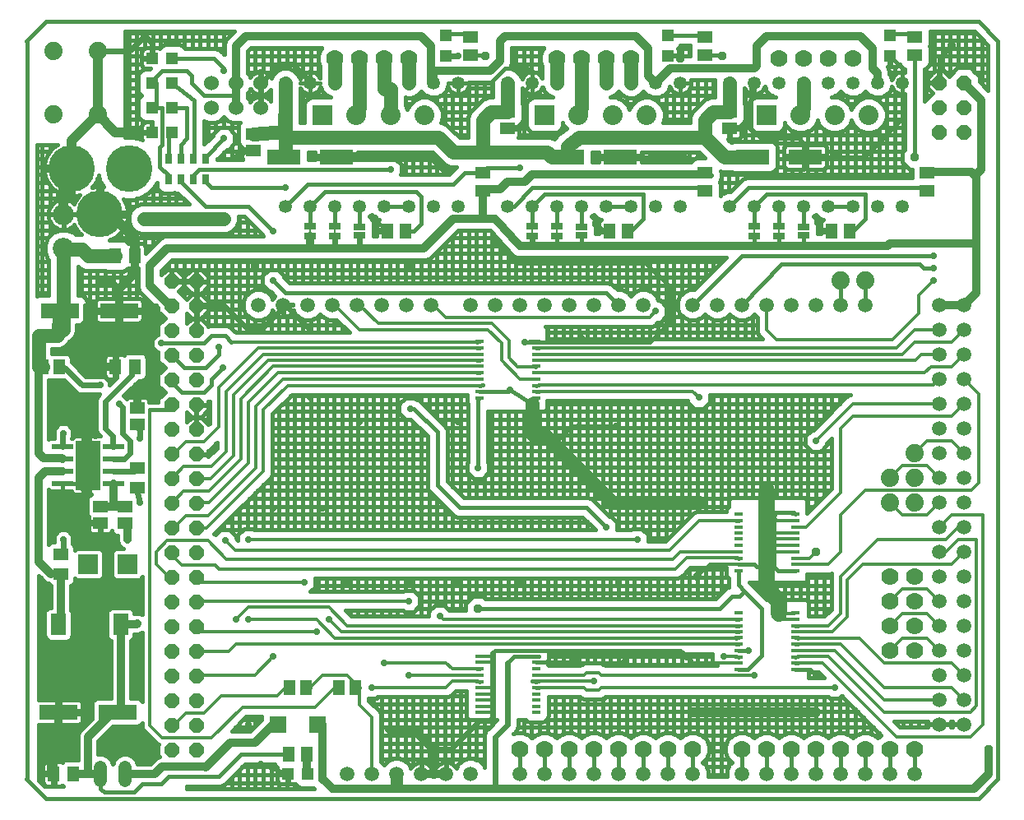
<source format=gtl>
G75*
%MOIN*%
%OFA0B0*%
%FSLAX25Y25*%
%IPPOS*%
%LPD*%
%AMOC8*
5,1,8,0,0,1.08239X$1,22.5*
%
%ADD10C,0.01600*%
%ADD11C,0.05906*%
%ADD12R,0.04724X0.04724*%
%ADD13R,0.05118X0.05906*%
%ADD14C,0.07000*%
%ADD15C,0.05315*%
%ADD16C,0.06000*%
%ADD17R,0.05906X0.05118*%
%ADD18R,0.13780X0.06299*%
%ADD19C,0.18898*%
%ADD20R,0.08000X0.08000*%
%ADD21C,0.08000*%
%ADD22C,0.08600*%
%ADD23C,0.07400*%
%ADD24OC8,0.06000*%
%ADD25C,0.00800*%
%ADD26R,0.05000X0.02500*%
%ADD27R,0.02953X0.04331*%
%ADD28R,0.08661X0.02362*%
%ADD29R,0.10000X0.20000*%
%ADD30R,0.06299X0.05118*%
%ADD31R,0.05118X0.06299*%
%ADD32R,0.15748X0.06299*%
%ADD33R,0.06299X0.08661*%
%ADD34C,0.05400*%
%ADD35R,0.03543X0.01378*%
%ADD36R,0.07087X0.06693*%
%ADD37R,0.07874X0.07874*%
%ADD38OC8,0.03562*%
%ADD39C,0.05600*%
%ADD40OC8,0.02400*%
%ADD41OC8,0.02800*%
%ADD42C,0.01200*%
%ADD43C,0.04000*%
%ADD44C,0.03200*%
%ADD45C,0.02400*%
%ADD46R,0.02400X0.02400*%
%ADD47OC8,0.03169*%
%ADD48C,0.06600*%
%ADD49C,0.05000*%
D10*
X0026800Y0024199D02*
X0026800Y0046850D01*
X0034017Y0046850D01*
X0034017Y0051025D01*
X0035567Y0051025D01*
X0035567Y0046850D01*
X0042903Y0046850D01*
X0043361Y0046973D01*
X0043771Y0047210D01*
X0044106Y0047545D01*
X0044343Y0047956D01*
X0044466Y0048413D01*
X0044466Y0051025D01*
X0035567Y0051025D01*
X0035567Y0052575D01*
X0034017Y0052575D01*
X0034017Y0056750D01*
X0026800Y0056750D01*
X0026800Y0107143D01*
X0029471Y0104472D01*
X0030589Y0104009D01*
X0030616Y0103944D01*
X0031291Y0103269D01*
X0031800Y0103058D01*
X0031800Y0094043D01*
X0031165Y0094043D01*
X0030283Y0093677D01*
X0029608Y0093002D01*
X0029243Y0092120D01*
X0029243Y0082504D01*
X0029608Y0081622D01*
X0030283Y0080946D01*
X0031165Y0080581D01*
X0038419Y0080581D01*
X0039301Y0080946D01*
X0039976Y0081622D01*
X0040342Y0082504D01*
X0040342Y0092120D01*
X0039976Y0093002D01*
X0039800Y0093178D01*
X0039800Y0103058D01*
X0040309Y0103269D01*
X0040984Y0103944D01*
X0041350Y0104827D01*
X0041350Y0106108D01*
X0041629Y0105828D01*
X0042512Y0105463D01*
X0051340Y0105463D01*
X0052222Y0105828D01*
X0052898Y0106503D01*
X0053263Y0107386D01*
X0053263Y0116214D01*
X0052898Y0117096D01*
X0052222Y0117772D01*
X0051340Y0118137D01*
X0042512Y0118137D01*
X0041629Y0117772D01*
X0041350Y0117492D01*
X0041350Y0118773D01*
X0040984Y0119656D01*
X0040507Y0120133D01*
X0040600Y0120226D01*
X0040600Y0123374D01*
X0038374Y0125600D01*
X0035226Y0125600D01*
X0033000Y0123374D01*
X0033000Y0120696D01*
X0032173Y0120696D01*
X0031291Y0120331D01*
X0030800Y0119840D01*
X0030800Y0142006D01*
X0031128Y0141679D01*
X0031538Y0141442D01*
X0031996Y0141319D01*
X0036564Y0141319D01*
X0040065Y0141319D01*
X0040123Y0141105D01*
X0040360Y0140695D01*
X0040695Y0140360D01*
X0041105Y0140123D01*
X0041563Y0140000D01*
X0046000Y0140000D01*
X0046000Y0151000D01*
X0047600Y0151000D01*
X0047600Y0152600D01*
X0050323Y0152600D01*
X0050654Y0151800D01*
X0050323Y0151000D01*
X0047600Y0151000D01*
X0047600Y0140000D01*
X0048115Y0140000D01*
X0047488Y0139740D01*
X0046813Y0139065D01*
X0046447Y0138183D01*
X0046447Y0132110D01*
X0046813Y0131228D01*
X0047047Y0130993D01*
X0047047Y0128933D01*
X0051320Y0128933D01*
X0051320Y0127974D01*
X0047047Y0127974D01*
X0047047Y0125658D01*
X0047170Y0125200D01*
X0047407Y0124789D01*
X0047742Y0124454D01*
X0048152Y0124217D01*
X0048610Y0124094D01*
X0051320Y0124094D01*
X0051320Y0127974D01*
X0052280Y0127974D01*
X0052280Y0124094D01*
X0054990Y0124094D01*
X0055448Y0124217D01*
X0055858Y0124454D01*
X0056193Y0124789D01*
X0056430Y0125200D01*
X0056472Y0125357D01*
X0056813Y0124535D01*
X0057488Y0123860D01*
X0058370Y0123494D01*
X0058800Y0123494D01*
X0058800Y0121004D01*
X0059000Y0120522D01*
X0059000Y0120226D01*
X0059209Y0120017D01*
X0059409Y0119534D01*
X0060534Y0118409D01*
X0061017Y0118209D01*
X0061089Y0118137D01*
X0058260Y0118137D01*
X0057378Y0117772D01*
X0056702Y0117096D01*
X0056337Y0116214D01*
X0056337Y0107386D01*
X0056702Y0106503D01*
X0057378Y0105828D01*
X0058260Y0105463D01*
X0067088Y0105463D01*
X0067971Y0105828D01*
X0068646Y0106503D01*
X0068800Y0106876D01*
X0068800Y0091301D01*
X0068583Y0091391D01*
X0068374Y0091600D01*
X0068078Y0091600D01*
X0067596Y0091800D01*
X0066004Y0091800D01*
X0065539Y0091607D01*
X0065539Y0092120D01*
X0065173Y0093002D01*
X0064498Y0093677D01*
X0063616Y0094043D01*
X0056362Y0094043D01*
X0055480Y0093677D01*
X0054805Y0093002D01*
X0054439Y0092120D01*
X0054439Y0082504D01*
X0054805Y0081622D01*
X0055480Y0080946D01*
X0055989Y0080736D01*
X0055989Y0057350D01*
X0050456Y0057350D01*
X0049574Y0056984D01*
X0048899Y0056309D01*
X0048534Y0055427D01*
X0048534Y0049191D01*
X0044534Y0045191D01*
X0043409Y0044066D01*
X0042800Y0042596D01*
X0042800Y0032350D01*
X0037701Y0032350D01*
X0036818Y0031984D01*
X0036335Y0031501D01*
X0036117Y0031627D01*
X0035659Y0031750D01*
X0033343Y0031750D01*
X0033343Y0027280D01*
X0032383Y0027280D01*
X0032383Y0031750D01*
X0030067Y0031750D01*
X0029609Y0031627D01*
X0029199Y0031390D01*
X0028864Y0031055D01*
X0028627Y0030644D01*
X0028504Y0030187D01*
X0028504Y0027280D01*
X0032383Y0027280D01*
X0032383Y0026320D01*
X0033343Y0026320D01*
X0033343Y0021850D01*
X0035659Y0021850D01*
X0036117Y0021973D01*
X0036335Y0022099D01*
X0036634Y0021800D01*
X0029199Y0021800D01*
X0026800Y0024199D01*
X0026800Y0024793D02*
X0028504Y0024793D01*
X0028504Y0023413D02*
X0028504Y0026320D01*
X0032383Y0026320D01*
X0032383Y0021850D01*
X0030067Y0021850D01*
X0029609Y0021973D01*
X0029199Y0022210D01*
X0028864Y0022545D01*
X0028627Y0022956D01*
X0028504Y0023413D01*
X0028563Y0023194D02*
X0027805Y0023194D01*
X0026800Y0026391D02*
X0032383Y0026391D01*
X0032383Y0024793D02*
X0033343Y0024793D01*
X0033343Y0023194D02*
X0032383Y0023194D01*
X0032383Y0027990D02*
X0033343Y0027990D01*
X0033343Y0029588D02*
X0032383Y0029588D01*
X0032383Y0031187D02*
X0033343Y0031187D01*
X0028995Y0031187D02*
X0026800Y0031187D01*
X0026800Y0032785D02*
X0042800Y0032785D01*
X0042800Y0034384D02*
X0026800Y0034384D01*
X0026800Y0035982D02*
X0042800Y0035982D01*
X0042800Y0037581D02*
X0026800Y0037581D01*
X0026800Y0039179D02*
X0042800Y0039179D01*
X0042800Y0040778D02*
X0026800Y0040778D01*
X0026800Y0042376D02*
X0042800Y0042376D01*
X0043371Y0043975D02*
X0026800Y0043975D01*
X0026800Y0045573D02*
X0044916Y0045573D01*
X0043705Y0047172D02*
X0046515Y0047172D01*
X0048113Y0048770D02*
X0044466Y0048770D01*
X0044466Y0050369D02*
X0048534Y0050369D01*
X0048534Y0051967D02*
X0035567Y0051967D01*
X0035567Y0052575D02*
X0044466Y0052575D01*
X0044466Y0055187D01*
X0044343Y0055644D01*
X0044106Y0056055D01*
X0043771Y0056390D01*
X0043361Y0056627D01*
X0042903Y0056750D01*
X0035567Y0056750D01*
X0035567Y0052575D01*
X0035567Y0053566D02*
X0034017Y0053566D01*
X0034017Y0055164D02*
X0035567Y0055164D01*
X0035567Y0050369D02*
X0034017Y0050369D01*
X0034017Y0048770D02*
X0035567Y0048770D01*
X0035567Y0047172D02*
X0034017Y0047172D01*
X0044466Y0053566D02*
X0048534Y0053566D01*
X0048534Y0055164D02*
X0044466Y0055164D01*
X0049353Y0056763D02*
X0026800Y0056763D01*
X0026800Y0058361D02*
X0055989Y0058361D01*
X0055989Y0059960D02*
X0026800Y0059960D01*
X0026800Y0061558D02*
X0055989Y0061558D01*
X0055989Y0063157D02*
X0026800Y0063157D01*
X0026800Y0064755D02*
X0055989Y0064755D01*
X0055989Y0066354D02*
X0026800Y0066354D01*
X0026800Y0067952D02*
X0055989Y0067952D01*
X0055989Y0069551D02*
X0026800Y0069551D01*
X0026800Y0071149D02*
X0055989Y0071149D01*
X0055989Y0072748D02*
X0026800Y0072748D01*
X0026800Y0074346D02*
X0055989Y0074346D01*
X0055989Y0075945D02*
X0026800Y0075945D01*
X0026800Y0077543D02*
X0055989Y0077543D01*
X0055989Y0079142D02*
X0026800Y0079142D01*
X0026800Y0080740D02*
X0030780Y0080740D01*
X0029311Y0082339D02*
X0026800Y0082339D01*
X0026800Y0083937D02*
X0029243Y0083937D01*
X0029243Y0085536D02*
X0026800Y0085536D01*
X0026800Y0087134D02*
X0029243Y0087134D01*
X0029243Y0088733D02*
X0026800Y0088733D01*
X0026800Y0090332D02*
X0029243Y0090332D01*
X0029243Y0091930D02*
X0026800Y0091930D01*
X0026800Y0093529D02*
X0030134Y0093529D01*
X0031800Y0095127D02*
X0026800Y0095127D01*
X0026800Y0096726D02*
X0031800Y0096726D01*
X0031800Y0098324D02*
X0026800Y0098324D01*
X0026800Y0099923D02*
X0031800Y0099923D01*
X0031800Y0101521D02*
X0026800Y0101521D01*
X0026800Y0103120D02*
X0031652Y0103120D01*
X0029225Y0104718D02*
X0026800Y0104718D01*
X0026800Y0106317D02*
X0027627Y0106317D01*
X0039948Y0103120D02*
X0068800Y0103120D01*
X0068800Y0104718D02*
X0041305Y0104718D01*
X0039800Y0101521D02*
X0068800Y0101521D01*
X0068800Y0099923D02*
X0039800Y0099923D01*
X0039800Y0098324D02*
X0068800Y0098324D01*
X0068800Y0096726D02*
X0039800Y0096726D01*
X0039800Y0095127D02*
X0068800Y0095127D01*
X0068800Y0093529D02*
X0064647Y0093529D01*
X0065539Y0091930D02*
X0068800Y0091930D01*
X0068800Y0084143D02*
X0068800Y0056107D01*
X0068716Y0056309D01*
X0068041Y0056984D01*
X0067159Y0057350D01*
X0063989Y0057350D01*
X0063989Y0080736D01*
X0064498Y0080946D01*
X0065173Y0081622D01*
X0065539Y0082504D01*
X0065539Y0083312D01*
X0067107Y0083312D01*
X0068578Y0083921D01*
X0068800Y0084143D01*
X0068800Y0083937D02*
X0068594Y0083937D01*
X0068800Y0082339D02*
X0065470Y0082339D01*
X0064001Y0080740D02*
X0068800Y0080740D01*
X0068800Y0079142D02*
X0063989Y0079142D01*
X0063989Y0077543D02*
X0068800Y0077543D01*
X0068800Y0075945D02*
X0063989Y0075945D01*
X0063989Y0074346D02*
X0068800Y0074346D01*
X0068800Y0072748D02*
X0063989Y0072748D01*
X0063989Y0071149D02*
X0068800Y0071149D01*
X0068800Y0069551D02*
X0063989Y0069551D01*
X0063989Y0067952D02*
X0068800Y0067952D01*
X0068800Y0066354D02*
X0063989Y0066354D01*
X0063989Y0064755D02*
X0068800Y0064755D01*
X0068800Y0063157D02*
X0063989Y0063157D01*
X0063989Y0061558D02*
X0068800Y0061558D01*
X0068800Y0059960D02*
X0063989Y0059960D01*
X0063989Y0058361D02*
X0068800Y0058361D01*
X0068800Y0056763D02*
X0068263Y0056763D01*
X0068800Y0047493D02*
X0068800Y0045703D01*
X0069257Y0044601D01*
X0070101Y0043757D01*
X0075101Y0038757D01*
X0075320Y0038666D01*
X0075258Y0038604D01*
X0075258Y0034130D01*
X0075710Y0033678D01*
X0074534Y0033191D01*
X0072143Y0030800D01*
X0066782Y0030800D01*
X0066124Y0032389D01*
X0064689Y0033824D01*
X0062814Y0034600D01*
X0060786Y0034600D01*
X0058911Y0033824D01*
X0057476Y0032389D01*
X0056800Y0030756D01*
X0056124Y0032389D01*
X0054689Y0033824D01*
X0052814Y0034600D01*
X0050800Y0034600D01*
X0050800Y0040143D01*
X0056907Y0046250D01*
X0067159Y0046250D01*
X0068041Y0046616D01*
X0068716Y0047291D01*
X0068800Y0047493D01*
X0068800Y0047172D02*
X0068597Y0047172D01*
X0068854Y0045573D02*
X0056230Y0045573D01*
X0054632Y0043975D02*
X0069883Y0043975D01*
X0071481Y0042376D02*
X0053033Y0042376D01*
X0051435Y0040778D02*
X0073080Y0040778D01*
X0074678Y0039179D02*
X0050800Y0039179D01*
X0050800Y0037581D02*
X0075258Y0037581D01*
X0075258Y0035982D02*
X0050800Y0035982D01*
X0053337Y0034384D02*
X0060263Y0034384D01*
X0057873Y0032785D02*
X0055727Y0032785D01*
X0056622Y0031187D02*
X0056978Y0031187D01*
X0051800Y0026800D02*
X0051800Y0020800D01*
X0053300Y0019300D01*
X0065300Y0019300D01*
X0068800Y0022800D01*
X0076300Y0022800D01*
X0079300Y0025800D01*
X0099800Y0025800D01*
X0108800Y0034800D01*
X0128060Y0034800D01*
X0123223Y0029600D02*
X0109257Y0029600D01*
X0108200Y0028543D02*
X0108200Y0020800D01*
X0105000Y0020800D02*
X0105000Y0025343D01*
X0106057Y0026400D02*
X0123504Y0026400D01*
X0123504Y0026419D02*
X0123504Y0024201D01*
X0123627Y0023743D01*
X0123864Y0023333D01*
X0124199Y0022997D01*
X0124609Y0022760D01*
X0125067Y0022638D01*
X0127285Y0022638D01*
X0127285Y0026419D01*
X0123504Y0026419D01*
X0124200Y0026419D02*
X0124200Y0027181D01*
X0123504Y0027181D02*
X0127285Y0027181D01*
X0127285Y0026419D01*
X0128047Y0026419D01*
X0128047Y0022638D01*
X0130265Y0022638D01*
X0130723Y0022760D01*
X0130787Y0022798D01*
X0130859Y0022625D01*
X0131759Y0021725D01*
X0132935Y0021238D01*
X0138074Y0021238D01*
X0138512Y0020800D01*
X0086800Y0020800D01*
X0086800Y0021800D01*
X0100596Y0021800D01*
X0102066Y0022409D01*
X0110457Y0030800D01*
X0122471Y0030800D01*
X0122788Y0030035D01*
X0123504Y0029319D01*
X0123504Y0027181D01*
X0127285Y0026400D02*
X0128047Y0026400D01*
X0127666Y0026800D02*
X0116800Y0030800D01*
X0117800Y0030800D02*
X0117800Y0020800D01*
X0114600Y0020800D02*
X0114600Y0030800D01*
X0111400Y0030800D02*
X0111400Y0020800D01*
X0102857Y0023200D02*
X0123996Y0023200D01*
X0124200Y0022997D02*
X0124200Y0020800D01*
X0121000Y0020800D02*
X0121000Y0030800D01*
X0127400Y0026419D02*
X0127400Y0020800D01*
X0127285Y0023200D02*
X0128047Y0023200D01*
X0130600Y0022727D02*
X0130600Y0020800D01*
X0133800Y0020800D02*
X0133800Y0021238D01*
X0137000Y0021238D02*
X0137000Y0020800D01*
X0135934Y0026800D02*
X0135540Y0027194D01*
X0116986Y0048774D02*
X0112312Y0044100D01*
X0104974Y0044100D01*
X0110874Y0050000D01*
X0116986Y0050000D01*
X0116986Y0048774D01*
X0116986Y0048800D02*
X0109674Y0048800D01*
X0108200Y0047326D02*
X0108200Y0044100D01*
X0106474Y0045600D02*
X0113812Y0045600D01*
X0114600Y0046388D02*
X0114600Y0050000D01*
X0111400Y0050000D02*
X0111400Y0044100D01*
X0105000Y0044100D02*
X0105000Y0044126D01*
X0121800Y0046800D02*
X0123729Y0046800D01*
X0126800Y0061800D02*
X0128454Y0061800D01*
X0135146Y0061800D02*
X0136800Y0061800D01*
X0146800Y0061800D02*
X0148454Y0061800D01*
X0155146Y0061800D02*
X0156800Y0061800D01*
X0160600Y0057400D02*
X0163623Y0057400D01*
X0164223Y0058000D01*
X0192556Y0058000D01*
X0193953Y0058579D01*
X0195021Y0059647D01*
X0195874Y0060500D01*
X0200200Y0060500D01*
X0200200Y0049637D01*
X0201137Y0048700D01*
X0212400Y0048700D01*
X0212400Y0048623D01*
X0209308Y0045530D01*
X0208070Y0044292D01*
X0207400Y0042675D01*
X0207400Y0048700D01*
X0204200Y0048700D02*
X0204200Y0032466D01*
X0203393Y0032800D02*
X0207400Y0032800D01*
X0205285Y0032016D02*
X0203024Y0032953D01*
X0200576Y0032953D01*
X0198315Y0032016D01*
X0196584Y0030285D01*
X0196034Y0028958D01*
X0195865Y0029291D01*
X0195425Y0029896D01*
X0194896Y0030425D01*
X0194291Y0030865D01*
X0193624Y0031205D01*
X0192913Y0031436D01*
X0192174Y0031553D01*
X0191984Y0031553D01*
X0191984Y0026984D01*
X0191616Y0026984D01*
X0191616Y0026616D01*
X0187047Y0026616D01*
X0187047Y0026426D01*
X0187164Y0025687D01*
X0187193Y0025600D01*
X0186407Y0025600D01*
X0186436Y0025687D01*
X0186553Y0026426D01*
X0186553Y0026616D01*
X0181984Y0026616D01*
X0181984Y0026984D01*
X0181616Y0026984D01*
X0181616Y0031553D01*
X0181426Y0031553D01*
X0180687Y0031436D01*
X0179976Y0031205D01*
X0179309Y0030865D01*
X0178704Y0030425D01*
X0178175Y0029896D01*
X0177735Y0029291D01*
X0177566Y0028958D01*
X0177016Y0030285D01*
X0175285Y0032016D01*
X0173024Y0032953D01*
X0170576Y0032953D01*
X0168315Y0032016D01*
X0166800Y0030501D01*
X0165600Y0031701D01*
X0165600Y0050556D01*
X0165021Y0051953D01*
X0163953Y0053021D01*
X0160600Y0056374D01*
X0160600Y0057400D01*
X0162600Y0057400D02*
X0162600Y0054374D01*
X0161774Y0055200D02*
X0200200Y0055200D01*
X0200200Y0052000D02*
X0164974Y0052000D01*
X0165600Y0048800D02*
X0201037Y0048800D01*
X0201000Y0048837D02*
X0201000Y0032953D01*
X0200207Y0032800D02*
X0173393Y0032800D01*
X0172200Y0032953D02*
X0172200Y0058000D01*
X0169000Y0058000D02*
X0169000Y0032300D01*
X0170207Y0032800D02*
X0165600Y0032800D01*
X0165800Y0031501D02*
X0165800Y0058000D01*
X0175400Y0058000D02*
X0175400Y0031901D01*
X0177300Y0029600D02*
X0177960Y0029600D01*
X0178600Y0030321D02*
X0178600Y0058000D01*
X0181800Y0058000D02*
X0181800Y0026984D01*
X0181984Y0026984D02*
X0181984Y0031553D01*
X0182174Y0031553D01*
X0182913Y0031436D01*
X0183624Y0031205D01*
X0184291Y0030865D01*
X0184896Y0030425D01*
X0185425Y0029896D01*
X0185865Y0029291D01*
X0186205Y0028624D01*
X0186436Y0027913D01*
X0186553Y0027174D01*
X0186553Y0026984D01*
X0181984Y0026984D01*
X0181984Y0029600D02*
X0181616Y0029600D01*
X0185000Y0030321D02*
X0185000Y0058000D01*
X0188200Y0058000D02*
X0188200Y0029921D01*
X0188175Y0029896D02*
X0187735Y0029291D01*
X0187395Y0028624D01*
X0187164Y0027913D01*
X0187047Y0027174D01*
X0187047Y0026984D01*
X0191616Y0026984D01*
X0191616Y0031553D01*
X0191426Y0031553D01*
X0190687Y0031436D01*
X0189976Y0031205D01*
X0189309Y0030865D01*
X0188704Y0030425D01*
X0188175Y0029896D01*
X0187960Y0029600D02*
X0185640Y0029600D01*
X0185000Y0026984D02*
X0185000Y0026616D01*
X0186549Y0026400D02*
X0187051Y0026400D01*
X0188200Y0026616D02*
X0188200Y0026984D01*
X0191400Y0026984D02*
X0191400Y0026616D01*
X0191616Y0029600D02*
X0191984Y0029600D01*
X0191400Y0031549D02*
X0191400Y0058000D01*
X0193522Y0058400D02*
X0200200Y0058400D01*
X0197800Y0060500D02*
X0197800Y0031501D01*
X0196300Y0029600D02*
X0195640Y0029600D01*
X0194600Y0030640D02*
X0194600Y0059226D01*
X0204300Y0064300D02*
X0205284Y0064241D01*
X0205284Y0069359D02*
X0204300Y0069300D01*
X0210800Y0075800D02*
X0211800Y0076800D01*
X0286800Y0076800D01*
X0289800Y0074300D01*
X0291918Y0071682D01*
X0290600Y0070600D02*
X0290600Y0075500D01*
X0287400Y0075500D02*
X0287400Y0070600D01*
X0284200Y0070600D02*
X0284200Y0075500D01*
X0281000Y0075500D02*
X0281000Y0070600D01*
X0277800Y0070600D02*
X0277800Y0075500D01*
X0274600Y0075500D02*
X0274600Y0070600D01*
X0271400Y0070600D02*
X0271400Y0075500D01*
X0268200Y0075500D02*
X0268200Y0070600D01*
X0265000Y0070600D02*
X0265000Y0075500D01*
X0261800Y0075500D02*
X0261800Y0070600D01*
X0258600Y0070600D02*
X0258600Y0075500D01*
X0255400Y0075500D02*
X0255400Y0071250D01*
X0255522Y0071200D02*
X0301177Y0071200D01*
X0301777Y0070600D02*
X0256374Y0070600D01*
X0255953Y0071021D01*
X0254556Y0071600D01*
X0248044Y0071600D01*
X0246647Y0071021D01*
X0246226Y0070600D01*
X0233287Y0070600D01*
X0233287Y0070685D01*
X0232800Y0071861D01*
X0232743Y0071918D01*
X0232800Y0071976D01*
X0233287Y0073152D01*
X0233287Y0073873D01*
X0233378Y0074374D01*
X0233287Y0074789D01*
X0233287Y0075500D01*
X0299900Y0075500D01*
X0299900Y0072477D01*
X0301777Y0070600D01*
X0300200Y0070600D02*
X0300200Y0072177D01*
X0299900Y0074400D02*
X0233372Y0074400D01*
X0233000Y0072458D02*
X0233000Y0071378D01*
X0233074Y0071200D02*
X0247078Y0071200D01*
X0245800Y0070600D02*
X0245800Y0075500D01*
X0249000Y0075500D02*
X0249000Y0071600D01*
X0252200Y0071600D02*
X0252200Y0075500D01*
X0242600Y0075500D02*
X0242600Y0070600D01*
X0241918Y0071918D02*
X0241682Y0071918D01*
X0228316Y0071918D01*
X0228316Y0074477D02*
X0219493Y0074300D01*
X0218800Y0073800D01*
X0216800Y0071800D01*
X0228316Y0074477D02*
X0229300Y0074300D01*
X0236200Y0075500D02*
X0236200Y0070600D01*
X0239400Y0070600D02*
X0239400Y0075500D01*
X0228316Y0064241D02*
X0226800Y0064300D01*
X0228316Y0061682D02*
X0229300Y0061800D01*
X0233287Y0058000D02*
X0246226Y0058000D01*
X0246647Y0057579D01*
X0248044Y0057000D01*
X0254556Y0057000D01*
X0255953Y0057579D01*
X0256374Y0058000D01*
X0346877Y0058000D01*
X0347477Y0057400D01*
X0351123Y0057400D01*
X0352224Y0058502D01*
X0368175Y0042551D01*
X0368005Y0042480D01*
X0366800Y0041275D01*
X0365595Y0042480D01*
X0363133Y0043500D01*
X0360467Y0043500D01*
X0358005Y0042480D01*
X0356800Y0041275D01*
X0355595Y0042480D01*
X0353133Y0043500D01*
X0350467Y0043500D01*
X0348005Y0042480D01*
X0346800Y0041275D01*
X0345595Y0042480D01*
X0343133Y0043500D01*
X0340467Y0043500D01*
X0338005Y0042480D01*
X0336800Y0041275D01*
X0335595Y0042480D01*
X0333133Y0043500D01*
X0330467Y0043500D01*
X0328005Y0042480D01*
X0326800Y0041275D01*
X0325595Y0042480D01*
X0323133Y0043500D01*
X0320467Y0043500D01*
X0318005Y0042480D01*
X0316800Y0041275D01*
X0315595Y0042480D01*
X0313133Y0043500D01*
X0310467Y0043500D01*
X0308005Y0042480D01*
X0306120Y0040595D01*
X0305100Y0038133D01*
X0305100Y0035467D01*
X0306120Y0033005D01*
X0307712Y0031413D01*
X0306584Y0030285D01*
X0305647Y0028024D01*
X0305647Y0025600D01*
X0297953Y0025600D01*
X0297953Y0028024D01*
X0297016Y0030285D01*
X0295888Y0031413D01*
X0297480Y0033005D01*
X0298500Y0035467D01*
X0298500Y0038133D01*
X0297480Y0040595D01*
X0295595Y0042480D01*
X0293133Y0043500D01*
X0290467Y0043500D01*
X0288005Y0042480D01*
X0286800Y0041275D01*
X0285595Y0042480D01*
X0283133Y0043500D01*
X0280467Y0043500D01*
X0278005Y0042480D01*
X0276800Y0041275D01*
X0275595Y0042480D01*
X0273133Y0043500D01*
X0270467Y0043500D01*
X0268005Y0042480D01*
X0266800Y0041275D01*
X0265595Y0042480D01*
X0263133Y0043500D01*
X0260467Y0043500D01*
X0258005Y0042480D01*
X0256800Y0041275D01*
X0255595Y0042480D01*
X0253133Y0043500D01*
X0250467Y0043500D01*
X0248005Y0042480D01*
X0246800Y0041275D01*
X0245595Y0042480D01*
X0243133Y0043500D01*
X0240467Y0043500D01*
X0238005Y0042480D01*
X0236800Y0041275D01*
X0235595Y0042480D01*
X0233133Y0043500D01*
X0230467Y0043500D01*
X0228005Y0042480D01*
X0226800Y0041275D01*
X0225595Y0042480D01*
X0223133Y0043500D01*
X0220467Y0043500D01*
X0219196Y0042973D01*
X0219292Y0043070D01*
X0220530Y0044308D01*
X0221200Y0045925D01*
X0221200Y0048700D01*
X0224252Y0048700D01*
X0224731Y0048221D01*
X0225908Y0047734D01*
X0230724Y0047734D01*
X0231900Y0048221D01*
X0232800Y0049121D01*
X0233287Y0050297D01*
X0233287Y0058000D01*
X0233287Y0055200D02*
X0355526Y0055200D01*
X0354600Y0056126D02*
X0354600Y0042892D01*
X0355675Y0042400D02*
X0357925Y0042400D01*
X0357800Y0042275D02*
X0357800Y0052926D01*
X0358726Y0052000D02*
X0233287Y0052000D01*
X0233000Y0049604D02*
X0233000Y0043500D01*
X0235675Y0042400D02*
X0237925Y0042400D01*
X0239400Y0043058D02*
X0239400Y0058000D01*
X0236200Y0058000D02*
X0236200Y0041875D01*
X0229800Y0043224D02*
X0229800Y0047734D01*
X0232479Y0048800D02*
X0361926Y0048800D01*
X0361000Y0049726D02*
X0361000Y0043500D01*
X0364200Y0043058D02*
X0364200Y0046526D01*
X0365126Y0045600D02*
X0221065Y0045600D01*
X0220200Y0043977D02*
X0220200Y0043389D01*
X0223400Y0043389D02*
X0223400Y0048700D01*
X0226600Y0047734D02*
X0226600Y0041475D01*
X0225675Y0042400D02*
X0227925Y0042400D01*
X0231800Y0036800D02*
X0231800Y0026800D01*
X0221800Y0026800D02*
X0221800Y0036800D01*
X0210600Y0046823D02*
X0210600Y0048700D01*
X0209377Y0045600D02*
X0165600Y0045600D01*
X0165600Y0042400D02*
X0207400Y0042400D01*
X0207400Y0042675D02*
X0207400Y0029358D01*
X0207016Y0030285D01*
X0205285Y0032016D01*
X0207300Y0029600D02*
X0207400Y0029600D01*
X0207400Y0036000D02*
X0165600Y0036000D01*
X0165600Y0039200D02*
X0207400Y0039200D01*
X0241800Y0036800D02*
X0241800Y0026800D01*
X0251800Y0026800D02*
X0251800Y0036800D01*
X0249000Y0042892D02*
X0249000Y0057000D01*
X0252200Y0057000D02*
X0252200Y0043500D01*
X0255400Y0042561D02*
X0255400Y0057350D01*
X0258600Y0058000D02*
X0258600Y0042727D01*
X0257925Y0042400D02*
X0255675Y0042400D01*
X0261800Y0043500D02*
X0261800Y0058000D01*
X0265000Y0058000D02*
X0265000Y0042727D01*
X0265675Y0042400D02*
X0267925Y0042400D01*
X0268200Y0042561D02*
X0268200Y0058000D01*
X0271400Y0058000D02*
X0271400Y0043500D01*
X0274600Y0042892D02*
X0274600Y0058000D01*
X0277800Y0058000D02*
X0277800Y0042275D01*
X0277925Y0042400D02*
X0275675Y0042400D01*
X0281000Y0043500D02*
X0281000Y0058000D01*
X0284200Y0058000D02*
X0284200Y0043058D01*
X0285675Y0042400D02*
X0287925Y0042400D01*
X0287400Y0041875D02*
X0287400Y0058000D01*
X0290600Y0058000D02*
X0290600Y0043500D01*
X0293800Y0043224D02*
X0293800Y0058000D01*
X0297000Y0058000D02*
X0297000Y0041075D01*
X0295675Y0042400D02*
X0307925Y0042400D01*
X0306600Y0041075D02*
X0306600Y0058000D01*
X0303400Y0058000D02*
X0303400Y0025600D01*
X0305647Y0026400D02*
X0297953Y0026400D01*
X0300200Y0025600D02*
X0300200Y0058000D01*
X0309800Y0058000D02*
X0309800Y0043224D01*
X0313000Y0043500D02*
X0313000Y0058000D01*
X0316200Y0058000D02*
X0316200Y0041875D01*
X0315675Y0042400D02*
X0317925Y0042400D01*
X0319400Y0043058D02*
X0319400Y0058000D01*
X0322600Y0058000D02*
X0322600Y0043500D01*
X0325675Y0042400D02*
X0327925Y0042400D01*
X0329000Y0042892D02*
X0329000Y0058000D01*
X0325800Y0058000D02*
X0325800Y0042275D01*
X0332200Y0043500D02*
X0332200Y0058000D01*
X0335400Y0058000D02*
X0335400Y0042561D01*
X0335675Y0042400D02*
X0337925Y0042400D01*
X0338600Y0042727D02*
X0338600Y0058000D01*
X0341800Y0058000D02*
X0341800Y0043500D01*
X0345000Y0042727D02*
X0345000Y0058000D01*
X0348200Y0057400D02*
X0348200Y0042561D01*
X0347925Y0042400D02*
X0345675Y0042400D01*
X0351400Y0043500D02*
X0351400Y0057677D01*
X0352123Y0058400D02*
X0352326Y0058400D01*
X0345126Y0065600D02*
X0338900Y0065600D01*
X0338900Y0068000D01*
X0342726Y0068000D01*
X0345126Y0065600D01*
X0345000Y0065600D02*
X0345000Y0065726D01*
X0341800Y0065600D02*
X0341800Y0068000D01*
X0341800Y0066800D02*
X0339477Y0069123D01*
X0333316Y0069123D01*
X0333316Y0071682D02*
X0334300Y0071800D01*
X0334300Y0074300D02*
X0333316Y0074241D01*
X0333316Y0079359D02*
X0334300Y0079300D01*
X0334300Y0081800D02*
X0333316Y0081918D01*
X0333316Y0086859D02*
X0334300Y0086800D01*
X0338900Y0090600D02*
X0338900Y0096463D01*
X0337963Y0097400D01*
X0321857Y0097400D01*
X0316191Y0103066D01*
X0315066Y0104191D01*
X0315066Y0104191D01*
X0314857Y0104400D01*
X0337380Y0104400D01*
X0338200Y0105220D01*
X0338200Y0106380D01*
X0338200Y0107882D01*
X0347556Y0107882D01*
X0348255Y0108171D01*
X0348000Y0107556D01*
X0348000Y0093374D01*
X0345226Y0090600D01*
X0338900Y0090600D01*
X0341800Y0090600D02*
X0341800Y0107882D01*
X0338600Y0107882D02*
X0338600Y0096763D01*
X0338563Y0096800D02*
X0348000Y0096800D01*
X0348000Y0093600D02*
X0338900Y0093600D01*
X0335400Y0097400D02*
X0335400Y0104400D01*
X0332200Y0104400D02*
X0332200Y0097400D01*
X0329000Y0097400D02*
X0329000Y0104400D01*
X0325800Y0104400D02*
X0325800Y0097400D01*
X0322600Y0097400D02*
X0322600Y0104400D01*
X0319400Y0104400D02*
X0319400Y0099857D01*
X0319257Y0100000D02*
X0348000Y0100000D01*
X0348000Y0103200D02*
X0316057Y0103200D01*
X0316191Y0103066D02*
X0316191Y0103066D01*
X0316200Y0103057D02*
X0316200Y0104400D01*
X0312800Y0100800D02*
X0310800Y0098800D01*
X0307800Y0098800D01*
X0302800Y0093800D01*
X0204800Y0093800D01*
X0199819Y0093600D02*
X0192723Y0093600D01*
X0193223Y0093100D02*
X0191123Y0095200D01*
X0187477Y0095200D01*
X0184900Y0092623D01*
X0184900Y0090600D01*
X0153374Y0090600D01*
X0150974Y0093000D01*
X0174377Y0093000D01*
X0174977Y0092400D01*
X0178623Y0092400D01*
X0181200Y0094977D01*
X0181200Y0098623D01*
X0178623Y0101200D01*
X0174977Y0101200D01*
X0174377Y0100600D01*
X0136823Y0100600D01*
X0138700Y0102477D01*
X0138700Y0106000D01*
X0285556Y0106000D01*
X0286953Y0106579D01*
X0290874Y0110500D01*
X0305334Y0110500D01*
X0305313Y0110448D01*
X0305313Y0107797D01*
X0305800Y0106621D01*
X0306284Y0106137D01*
X0306284Y0102520D01*
X0306291Y0102504D01*
X0305534Y0102191D01*
X0304409Y0101066D01*
X0301143Y0097800D01*
X0207844Y0097800D01*
X0206863Y0098781D01*
X0202737Y0098781D01*
X0199819Y0095863D01*
X0199819Y0093100D01*
X0193223Y0093100D01*
X0194600Y0093100D02*
X0194600Y0106000D01*
X0191400Y0106000D02*
X0191400Y0094923D01*
X0188200Y0095200D02*
X0188200Y0106000D01*
X0185000Y0106000D02*
X0185000Y0092723D01*
X0185877Y0093600D02*
X0179823Y0093600D01*
X0178600Y0092400D02*
X0178600Y0090600D01*
X0181800Y0090600D02*
X0181800Y0106000D01*
X0178600Y0106000D02*
X0178600Y0101200D01*
X0179823Y0100000D02*
X0303343Y0100000D01*
X0303400Y0100057D02*
X0303400Y0110500D01*
X0305313Y0109600D02*
X0289974Y0109600D01*
X0290600Y0110226D02*
X0290600Y0097800D01*
X0287400Y0097800D02*
X0287400Y0107026D01*
X0286522Y0106400D02*
X0306021Y0106400D01*
X0306284Y0103200D02*
X0138700Y0103200D01*
X0137000Y0100777D02*
X0137000Y0100600D01*
X0140200Y0100600D02*
X0140200Y0106000D01*
X0143400Y0106000D02*
X0143400Y0100600D01*
X0146600Y0100600D02*
X0146600Y0106000D01*
X0149800Y0106000D02*
X0149800Y0100600D01*
X0153000Y0100600D02*
X0153000Y0106000D01*
X0156200Y0106000D02*
X0156200Y0100600D01*
X0159400Y0100600D02*
X0159400Y0106000D01*
X0162600Y0106000D02*
X0162600Y0100600D01*
X0165800Y0100600D02*
X0165800Y0106000D01*
X0169000Y0106000D02*
X0169000Y0100600D01*
X0172200Y0100600D02*
X0172200Y0106000D01*
X0175400Y0106000D02*
X0175400Y0101200D01*
X0181200Y0096800D02*
X0200756Y0096800D01*
X0201000Y0097044D02*
X0201000Y0106000D01*
X0197800Y0106000D02*
X0197800Y0093100D01*
X0204200Y0098781D02*
X0204200Y0106000D01*
X0207400Y0106000D02*
X0207400Y0098244D01*
X0210600Y0097800D02*
X0210600Y0106000D01*
X0213800Y0106000D02*
X0213800Y0097800D01*
X0217000Y0097800D02*
X0217000Y0106000D01*
X0220200Y0106000D02*
X0220200Y0097800D01*
X0223400Y0097800D02*
X0223400Y0106000D01*
X0226600Y0106000D02*
X0226600Y0097800D01*
X0229800Y0097800D02*
X0229800Y0106000D01*
X0233000Y0106000D02*
X0233000Y0097800D01*
X0236200Y0097800D02*
X0236200Y0106000D01*
X0239400Y0106000D02*
X0239400Y0097800D01*
X0242600Y0097800D02*
X0242600Y0106000D01*
X0245800Y0106000D02*
X0245800Y0097800D01*
X0249000Y0097800D02*
X0249000Y0106000D01*
X0252200Y0106000D02*
X0252200Y0097800D01*
X0255400Y0097800D02*
X0255400Y0106000D01*
X0258600Y0106000D02*
X0258600Y0097800D01*
X0261800Y0097800D02*
X0261800Y0106000D01*
X0265000Y0106000D02*
X0265000Y0097800D01*
X0268200Y0097800D02*
X0268200Y0106000D01*
X0271400Y0106000D02*
X0271400Y0097800D01*
X0274600Y0097800D02*
X0274600Y0106000D01*
X0277800Y0106000D02*
X0277800Y0097800D01*
X0281000Y0097800D02*
X0281000Y0106000D01*
X0284200Y0106000D02*
X0284200Y0097800D01*
X0293800Y0097800D02*
X0293800Y0110500D01*
X0297000Y0110500D02*
X0297000Y0097800D01*
X0300200Y0097800D02*
X0300200Y0110500D01*
X0310284Y0111682D02*
X0310402Y0111800D01*
X0316800Y0111800D01*
X0317800Y0110800D01*
X0324800Y0110800D01*
X0324800Y0117300D01*
X0324800Y0119300D01*
X0324800Y0121800D01*
X0324800Y0124800D01*
X0324800Y0130800D01*
X0325300Y0132800D01*
X0332639Y0132800D01*
X0333316Y0131977D01*
X0338200Y0132574D02*
X0338200Y0137880D01*
X0337380Y0138700D01*
X0307220Y0138700D01*
X0306400Y0137880D01*
X0306400Y0135079D01*
X0305800Y0134479D01*
X0305313Y0133303D01*
X0305313Y0133100D01*
X0293544Y0133100D01*
X0292147Y0132521D01*
X0291079Y0131453D01*
X0280726Y0121100D01*
X0273700Y0121100D01*
X0273700Y0123623D01*
X0271123Y0126200D01*
X0267477Y0126200D01*
X0266877Y0125600D01*
X0261200Y0125600D01*
X0266877Y0125600D01*
X0268200Y0126200D02*
X0268200Y0178000D01*
X0265000Y0178000D02*
X0265000Y0125600D01*
X0261800Y0125600D02*
X0261800Y0178000D01*
X0258600Y0178000D02*
X0258600Y0131200D01*
X0258623Y0131200D02*
X0258057Y0131200D01*
X0252191Y0137066D01*
X0251066Y0138191D01*
X0249596Y0138800D01*
X0198957Y0138800D01*
X0192300Y0145457D01*
X0192300Y0166096D01*
X0191691Y0167566D01*
X0182191Y0177066D01*
X0181066Y0178191D01*
X0179596Y0178800D01*
X0179523Y0178800D01*
X0179123Y0179200D01*
X0175477Y0179200D01*
X0172900Y0176623D01*
X0172900Y0172977D01*
X0175477Y0170400D01*
X0121600Y0170400D01*
X0121600Y0172726D02*
X0129315Y0180441D01*
X0200313Y0180441D01*
X0200313Y0177797D01*
X0200800Y0176621D01*
X0200800Y0153023D01*
X0200400Y0152623D01*
X0200400Y0148977D01*
X0202977Y0146400D01*
X0206623Y0146400D01*
X0209200Y0148977D01*
X0209200Y0152623D01*
X0208800Y0153023D01*
X0208800Y0173900D01*
X0231880Y0173900D01*
X0232700Y0174720D01*
X0232700Y0178000D01*
X0289900Y0178000D01*
X0289900Y0177477D01*
X0292477Y0174900D01*
X0296123Y0174900D01*
X0298700Y0177477D01*
X0298700Y0180500D01*
X0355803Y0180500D01*
X0354647Y0180021D01*
X0353579Y0178953D01*
X0340826Y0166200D01*
X0339977Y0166200D01*
X0337400Y0163623D01*
X0337400Y0159977D01*
X0339977Y0157400D01*
X0343623Y0157400D01*
X0346200Y0159977D01*
X0346200Y0160826D01*
X0348000Y0162626D01*
X0348000Y0142374D01*
X0338200Y0132574D01*
X0338600Y0132974D02*
X0338600Y0158777D01*
X0339777Y0157600D02*
X0208800Y0157600D01*
X0208800Y0154400D02*
X0348000Y0154400D01*
X0348000Y0157600D02*
X0343823Y0157600D01*
X0345000Y0158777D02*
X0345000Y0139374D01*
X0344026Y0138400D02*
X0337680Y0138400D01*
X0335400Y0138700D02*
X0335400Y0180500D01*
X0338600Y0180500D02*
X0338600Y0164823D01*
X0337777Y0164000D02*
X0208800Y0164000D01*
X0208800Y0167200D02*
X0341826Y0167200D01*
X0341800Y0167174D02*
X0341800Y0180500D01*
X0345000Y0180500D02*
X0345000Y0170374D01*
X0345026Y0170400D02*
X0208800Y0170400D01*
X0208800Y0173600D02*
X0348226Y0173600D01*
X0348200Y0173574D02*
X0348200Y0180500D01*
X0351400Y0180500D02*
X0351400Y0176774D01*
X0351426Y0176800D02*
X0298023Y0176800D01*
X0297000Y0175777D02*
X0297000Y0133100D01*
X0300200Y0133100D02*
X0300200Y0180500D01*
X0298700Y0180000D02*
X0354626Y0180000D01*
X0354600Y0179974D02*
X0354600Y0180500D01*
X0348000Y0160800D02*
X0346200Y0160800D01*
X0341800Y0157400D02*
X0341800Y0136174D01*
X0340826Y0135200D02*
X0338200Y0135200D01*
X0332200Y0138700D02*
X0332200Y0180500D01*
X0329000Y0180500D02*
X0329000Y0138700D01*
X0325800Y0138700D02*
X0325800Y0180500D01*
X0322600Y0180500D02*
X0322600Y0138700D01*
X0319400Y0138700D02*
X0319400Y0180500D01*
X0316200Y0180500D02*
X0316200Y0138700D01*
X0313000Y0138700D02*
X0313000Y0180500D01*
X0309800Y0180500D02*
X0309800Y0138700D01*
X0306920Y0138400D02*
X0250561Y0138400D01*
X0249000Y0138800D02*
X0249000Y0178000D01*
X0245800Y0178000D02*
X0245800Y0138800D01*
X0242600Y0138800D02*
X0242600Y0178000D01*
X0239400Y0178000D02*
X0239400Y0138800D01*
X0236200Y0138800D02*
X0236200Y0178000D01*
X0233000Y0178000D02*
X0233000Y0138800D01*
X0229800Y0138800D02*
X0229800Y0173900D01*
X0226600Y0173900D02*
X0226600Y0138800D01*
X0223400Y0138800D02*
X0223400Y0173900D01*
X0220200Y0173900D02*
X0220200Y0138800D01*
X0217000Y0138800D02*
X0217000Y0173900D01*
X0213800Y0173900D02*
X0213800Y0138800D01*
X0210600Y0138800D02*
X0210600Y0173900D01*
X0205284Y0179123D02*
X0204800Y0178639D01*
X0204800Y0150800D01*
X0209200Y0151200D02*
X0348000Y0151200D01*
X0348000Y0148000D02*
X0208223Y0148000D01*
X0207400Y0147177D02*
X0207400Y0138800D01*
X0204200Y0138800D02*
X0204200Y0146400D01*
X0201377Y0148000D02*
X0192300Y0148000D01*
X0192300Y0151200D02*
X0200400Y0151200D01*
X0201000Y0148377D02*
X0201000Y0138800D01*
X0197800Y0139957D02*
X0197800Y0180441D01*
X0200313Y0180000D02*
X0128874Y0180000D01*
X0130600Y0180441D02*
X0130600Y0125600D01*
X0127400Y0125600D02*
X0127400Y0178526D01*
X0125674Y0176800D02*
X0173077Y0176800D01*
X0172900Y0173600D02*
X0122474Y0173600D01*
X0121600Y0172726D02*
X0121600Y0148544D01*
X0121021Y0147147D01*
X0119953Y0146079D01*
X0097924Y0124050D01*
X0098376Y0123598D01*
X0100477Y0125700D01*
X0104123Y0125700D01*
X0106700Y0123123D01*
X0106700Y0122274D01*
X0107400Y0121574D01*
X0107400Y0123623D01*
X0109977Y0126200D01*
X0113623Y0126200D01*
X0114223Y0125600D01*
X0252343Y0125600D01*
X0114223Y0125600D01*
X0114600Y0125600D02*
X0114600Y0140726D01*
X0115474Y0141600D02*
X0184882Y0141600D01*
X0184909Y0141534D02*
X0186034Y0140409D01*
X0195034Y0131409D01*
X0196504Y0130800D01*
X0247143Y0130800D01*
X0252343Y0125600D01*
X0252200Y0125600D02*
X0252200Y0125743D01*
X0249000Y0125600D02*
X0249000Y0128943D01*
X0249143Y0128800D02*
X0102674Y0128800D01*
X0101800Y0127926D02*
X0101800Y0125700D01*
X0100377Y0125600D02*
X0099474Y0125600D01*
X0098600Y0124726D02*
X0098600Y0123823D01*
X0104223Y0125600D02*
X0109377Y0125600D01*
X0108200Y0124423D02*
X0108200Y0134326D01*
X0109074Y0135200D02*
X0191243Y0135200D01*
X0191400Y0135043D02*
X0191400Y0125600D01*
X0194600Y0125600D02*
X0194600Y0131843D01*
X0194443Y0132000D02*
X0105874Y0132000D01*
X0105000Y0131126D02*
X0105000Y0124823D01*
X0106700Y0122400D02*
X0107400Y0122400D01*
X0111400Y0126200D02*
X0111400Y0137526D01*
X0112274Y0138400D02*
X0188043Y0138400D01*
X0188200Y0138243D02*
X0188200Y0125600D01*
X0185000Y0125600D02*
X0185000Y0141443D01*
X0184909Y0141534D02*
X0184300Y0143004D01*
X0184300Y0163643D01*
X0177543Y0170400D01*
X0175477Y0170400D01*
X0175400Y0170477D02*
X0175400Y0125600D01*
X0172200Y0125600D02*
X0172200Y0180441D01*
X0169000Y0180441D02*
X0169000Y0125600D01*
X0165800Y0125600D02*
X0165800Y0180441D01*
X0162600Y0180441D02*
X0162600Y0125600D01*
X0159400Y0125600D02*
X0159400Y0180441D01*
X0156200Y0180441D02*
X0156200Y0125600D01*
X0153000Y0125600D02*
X0153000Y0180441D01*
X0149800Y0180441D02*
X0149800Y0125600D01*
X0146600Y0125600D02*
X0146600Y0180441D01*
X0143400Y0180441D02*
X0143400Y0125600D01*
X0140200Y0125600D02*
X0140200Y0180441D01*
X0137000Y0180441D02*
X0137000Y0125600D01*
X0133800Y0125600D02*
X0133800Y0180441D01*
X0124200Y0175326D02*
X0124200Y0125600D01*
X0121000Y0125600D02*
X0121000Y0147126D01*
X0121375Y0148000D02*
X0184300Y0148000D01*
X0184300Y0144800D02*
X0118674Y0144800D01*
X0117800Y0143926D02*
X0117800Y0125600D01*
X0121600Y0151200D02*
X0184300Y0151200D01*
X0184300Y0154400D02*
X0121600Y0154400D01*
X0121600Y0157600D02*
X0184300Y0157600D01*
X0184300Y0160800D02*
X0121600Y0160800D01*
X0121600Y0164000D02*
X0183943Y0164000D01*
X0181800Y0166143D02*
X0181800Y0125600D01*
X0178600Y0125600D02*
X0178600Y0169343D01*
X0180743Y0167200D02*
X0121600Y0167200D01*
X0099000Y0161126D02*
X0099000Y0158874D01*
X0095458Y0155332D01*
X0095458Y0156167D01*
X0090858Y0156167D01*
X0090858Y0156567D01*
X0095458Y0156567D01*
X0095458Y0157874D01*
X0095953Y0158079D01*
X0099000Y0161126D01*
X0099000Y0160800D02*
X0098674Y0160800D01*
X0098600Y0160726D02*
X0098600Y0158474D01*
X0097726Y0157600D02*
X0095458Y0157600D01*
X0095400Y0156567D02*
X0095400Y0156167D01*
X0092200Y0156167D02*
X0092200Y0156567D01*
X0090858Y0166567D02*
X0090458Y0166567D01*
X0090458Y0171167D01*
X0088670Y0171167D01*
X0086800Y0169297D01*
X0086800Y0173437D01*
X0088670Y0171567D01*
X0090458Y0171567D01*
X0090458Y0176167D01*
X0090858Y0176167D01*
X0090858Y0171567D01*
X0092646Y0171567D01*
X0095458Y0174379D01*
X0095458Y0176167D01*
X0090858Y0176167D01*
X0090858Y0176567D01*
X0095458Y0176567D01*
X0095458Y0177657D01*
X0096000Y0177882D01*
X0096000Y0168874D01*
X0095458Y0168332D01*
X0095458Y0168355D01*
X0092646Y0171167D01*
X0090858Y0171167D01*
X0090858Y0166567D01*
X0090858Y0167200D02*
X0090458Y0167200D01*
X0090458Y0170400D02*
X0090858Y0170400D01*
X0092200Y0171167D02*
X0092200Y0171567D01*
X0093413Y0170400D02*
X0096000Y0170400D01*
X0095400Y0168413D02*
X0095400Y0174320D01*
X0096000Y0173600D02*
X0094680Y0173600D01*
X0095400Y0176167D02*
X0095400Y0176567D01*
X0095458Y0176800D02*
X0096000Y0176800D01*
X0092200Y0176567D02*
X0092200Y0176167D01*
X0090858Y0173600D02*
X0090458Y0173600D01*
X0089000Y0171567D02*
X0089000Y0171167D01*
X0087903Y0170400D02*
X0086800Y0170400D01*
X0079300Y0174300D02*
X0080658Y0176367D01*
X0079300Y0174300D02*
X0071800Y0174300D01*
X0071553Y0177500D02*
X0071553Y0177942D01*
X0071430Y0178400D01*
X0071193Y0178811D01*
X0070858Y0179146D01*
X0070448Y0179383D01*
X0069990Y0179505D01*
X0067280Y0179505D01*
X0067280Y0175626D01*
X0066320Y0175626D01*
X0066320Y0179505D01*
X0063610Y0179505D01*
X0063152Y0179383D01*
X0062742Y0179146D01*
X0062407Y0178811D01*
X0062397Y0178794D01*
X0061339Y0179852D01*
X0061141Y0180050D01*
X0066339Y0185248D01*
X0066339Y0185248D01*
X0067342Y0186250D01*
X0068773Y0186250D01*
X0069656Y0186616D01*
X0070331Y0187291D01*
X0070696Y0188173D01*
X0070696Y0195427D01*
X0070331Y0196309D01*
X0069656Y0196984D01*
X0068773Y0197350D01*
X0062701Y0197350D01*
X0061818Y0196984D01*
X0061335Y0196501D01*
X0061117Y0196627D01*
X0060659Y0196750D01*
X0058343Y0196750D01*
X0058343Y0192280D01*
X0057383Y0192280D01*
X0057383Y0196750D01*
X0055067Y0196750D01*
X0054609Y0196627D01*
X0054199Y0196390D01*
X0053864Y0196055D01*
X0053627Y0195644D01*
X0053504Y0195187D01*
X0053504Y0192280D01*
X0057383Y0192280D01*
X0057383Y0191320D01*
X0053504Y0191320D01*
X0053504Y0188413D01*
X0053627Y0187956D01*
X0053864Y0187545D01*
X0054199Y0187210D01*
X0054609Y0186973D01*
X0055067Y0186850D01*
X0057383Y0186850D01*
X0057383Y0191320D01*
X0058343Y0191320D01*
X0058343Y0187434D01*
X0055400Y0184491D01*
X0055400Y0185791D01*
X0054852Y0186339D01*
X0054852Y0186339D01*
X0053839Y0187352D01*
X0053291Y0187900D01*
X0045791Y0187900D01*
X0040105Y0193586D01*
X0040105Y0195230D01*
X0039740Y0196112D01*
X0039065Y0196787D01*
X0038183Y0197153D01*
X0032110Y0197153D01*
X0032000Y0197107D01*
X0032000Y0199100D01*
X0034043Y0199100D01*
X0034817Y0199023D01*
X0035070Y0199100D01*
X0035334Y0199100D01*
X0036053Y0199398D01*
X0036797Y0199623D01*
X0037001Y0199790D01*
X0037246Y0199892D01*
X0037795Y0200441D01*
X0038397Y0200934D01*
X0038521Y0201167D01*
X0038708Y0201354D01*
X0038977Y0202004D01*
X0039256Y0202189D01*
X0039746Y0202392D01*
X0040109Y0202755D01*
X0040538Y0203040D01*
X0040834Y0203480D01*
X0041208Y0203854D01*
X0041405Y0204330D01*
X0041692Y0204757D01*
X0041797Y0205276D01*
X0042000Y0205766D01*
X0042000Y0206280D01*
X0042102Y0206784D01*
X0042000Y0207304D01*
X0042000Y0208888D01*
X0043655Y0208888D01*
X0044537Y0209254D01*
X0045213Y0209929D01*
X0045578Y0210811D01*
X0045578Y0216800D01*
X0049646Y0216800D01*
X0049646Y0215213D01*
X0058545Y0215213D01*
X0058545Y0213663D01*
X0060094Y0213663D01*
X0060094Y0209488D01*
X0067431Y0209488D01*
X0067888Y0209611D01*
X0068299Y0209848D01*
X0068634Y0210183D01*
X0068871Y0210593D01*
X0068994Y0211051D01*
X0068994Y0213663D01*
X0060095Y0213663D01*
X0060095Y0215213D01*
X0068994Y0215213D01*
X0068994Y0216800D01*
X0074143Y0216800D01*
X0075258Y0215685D01*
X0075258Y0214130D01*
X0078022Y0211367D01*
X0075258Y0208604D01*
X0075258Y0204900D01*
X0074809Y0204900D01*
X0072700Y0202791D01*
X0072700Y0199809D01*
X0074809Y0197700D01*
X0075258Y0197700D01*
X0075258Y0194130D01*
X0078022Y0191367D01*
X0075258Y0188604D01*
X0075258Y0184130D01*
X0078022Y0181367D01*
X0075258Y0178604D01*
X0075258Y0177500D01*
X0071553Y0177500D01*
X0071470Y0178250D02*
X0075258Y0178250D01*
X0076503Y0179848D02*
X0061343Y0179848D01*
X0061339Y0179852D02*
X0061339Y0179852D01*
X0062538Y0181447D02*
X0077942Y0181447D01*
X0076343Y0183045D02*
X0064136Y0183045D01*
X0065735Y0184644D02*
X0075258Y0184644D01*
X0075258Y0186242D02*
X0067333Y0186242D01*
X0070558Y0187841D02*
X0075258Y0187841D01*
X0076094Y0189439D02*
X0070696Y0189439D01*
X0070696Y0191038D02*
X0077692Y0191038D01*
X0076752Y0192636D02*
X0070696Y0192636D01*
X0070696Y0194235D02*
X0075258Y0194235D01*
X0075258Y0195833D02*
X0070528Y0195833D01*
X0073479Y0199030D02*
X0034840Y0199030D01*
X0034747Y0199030D02*
X0032000Y0199030D01*
X0032000Y0197432D02*
X0075258Y0197432D01*
X0076300Y0201300D02*
X0093800Y0201300D01*
X0096800Y0204300D01*
X0102300Y0204300D01*
X0104800Y0201800D01*
X0106657Y0205600D02*
X0152626Y0205600D01*
X0106657Y0205600D01*
X0105691Y0206566D01*
X0104566Y0207691D01*
X0103096Y0208300D01*
X0096004Y0208300D01*
X0095458Y0208074D01*
X0095458Y0208355D01*
X0092646Y0211167D01*
X0090858Y0211167D01*
X0090858Y0206567D01*
X0090458Y0206567D01*
X0090458Y0211167D01*
X0088670Y0211167D01*
X0086800Y0209297D01*
X0086800Y0213437D01*
X0088670Y0211567D01*
X0090458Y0211567D01*
X0090458Y0216167D01*
X0090858Y0216167D01*
X0090858Y0211567D01*
X0092646Y0211567D01*
X0095458Y0214379D01*
X0095458Y0216167D01*
X0090858Y0216167D01*
X0090858Y0216567D01*
X0090458Y0216567D01*
X0090458Y0221167D01*
X0088670Y0221167D01*
X0086648Y0219145D01*
X0083436Y0222357D01*
X0085458Y0224379D01*
X0085458Y0226167D01*
X0080858Y0226167D01*
X0080858Y0226567D01*
X0080458Y0226567D01*
X0080458Y0231167D01*
X0078670Y0231167D01*
X0076600Y0229097D01*
X0076600Y0230812D01*
X0080788Y0235000D01*
X0183755Y0235000D01*
X0185519Y0235731D01*
X0186869Y0237081D01*
X0196788Y0247000D01*
X0209677Y0247000D01*
X0217686Y0238190D01*
X0217731Y0238081D01*
X0218325Y0237487D01*
X0218891Y0236865D01*
X0218997Y0236814D01*
X0219081Y0236731D01*
X0219858Y0236409D01*
X0220618Y0236051D01*
X0220736Y0236045D01*
X0220845Y0236000D01*
X0221686Y0236000D01*
X0222525Y0235960D01*
X0222637Y0236000D01*
X0305343Y0236000D01*
X0292296Y0222953D01*
X0290576Y0222953D01*
X0288315Y0222016D01*
X0286584Y0220285D01*
X0285647Y0218024D01*
X0285647Y0215576D01*
X0286584Y0213315D01*
X0288315Y0211584D01*
X0290576Y0210647D01*
X0293024Y0210647D01*
X0295285Y0211584D01*
X0296800Y0213099D01*
X0298315Y0211584D01*
X0300576Y0210647D01*
X0303024Y0210647D01*
X0305285Y0211584D01*
X0306800Y0213099D01*
X0308315Y0211584D01*
X0310576Y0210647D01*
X0313024Y0210647D01*
X0315285Y0211584D01*
X0316800Y0213099D01*
X0318000Y0211899D01*
X0318000Y0206044D01*
X0318579Y0204647D01*
X0319647Y0203579D01*
X0320126Y0203100D01*
X0232700Y0203100D01*
X0232700Y0207380D01*
X0232080Y0208000D01*
X0275056Y0208000D01*
X0276453Y0208579D01*
X0277521Y0209647D01*
X0277774Y0209900D01*
X0278623Y0209900D01*
X0281200Y0212477D01*
X0281200Y0216123D01*
X0278623Y0218700D01*
X0277673Y0218700D01*
X0277016Y0220285D01*
X0275285Y0222016D01*
X0273024Y0222953D01*
X0270576Y0222953D01*
X0268315Y0222016D01*
X0266800Y0220501D01*
X0265285Y0222016D01*
X0263024Y0222953D01*
X0261304Y0222953D01*
X0259066Y0225191D01*
X0257596Y0225800D01*
X0128457Y0225800D01*
X0126200Y0228057D01*
X0126200Y0228623D01*
X0123623Y0231200D01*
X0119977Y0231200D01*
X0117400Y0228623D01*
X0117400Y0224977D01*
X0119977Y0222400D01*
X0120543Y0222400D01*
X0122611Y0220332D01*
X0122175Y0219896D01*
X0121735Y0219291D01*
X0121566Y0218958D01*
X0121016Y0220285D01*
X0119285Y0222016D01*
X0117024Y0222953D01*
X0114576Y0222953D01*
X0112315Y0222016D01*
X0110584Y0220285D01*
X0109647Y0218024D01*
X0109647Y0215576D01*
X0110584Y0213315D01*
X0112315Y0211584D01*
X0114576Y0210647D01*
X0117024Y0210647D01*
X0119285Y0211584D01*
X0121016Y0213315D01*
X0121566Y0214642D01*
X0121735Y0214309D01*
X0122175Y0213704D01*
X0122704Y0213175D01*
X0123309Y0212735D01*
X0123976Y0212395D01*
X0124687Y0212164D01*
X0125426Y0212047D01*
X0125616Y0212047D01*
X0125616Y0216616D01*
X0125984Y0216616D01*
X0125984Y0212047D01*
X0126174Y0212047D01*
X0126913Y0212164D01*
X0127624Y0212395D01*
X0128291Y0212735D01*
X0128896Y0213175D01*
X0129425Y0213704D01*
X0129865Y0214309D01*
X0130034Y0214642D01*
X0130584Y0213315D01*
X0132315Y0211584D01*
X0134576Y0210647D01*
X0137024Y0210647D01*
X0139285Y0211584D01*
X0140800Y0213099D01*
X0142315Y0211584D01*
X0144576Y0210647D01*
X0147024Y0210647D01*
X0147416Y0210810D01*
X0152626Y0205600D01*
X0149800Y0205600D02*
X0149800Y0208426D01*
X0149426Y0208800D02*
X0095013Y0208800D01*
X0095400Y0208413D02*
X0095400Y0214320D01*
X0095458Y0215200D02*
X0109803Y0215200D01*
X0111400Y0212499D02*
X0111400Y0205600D01*
X0108200Y0205600D02*
X0108200Y0235000D01*
X0105000Y0235000D02*
X0105000Y0207257D01*
X0101800Y0208300D02*
X0101800Y0235000D01*
X0098600Y0235000D02*
X0098600Y0208300D01*
X0093080Y0212000D02*
X0111899Y0212000D01*
X0114600Y0210647D02*
X0114600Y0205600D01*
X0117800Y0205600D02*
X0117800Y0210969D01*
X0119701Y0212000D02*
X0131899Y0212000D01*
X0130600Y0213299D02*
X0130600Y0205600D01*
X0127400Y0205600D02*
X0127400Y0212323D01*
X0124200Y0212323D02*
X0124200Y0205600D01*
X0121000Y0205600D02*
X0121000Y0213299D01*
X0125616Y0215200D02*
X0125984Y0215200D01*
X0125984Y0216616D02*
X0125984Y0216984D01*
X0129647Y0216984D01*
X0129647Y0216616D01*
X0125984Y0216616D01*
X0127400Y0216616D02*
X0127400Y0216984D01*
X0126800Y0221800D02*
X0121800Y0226800D01*
X0121000Y0231200D02*
X0121000Y0235000D01*
X0124200Y0235000D02*
X0124200Y0230623D01*
X0126257Y0228000D02*
X0297343Y0228000D01*
X0297000Y0227657D02*
X0297000Y0236000D01*
X0300200Y0236000D02*
X0300200Y0230857D01*
X0300543Y0231200D02*
X0076988Y0231200D01*
X0079400Y0231167D02*
X0079400Y0233612D01*
X0080188Y0234400D02*
X0303743Y0234400D01*
X0303400Y0234057D02*
X0303400Y0236000D01*
X0311800Y0236800D02*
X0389300Y0236800D01*
X0389300Y0231800D02*
X0385300Y0231800D01*
X0383800Y0233300D01*
X0327800Y0233300D01*
X0311800Y0216800D01*
X0306600Y0212899D02*
X0306600Y0203100D01*
X0303400Y0203100D02*
X0303400Y0210803D01*
X0305701Y0212000D02*
X0307899Y0212000D01*
X0309800Y0210969D02*
X0309800Y0203100D01*
X0313000Y0203100D02*
X0313000Y0210647D01*
X0315701Y0212000D02*
X0317899Y0212000D01*
X0316200Y0212499D02*
X0316200Y0203100D01*
X0318184Y0205600D02*
X0232700Y0205600D01*
X0233000Y0208000D02*
X0233000Y0203100D01*
X0236200Y0203100D02*
X0236200Y0208000D01*
X0239400Y0208000D02*
X0239400Y0203100D01*
X0242600Y0203100D02*
X0242600Y0208000D01*
X0245800Y0208000D02*
X0245800Y0203100D01*
X0249000Y0203100D02*
X0249000Y0208000D01*
X0252200Y0208000D02*
X0252200Y0203100D01*
X0255400Y0203100D02*
X0255400Y0208000D01*
X0258600Y0208000D02*
X0258600Y0203100D01*
X0261800Y0203100D02*
X0261800Y0208000D01*
X0265000Y0208000D02*
X0265000Y0203100D01*
X0268200Y0203100D02*
X0268200Y0208000D01*
X0271400Y0208000D02*
X0271400Y0203100D01*
X0274300Y0201800D02*
X0282300Y0209800D01*
X0282300Y0224300D01*
X0272800Y0233800D01*
X0252800Y0233800D01*
X0220300Y0233800D01*
X0211800Y0242300D01*
X0211800Y0242800D01*
X0212404Y0244000D02*
X0193788Y0244000D01*
X0194600Y0244812D02*
X0194600Y0225800D01*
X0191400Y0225800D02*
X0191400Y0241612D01*
X0190588Y0240800D02*
X0215313Y0240800D01*
X0213800Y0242464D02*
X0213800Y0225800D01*
X0210600Y0225800D02*
X0210600Y0245984D01*
X0207400Y0247000D02*
X0207400Y0225800D01*
X0204200Y0225800D02*
X0204200Y0247000D01*
X0201000Y0247000D02*
X0201000Y0225800D01*
X0197800Y0225800D02*
X0197800Y0247000D01*
X0188200Y0238412D02*
X0188200Y0225800D01*
X0185000Y0225800D02*
X0185000Y0235516D01*
X0187388Y0237600D02*
X0218212Y0237600D01*
X0217000Y0238944D02*
X0217000Y0225800D01*
X0220200Y0225800D02*
X0220200Y0236248D01*
X0223400Y0236000D02*
X0223400Y0225800D01*
X0226600Y0225800D02*
X0226600Y0236000D01*
X0229800Y0236000D02*
X0229800Y0225800D01*
X0233000Y0225800D02*
X0233000Y0236000D01*
X0236200Y0236000D02*
X0236200Y0225800D01*
X0239400Y0225800D02*
X0239400Y0236000D01*
X0242600Y0236000D02*
X0242600Y0225800D01*
X0245800Y0225800D02*
X0245800Y0236000D01*
X0249000Y0236000D02*
X0249000Y0225800D01*
X0252200Y0225800D02*
X0252200Y0236000D01*
X0255400Y0236000D02*
X0255400Y0225800D01*
X0258600Y0225384D02*
X0258600Y0236000D01*
X0261800Y0236000D02*
X0261800Y0222953D01*
X0259457Y0224800D02*
X0294143Y0224800D01*
X0293800Y0224457D02*
X0293800Y0236000D01*
X0290600Y0236000D02*
X0290600Y0222953D01*
X0287899Y0221600D02*
X0275701Y0221600D01*
X0274600Y0222300D02*
X0274600Y0236000D01*
X0271400Y0236000D02*
X0271400Y0222953D01*
X0268200Y0221901D02*
X0268200Y0236000D01*
X0265000Y0236000D02*
X0265000Y0222134D01*
X0265701Y0221600D02*
X0267899Y0221600D01*
X0261800Y0216800D02*
X0256800Y0221800D01*
X0126800Y0221800D01*
X0121343Y0221600D02*
X0119701Y0221600D01*
X0121000Y0221943D02*
X0121000Y0220301D01*
X0117800Y0222631D02*
X0117800Y0224577D01*
X0117577Y0224800D02*
X0095458Y0224800D01*
X0095458Y0224379D02*
X0095458Y0226167D01*
X0090858Y0226167D01*
X0090858Y0221567D01*
X0092646Y0221567D01*
X0095458Y0224379D01*
X0095400Y0224320D02*
X0095400Y0218413D01*
X0095413Y0218400D02*
X0109803Y0218400D01*
X0111400Y0221101D02*
X0111400Y0235000D01*
X0114600Y0235000D02*
X0114600Y0222953D01*
X0111899Y0221600D02*
X0092680Y0221600D01*
X0092646Y0221167D02*
X0090858Y0221167D01*
X0090858Y0216567D01*
X0095458Y0216567D01*
X0095458Y0218355D01*
X0092646Y0221167D01*
X0092200Y0221167D02*
X0092200Y0221567D01*
X0090858Y0221600D02*
X0090458Y0221600D01*
X0090458Y0221567D02*
X0090458Y0226167D01*
X0085858Y0226167D01*
X0085858Y0224379D01*
X0088670Y0221567D01*
X0090458Y0221567D01*
X0089000Y0221567D02*
X0089000Y0221167D01*
X0088637Y0221600D02*
X0084193Y0221600D01*
X0085800Y0219993D02*
X0085800Y0235000D01*
X0082600Y0235000D02*
X0082600Y0231167D01*
X0082646Y0231167D02*
X0080858Y0231167D01*
X0080858Y0226567D01*
X0085458Y0226567D01*
X0085458Y0228355D01*
X0082646Y0231167D01*
X0080858Y0228000D02*
X0080458Y0228000D01*
X0082600Y0226567D02*
X0082600Y0226167D01*
X0085458Y0224800D02*
X0085858Y0224800D01*
X0085858Y0226567D02*
X0090458Y0226567D01*
X0090458Y0226167D01*
X0090858Y0226167D01*
X0090858Y0226567D01*
X0090458Y0226567D01*
X0090458Y0231167D01*
X0088670Y0231167D01*
X0085858Y0228355D01*
X0085858Y0226567D01*
X0085858Y0228000D02*
X0085458Y0228000D01*
X0089000Y0226567D02*
X0089000Y0226167D01*
X0090858Y0226567D02*
X0090858Y0231167D01*
X0092646Y0231167D01*
X0095458Y0228355D01*
X0095458Y0226567D01*
X0090858Y0226567D01*
X0092200Y0226567D02*
X0092200Y0226167D01*
X0090858Y0224800D02*
X0090458Y0224800D01*
X0090458Y0228000D02*
X0090858Y0228000D01*
X0092200Y0231167D02*
X0092200Y0235000D01*
X0089000Y0235000D02*
X0089000Y0231167D01*
X0095400Y0228413D02*
X0095400Y0235000D01*
X0095458Y0228000D02*
X0117400Y0228000D01*
X0117800Y0229023D02*
X0117800Y0235000D01*
X0127400Y0235000D02*
X0127400Y0226857D01*
X0130600Y0225800D02*
X0130600Y0235000D01*
X0133800Y0235000D02*
X0133800Y0225800D01*
X0137000Y0225800D02*
X0137000Y0235000D01*
X0140200Y0235000D02*
X0140200Y0225800D01*
X0143400Y0225800D02*
X0143400Y0235000D01*
X0146600Y0235000D02*
X0146600Y0225800D01*
X0149800Y0225800D02*
X0149800Y0235000D01*
X0153000Y0235000D02*
X0153000Y0225800D01*
X0156200Y0225800D02*
X0156200Y0235000D01*
X0159400Y0235000D02*
X0159400Y0225800D01*
X0162600Y0225800D02*
X0162600Y0235000D01*
X0165800Y0235000D02*
X0165800Y0225800D01*
X0169000Y0225800D02*
X0169000Y0235000D01*
X0172200Y0235000D02*
X0172200Y0225800D01*
X0175400Y0225800D02*
X0175400Y0235000D01*
X0178600Y0235000D02*
X0178600Y0225800D01*
X0181800Y0225800D02*
X0181800Y0235000D01*
X0178800Y0246800D02*
X0175540Y0246800D01*
X0178800Y0246800D02*
X0181800Y0249800D01*
X0181800Y0260800D01*
X0179800Y0262800D01*
X0142800Y0262800D01*
X0136800Y0256800D01*
X0136800Y0248800D01*
X0146800Y0248800D02*
X0146800Y0256800D01*
X0156800Y0256800D02*
X0156800Y0248572D01*
X0156800Y0245028D02*
X0156800Y0244300D01*
X0162500Y0244600D02*
X0162500Y0246685D01*
X0162500Y0250458D01*
X0162013Y0251634D01*
X0161113Y0252534D01*
X0160904Y0252621D01*
X0161766Y0253482D01*
X0161800Y0253565D01*
X0161834Y0253482D01*
X0163482Y0251834D01*
X0164661Y0251346D01*
X0164396Y0251193D01*
X0164060Y0250858D01*
X0163823Y0250448D01*
X0163701Y0249990D01*
X0163701Y0247280D01*
X0167580Y0247280D01*
X0167580Y0246320D01*
X0163701Y0246320D01*
X0163701Y0244600D01*
X0162500Y0244600D01*
X0162600Y0244600D02*
X0162600Y0252716D01*
X0162800Y0251800D02*
X0168060Y0246800D01*
X0167580Y0247200D02*
X0162500Y0247200D01*
X0162500Y0250400D02*
X0163811Y0250400D01*
X0165800Y0247280D02*
X0165800Y0246320D01*
X0166800Y0256800D02*
X0176800Y0256800D01*
X0175400Y0269800D02*
X0175400Y0278800D01*
X0172200Y0278800D02*
X0172200Y0275123D01*
X0171323Y0276000D02*
X0189115Y0276000D01*
X0188200Y0276915D02*
X0188200Y0269800D01*
X0191400Y0269800D02*
X0191400Y0273715D01*
X0191401Y0273713D02*
X0193607Y0272800D01*
X0173700Y0272800D01*
X0173700Y0273623D02*
X0171123Y0276200D01*
X0167477Y0276200D01*
X0167077Y0275800D01*
X0156120Y0275800D01*
X0156120Y0276025D01*
X0148205Y0276025D01*
X0148205Y0277575D01*
X0156120Y0277575D01*
X0156120Y0278800D01*
X0186315Y0278800D01*
X0191401Y0273713D01*
X0193607Y0272800D02*
X0196143Y0272800D01*
X0193143Y0269800D01*
X0173523Y0269800D01*
X0173700Y0269977D01*
X0173700Y0273623D01*
X0178600Y0269800D02*
X0178600Y0278800D01*
X0181800Y0278800D02*
X0181800Y0269800D01*
X0185000Y0269800D02*
X0185000Y0278800D01*
X0194600Y0272800D02*
X0194600Y0271257D01*
X0199540Y0270540D02*
X0194800Y0265800D01*
X0135800Y0265800D01*
X0126800Y0256800D01*
X0126800Y0264300D02*
X0096800Y0264300D01*
X0094300Y0266800D01*
X0094300Y0267587D01*
X0091800Y0271800D02*
X0169300Y0271800D01*
X0169000Y0276200D02*
X0169000Y0278800D01*
X0165800Y0278800D02*
X0165800Y0275800D01*
X0167277Y0276000D02*
X0156120Y0276000D01*
X0156200Y0275800D02*
X0156200Y0278800D01*
X0159400Y0278800D02*
X0159400Y0275800D01*
X0162600Y0275800D02*
X0162600Y0278800D01*
X0153000Y0277575D02*
X0153000Y0276025D01*
X0149800Y0276025D02*
X0149800Y0277575D01*
X0146655Y0277575D02*
X0146655Y0276025D01*
X0138740Y0276025D01*
X0138740Y0275800D01*
X0136260Y0275800D01*
X0136260Y0278800D01*
X0138740Y0278800D01*
X0138740Y0277575D01*
X0146655Y0277575D01*
X0146600Y0277575D02*
X0146600Y0276025D01*
X0143400Y0276025D02*
X0143400Y0277575D01*
X0140200Y0277575D02*
X0140200Y0276025D01*
X0138740Y0276000D02*
X0136260Y0276000D01*
X0137000Y0275800D02*
X0137000Y0278800D01*
X0134600Y0290800D02*
X0132800Y0290800D01*
X0132800Y0295607D01*
X0132800Y0296597D01*
X0132867Y0297585D01*
X0132800Y0297784D01*
X0132800Y0304832D01*
X0132988Y0304464D01*
X0133400Y0303896D01*
X0133896Y0303400D01*
X0134464Y0302988D01*
X0135089Y0302669D01*
X0135756Y0302452D01*
X0136449Y0302343D01*
X0136714Y0302343D01*
X0136714Y0306714D01*
X0136886Y0306714D01*
X0140800Y0306714D01*
X0140800Y0306886D01*
X0136886Y0306886D01*
X0136886Y0306714D01*
X0136886Y0302343D01*
X0137151Y0302343D01*
X0137844Y0302452D01*
X0138511Y0302669D01*
X0139136Y0302988D01*
X0139704Y0303400D01*
X0140200Y0303896D01*
X0140612Y0304464D01*
X0140931Y0305089D01*
X0140968Y0305202D01*
X0141713Y0303401D01*
X0143401Y0301713D01*
X0145124Y0301000D01*
X0137163Y0301000D01*
X0135987Y0300513D01*
X0135087Y0299613D01*
X0134600Y0298437D01*
X0134600Y0290800D01*
X0133800Y0290800D02*
X0133800Y0303496D01*
X0132816Y0304800D02*
X0132800Y0304800D01*
X0132800Y0306714D02*
X0132800Y0306886D01*
X0136714Y0306886D01*
X0136714Y0311257D01*
X0136449Y0311257D01*
X0135756Y0311148D01*
X0135089Y0310931D01*
X0134464Y0310612D01*
X0133896Y0310200D01*
X0133400Y0309704D01*
X0132988Y0309136D01*
X0132669Y0308511D01*
X0132632Y0308398D01*
X0131887Y0310199D01*
X0130199Y0311887D01*
X0127993Y0312800D01*
X0125607Y0312800D01*
X0123401Y0311887D01*
X0121713Y0310199D01*
X0121149Y0308837D01*
X0120905Y0309316D01*
X0120461Y0309927D01*
X0119927Y0310461D01*
X0119316Y0310905D01*
X0118643Y0311248D01*
X0117924Y0311482D01*
X0117178Y0311600D01*
X0117000Y0311600D01*
X0117000Y0307000D01*
X0116600Y0307000D01*
X0116600Y0311600D01*
X0116422Y0311600D01*
X0115676Y0311482D01*
X0114957Y0311248D01*
X0114284Y0310905D01*
X0113673Y0310461D01*
X0113139Y0309927D01*
X0112695Y0309316D01*
X0112570Y0309071D01*
X0112056Y0310312D01*
X0111600Y0310768D01*
X0111600Y0319812D01*
X0112788Y0321000D01*
X0141525Y0321000D01*
X0141120Y0320595D01*
X0140100Y0318133D01*
X0140100Y0315467D01*
X0140800Y0313777D01*
X0140800Y0308768D01*
X0140612Y0309136D01*
X0140200Y0309704D01*
X0139704Y0310200D01*
X0139136Y0310612D01*
X0138511Y0310931D01*
X0137844Y0311148D01*
X0137151Y0311257D01*
X0136886Y0311257D01*
X0136886Y0306886D01*
X0136714Y0306886D01*
X0136714Y0306714D01*
X0132800Y0306714D01*
X0133800Y0306714D02*
X0133800Y0306886D01*
X0136800Y0306800D02*
X0136800Y0307300D01*
X0137000Y0306886D02*
X0137000Y0306714D01*
X0136886Y0308000D02*
X0136714Y0308000D01*
X0136714Y0304800D02*
X0136886Y0304800D01*
X0137000Y0302343D02*
X0137000Y0300932D01*
X0140200Y0301000D02*
X0140200Y0303896D01*
X0140784Y0304800D02*
X0141134Y0304800D01*
X0140200Y0306714D02*
X0140200Y0306886D01*
X0140200Y0309704D02*
X0140200Y0315226D01*
X0140542Y0314400D02*
X0111600Y0314400D01*
X0111600Y0311200D02*
X0114863Y0311200D01*
X0114600Y0311066D02*
X0114600Y0321000D01*
X0112588Y0320800D02*
X0141325Y0320800D01*
X0140200Y0321000D02*
X0140200Y0318374D01*
X0140100Y0317600D02*
X0111600Y0317600D01*
X0117800Y0321000D02*
X0117800Y0311501D01*
X0117000Y0311200D02*
X0116600Y0311200D01*
X0118737Y0311200D02*
X0122715Y0311200D01*
X0124200Y0312217D02*
X0124200Y0321000D01*
X0121000Y0321000D02*
X0121000Y0309130D01*
X0117000Y0308000D02*
X0116600Y0308000D01*
X0116600Y0306600D02*
X0117000Y0306600D01*
X0117000Y0302000D01*
X0117178Y0302000D01*
X0117924Y0302118D01*
X0118643Y0302352D01*
X0119316Y0302695D01*
X0119927Y0303139D01*
X0120461Y0303673D01*
X0120800Y0304139D01*
X0120800Y0299461D01*
X0120461Y0299927D01*
X0119927Y0300461D01*
X0119316Y0300905D01*
X0118643Y0301248D01*
X0117924Y0301482D01*
X0117178Y0301600D01*
X0117000Y0301600D01*
X0117000Y0297000D01*
X0116600Y0297000D01*
X0116600Y0301600D01*
X0116422Y0301600D01*
X0115676Y0301482D01*
X0114957Y0301248D01*
X0114284Y0300905D01*
X0113673Y0300461D01*
X0113139Y0299927D01*
X0112695Y0299316D01*
X0112570Y0299071D01*
X0112056Y0300312D01*
X0111600Y0300768D01*
X0111600Y0302832D01*
X0112056Y0303288D01*
X0112570Y0304529D01*
X0112695Y0304284D01*
X0113139Y0303673D01*
X0113673Y0303139D01*
X0114284Y0302695D01*
X0114957Y0302352D01*
X0115676Y0302118D01*
X0116422Y0302000D01*
X0116600Y0302000D01*
X0116600Y0306600D01*
X0116600Y0304800D02*
X0117000Y0304800D01*
X0117800Y0302099D02*
X0117800Y0301501D01*
X0120800Y0301600D02*
X0111600Y0301600D01*
X0114600Y0301066D02*
X0114600Y0302534D01*
X0116600Y0298400D02*
X0117000Y0298400D01*
X0106800Y0301800D02*
X0093800Y0301800D01*
X0088800Y0306800D01*
X0088800Y0309800D01*
X0086800Y0311800D01*
X0076800Y0311800D01*
X0071800Y0306800D01*
X0072666Y0306800D01*
X0074300Y0306800D01*
X0074300Y0296800D01*
X0072666Y0296800D01*
X0074300Y0296800D02*
X0076800Y0296800D01*
X0076800Y0281800D01*
X0075800Y0280800D01*
X0075800Y0272800D01*
X0079300Y0269300D01*
X0079300Y0267587D01*
X0079300Y0266800D01*
X0079400Y0262222D02*
X0079400Y0257800D01*
X0076200Y0257800D02*
X0076200Y0262631D01*
X0076011Y0262709D02*
X0077187Y0262222D01*
X0081413Y0262222D01*
X0081800Y0262382D01*
X0082187Y0262222D01*
X0083221Y0262222D01*
X0087643Y0257800D01*
X0068107Y0257800D01*
X0065901Y0256887D01*
X0064213Y0255199D01*
X0063300Y0252993D01*
X0063300Y0250607D01*
X0064213Y0248401D01*
X0065901Y0246713D01*
X0068107Y0245800D01*
X0102993Y0245800D01*
X0105199Y0246713D01*
X0106887Y0248401D01*
X0107800Y0250607D01*
X0107800Y0252800D01*
X0110143Y0252800D01*
X0117400Y0245543D01*
X0117400Y0244977D01*
X0117777Y0244600D01*
X0077845Y0244600D01*
X0076081Y0243869D01*
X0074731Y0242519D01*
X0070096Y0237884D01*
X0070096Y0240187D01*
X0069973Y0240644D01*
X0069736Y0241055D01*
X0069401Y0241390D01*
X0068991Y0241627D01*
X0068533Y0241750D01*
X0066217Y0241750D01*
X0066217Y0237280D01*
X0065257Y0237280D01*
X0065257Y0241750D01*
X0063140Y0241750D01*
X0063135Y0241762D01*
X0062235Y0242662D01*
X0061059Y0243150D01*
X0055500Y0243150D01*
X0055875Y0243281D01*
X0057014Y0243829D01*
X0058083Y0244501D01*
X0059071Y0245289D01*
X0059965Y0246182D01*
X0060752Y0247170D01*
X0061425Y0248240D01*
X0061973Y0249378D01*
X0062390Y0250571D01*
X0062671Y0251803D01*
X0062794Y0252890D01*
X0052364Y0252890D01*
X0052364Y0254490D01*
X0062794Y0254490D01*
X0062671Y0255577D01*
X0062390Y0256809D01*
X0061973Y0258001D01*
X0061425Y0259140D01*
X0061061Y0259719D01*
X0061710Y0259545D01*
X0065040Y0259545D01*
X0068257Y0260407D01*
X0071141Y0262072D01*
X0073496Y0264427D01*
X0074624Y0266380D01*
X0074624Y0264786D01*
X0075111Y0263609D01*
X0076011Y0262709D01*
X0075520Y0263200D02*
X0072269Y0263200D01*
X0073000Y0263931D02*
X0073000Y0257800D01*
X0069800Y0257800D02*
X0069800Y0261298D01*
X0066739Y0260000D02*
X0085443Y0260000D01*
X0085800Y0259643D02*
X0085800Y0257800D01*
X0082600Y0257800D02*
X0082600Y0262222D01*
X0084300Y0266800D02*
X0084300Y0267587D01*
X0084300Y0266800D02*
X0094300Y0256800D01*
X0111800Y0256800D01*
X0121800Y0246800D01*
X0115743Y0247200D02*
X0105685Y0247200D01*
X0105000Y0246631D02*
X0105000Y0244600D01*
X0101800Y0244600D02*
X0101800Y0245800D01*
X0098600Y0245800D02*
X0098600Y0244600D01*
X0095400Y0244600D02*
X0095400Y0245800D01*
X0092200Y0245800D02*
X0092200Y0244600D01*
X0089000Y0244600D02*
X0089000Y0245800D01*
X0085800Y0245800D02*
X0085800Y0244600D01*
X0082600Y0244600D02*
X0082600Y0245800D01*
X0079400Y0245800D02*
X0079400Y0244600D01*
X0076397Y0244000D02*
X0057286Y0244000D01*
X0057000Y0243822D02*
X0057000Y0243150D01*
X0060200Y0243150D02*
X0060200Y0246478D01*
X0060771Y0247200D02*
X0065415Y0247200D01*
X0066600Y0246424D02*
X0066600Y0241750D01*
X0066217Y0240800D02*
X0065257Y0240800D01*
X0063400Y0241750D02*
X0063400Y0250365D01*
X0063386Y0250400D02*
X0062330Y0250400D01*
X0063400Y0253235D02*
X0063400Y0259545D01*
X0062392Y0256800D02*
X0065815Y0256800D01*
X0066600Y0257176D02*
X0066600Y0259963D01*
X0060200Y0254490D02*
X0060200Y0252890D01*
X0057000Y0252890D02*
X0057000Y0254490D01*
X0053800Y0254490D02*
X0053800Y0252890D01*
X0052364Y0253600D02*
X0063551Y0253600D01*
X0069800Y0245800D02*
X0069800Y0240945D01*
X0069884Y0240800D02*
X0073012Y0240800D01*
X0073000Y0240788D02*
X0073000Y0245800D01*
X0076200Y0245800D02*
X0076200Y0243919D01*
X0066217Y0237600D02*
X0065257Y0237600D01*
X0065257Y0236320D02*
X0066217Y0236320D01*
X0066217Y0231850D01*
X0067000Y0231850D01*
X0067000Y0223845D01*
X0067731Y0222081D01*
X0069081Y0220731D01*
X0073012Y0216800D01*
X0068994Y0216800D01*
X0068994Y0217824D01*
X0068871Y0218282D01*
X0068634Y0218693D01*
X0068299Y0219028D01*
X0067888Y0219265D01*
X0067431Y0219387D01*
X0060094Y0219387D01*
X0060094Y0216800D01*
X0058545Y0216800D01*
X0058545Y0219387D01*
X0051209Y0219387D01*
X0050751Y0219265D01*
X0050340Y0219028D01*
X0050005Y0218693D01*
X0049768Y0218282D01*
X0049646Y0217824D01*
X0049646Y0216800D01*
X0046378Y0216800D01*
X0046378Y0218224D01*
X0045891Y0219400D01*
X0044991Y0220300D01*
X0043814Y0220787D01*
X0042800Y0220787D01*
X0042800Y0232315D01*
X0043401Y0231713D01*
X0045607Y0230800D01*
X0053823Y0230800D01*
X0054667Y0230450D01*
X0061059Y0230450D01*
X0062235Y0230938D01*
X0063135Y0231838D01*
X0063140Y0231850D01*
X0065257Y0231850D01*
X0065257Y0236320D01*
X0065257Y0234400D02*
X0066217Y0234400D01*
X0066600Y0231850D02*
X0066600Y0219387D01*
X0068803Y0218400D02*
X0071412Y0218400D01*
X0073000Y0216812D02*
X0073000Y0216800D01*
X0074329Y0216614D02*
X0068994Y0216614D01*
X0069800Y0216800D02*
X0069800Y0220012D01*
X0068212Y0221600D02*
X0042800Y0221600D01*
X0044200Y0220628D02*
X0044200Y0231383D01*
X0044641Y0231200D02*
X0042800Y0231200D01*
X0042800Y0228000D02*
X0067000Y0228000D01*
X0067000Y0231200D02*
X0062497Y0231200D01*
X0063400Y0231850D02*
X0063400Y0219387D01*
X0060200Y0219387D02*
X0060200Y0230450D01*
X0057000Y0230450D02*
X0057000Y0219387D01*
X0058545Y0218400D02*
X0060094Y0218400D01*
X0060095Y0215015D02*
X0075258Y0215015D01*
X0075972Y0213417D02*
X0068994Y0213417D01*
X0068994Y0211818D02*
X0077570Y0211818D01*
X0076874Y0210220D02*
X0068655Y0210220D01*
X0075276Y0208621D02*
X0042000Y0208621D01*
X0042055Y0207023D02*
X0075258Y0207023D01*
X0075258Y0205424D02*
X0041859Y0205424D01*
X0041180Y0203826D02*
X0073735Y0203826D01*
X0072700Y0202227D02*
X0039349Y0202227D01*
X0038024Y0200629D02*
X0072700Y0200629D01*
X0080658Y0196367D02*
X0085725Y0191300D01*
X0094300Y0191300D01*
X0099800Y0196800D01*
X0099800Y0199800D01*
X0090858Y0208800D02*
X0090458Y0208800D01*
X0089000Y0211167D02*
X0089000Y0211567D01*
X0088237Y0212000D02*
X0086800Y0212000D01*
X0090458Y0212000D02*
X0090858Y0212000D01*
X0092200Y0211567D02*
X0092200Y0211167D01*
X0090858Y0215200D02*
X0090458Y0215200D01*
X0092200Y0216167D02*
X0092200Y0216567D01*
X0090858Y0218400D02*
X0090458Y0218400D01*
X0095400Y0216567D02*
X0095400Y0216167D01*
X0095400Y0226167D02*
X0095400Y0226567D01*
X0108200Y0244600D02*
X0108200Y0252800D01*
X0107714Y0250400D02*
X0112543Y0250400D01*
X0111400Y0251543D02*
X0111400Y0244600D01*
X0114600Y0244600D02*
X0114600Y0248343D01*
X0089300Y0267587D02*
X0089300Y0269300D01*
X0091800Y0271800D01*
X0089800Y0276013D02*
X0089800Y0299800D01*
X0080934Y0306800D01*
X0080934Y0316800D02*
X0097800Y0316800D01*
X0101800Y0312800D01*
X0101800Y0311800D01*
X0102000Y0318257D02*
X0100066Y0320191D01*
X0098596Y0320800D01*
X0086081Y0320800D01*
X0102000Y0320800D01*
X0102000Y0322755D02*
X0102000Y0318257D01*
X0101800Y0318457D02*
X0101800Y0327761D01*
X0105000Y0327761D02*
X0105000Y0326788D01*
X0105412Y0327200D02*
X0061800Y0327200D01*
X0061800Y0327761D02*
X0105972Y0327761D01*
X0102731Y0324519D01*
X0102000Y0322755D01*
X0102516Y0324000D02*
X0061800Y0324000D01*
X0061800Y0320800D02*
X0069541Y0320800D01*
X0069609Y0320840D02*
X0069199Y0320603D01*
X0068864Y0320267D01*
X0068627Y0319857D01*
X0068504Y0319399D01*
X0068504Y0317181D01*
X0072285Y0317181D01*
X0072285Y0316419D01*
X0068504Y0316419D01*
X0068504Y0314201D01*
X0068627Y0313743D01*
X0068864Y0313333D01*
X0069199Y0312997D01*
X0069609Y0312760D01*
X0070067Y0312638D01*
X0071981Y0312638D01*
X0071705Y0312362D01*
X0069667Y0312362D01*
X0068491Y0311875D01*
X0067591Y0310975D01*
X0067104Y0309799D01*
X0067104Y0303801D01*
X0067591Y0302625D01*
X0068416Y0301800D01*
X0067591Y0300975D01*
X0067104Y0299799D01*
X0067104Y0293801D01*
X0067591Y0292625D01*
X0068491Y0291725D01*
X0069667Y0291238D01*
X0072800Y0291238D01*
X0072800Y0287181D01*
X0072285Y0287181D01*
X0072285Y0286419D01*
X0068504Y0286419D01*
X0068504Y0284201D01*
X0068619Y0283772D01*
X0068257Y0283981D01*
X0065040Y0284843D01*
X0061800Y0284843D01*
X0061800Y0327761D01*
X0063400Y0327761D02*
X0063400Y0284843D01*
X0061800Y0285600D02*
X0068504Y0285600D01*
X0067800Y0286800D02*
X0072666Y0286800D01*
X0072285Y0287181D02*
X0068504Y0287181D01*
X0068504Y0289399D01*
X0068627Y0289857D01*
X0068864Y0290267D01*
X0069199Y0290603D01*
X0069609Y0290840D01*
X0070067Y0290962D01*
X0072285Y0290962D01*
X0072285Y0287181D01*
X0072285Y0288800D02*
X0072800Y0288800D01*
X0069800Y0287181D02*
X0069800Y0286419D01*
X0068504Y0288800D02*
X0061800Y0288800D01*
X0061800Y0292000D02*
X0068216Y0292000D01*
X0069800Y0291238D02*
X0069800Y0290891D01*
X0067104Y0295200D02*
X0061800Y0295200D01*
X0061800Y0298400D02*
X0067104Y0298400D01*
X0068216Y0301600D02*
X0061800Y0301600D01*
X0061800Y0304800D02*
X0067104Y0304800D01*
X0067104Y0308000D02*
X0061800Y0308000D01*
X0061800Y0311200D02*
X0067816Y0311200D01*
X0069800Y0312362D02*
X0069800Y0312709D01*
X0068504Y0314400D02*
X0061800Y0314400D01*
X0061800Y0317600D02*
X0068504Y0317600D01*
X0069800Y0317181D02*
X0069800Y0316419D01*
X0072285Y0317181D02*
X0072285Y0320962D01*
X0070067Y0320962D01*
X0069609Y0320840D01*
X0069800Y0320891D02*
X0069800Y0327761D01*
X0066600Y0327761D02*
X0066600Y0284425D01*
X0079300Y0286800D02*
X0079300Y0276013D01*
X0084300Y0276013D02*
X0084300Y0281800D01*
X0086800Y0284300D01*
X0086800Y0296800D01*
X0080934Y0296800D01*
X0080934Y0286800D02*
X0079300Y0286800D01*
X0089300Y0276013D02*
X0089800Y0276013D01*
X0094300Y0276013D02*
X0094300Y0276800D01*
X0101800Y0284300D01*
X0101800Y0288700D02*
X0101800Y0293032D01*
X0103288Y0291544D01*
X0105567Y0290600D01*
X0108033Y0290600D01*
X0108346Y0290729D01*
X0108134Y0290518D01*
X0107647Y0289342D01*
X0107647Y0282951D01*
X0108134Y0281775D01*
X0109035Y0280875D01*
X0109047Y0280869D01*
X0109047Y0279933D01*
X0113320Y0279933D01*
X0113320Y0278974D01*
X0109047Y0278974D01*
X0109047Y0276658D01*
X0109170Y0276200D01*
X0109401Y0275800D01*
X0098976Y0275800D01*
X0098976Y0275820D01*
X0103057Y0279900D01*
X0103623Y0279900D01*
X0106200Y0282477D01*
X0106200Y0286123D01*
X0103623Y0288700D01*
X0099977Y0288700D01*
X0097400Y0286123D01*
X0097400Y0285557D01*
X0093800Y0281957D01*
X0093800Y0291332D01*
X0095567Y0290600D01*
X0098033Y0290600D01*
X0100312Y0291544D01*
X0101800Y0293032D01*
X0100768Y0292000D02*
X0102832Y0292000D01*
X0105000Y0290835D02*
X0105000Y0287323D01*
X0106200Y0285600D02*
X0107647Y0285600D01*
X0107647Y0288800D02*
X0093800Y0288800D01*
X0095400Y0290669D02*
X0095400Y0283557D01*
X0094243Y0282400D02*
X0093800Y0282400D01*
X0093800Y0285600D02*
X0097400Y0285600D01*
X0098600Y0287323D02*
X0098600Y0290835D01*
X0108200Y0290669D02*
X0108200Y0290584D01*
X0107875Y0282400D02*
X0106123Y0282400D01*
X0105000Y0281277D02*
X0105000Y0275800D01*
X0101800Y0275800D02*
X0101800Y0278643D01*
X0102357Y0279200D02*
X0113320Y0279200D01*
X0111400Y0278974D02*
X0111400Y0279933D01*
X0108200Y0281709D02*
X0108200Y0275800D01*
X0109285Y0276000D02*
X0099157Y0276000D01*
X0132800Y0292000D02*
X0134600Y0292000D01*
X0134600Y0295200D02*
X0132800Y0295200D01*
X0132800Y0298400D02*
X0134600Y0298400D01*
X0132800Y0301600D02*
X0143675Y0301600D01*
X0143400Y0301715D02*
X0143400Y0301000D01*
X0133800Y0310104D02*
X0133800Y0321000D01*
X0130600Y0321000D02*
X0130600Y0311485D01*
X0130885Y0311200D02*
X0136086Y0311200D01*
X0136714Y0311200D02*
X0136886Y0311200D01*
X0137000Y0311257D02*
X0137000Y0321000D01*
X0127400Y0321000D02*
X0127400Y0312800D01*
X0137514Y0311200D02*
X0140800Y0311200D01*
X0175300Y0300927D02*
X0175300Y0298041D01*
X0175463Y0297878D01*
X0176249Y0295981D01*
X0177035Y0297878D01*
X0179060Y0299904D01*
X0181706Y0301000D01*
X0184571Y0301000D01*
X0187217Y0299904D01*
X0189242Y0297878D01*
X0190339Y0295232D01*
X0190339Y0292368D01*
X0189689Y0290800D01*
X0189993Y0290800D01*
X0192199Y0289887D01*
X0193887Y0288199D01*
X0197285Y0284800D01*
X0200800Y0284800D01*
X0200800Y0292993D01*
X0201713Y0295199D01*
X0203401Y0296887D01*
X0203401Y0296887D01*
X0205060Y0298545D01*
X0205060Y0298545D01*
X0206748Y0300233D01*
X0208953Y0301146D01*
X0210800Y0301146D01*
X0210800Y0307019D01*
X0210755Y0307000D01*
X0201257Y0307000D01*
X0201257Y0306886D01*
X0196886Y0306886D01*
X0196886Y0306714D01*
X0201257Y0306714D01*
X0201257Y0306449D01*
X0201148Y0305756D01*
X0200931Y0305089D01*
X0200612Y0304464D01*
X0200200Y0303896D01*
X0199704Y0303400D01*
X0199136Y0302988D01*
X0198511Y0302669D01*
X0197844Y0302452D01*
X0197151Y0302343D01*
X0196886Y0302343D01*
X0196886Y0306714D01*
X0196714Y0306714D01*
X0192657Y0306714D01*
X0192657Y0306886D01*
X0196714Y0306886D01*
X0196714Y0306714D01*
X0196714Y0302343D01*
X0196449Y0302343D01*
X0195756Y0302452D01*
X0195089Y0302669D01*
X0194464Y0302988D01*
X0193896Y0303400D01*
X0193400Y0303896D01*
X0192988Y0304464D01*
X0192669Y0305089D01*
X0192565Y0305411D01*
X0191766Y0303482D01*
X0190118Y0301834D01*
X0187965Y0300943D01*
X0185635Y0300943D01*
X0183482Y0301834D01*
X0181895Y0303421D01*
X0181887Y0303401D01*
X0180199Y0301713D01*
X0177993Y0300800D01*
X0175607Y0300800D01*
X0175300Y0300927D01*
X0175400Y0300886D02*
X0175400Y0297941D01*
X0175300Y0298400D02*
X0177556Y0298400D01*
X0178600Y0299444D02*
X0178600Y0301051D01*
X0179925Y0301600D02*
X0184048Y0301600D01*
X0185000Y0301205D02*
X0185000Y0300822D01*
X0181800Y0301000D02*
X0181800Y0303315D01*
X0188200Y0301040D02*
X0188200Y0298921D01*
X0188721Y0298400D02*
X0204915Y0298400D01*
X0204200Y0297685D02*
X0204200Y0307000D01*
X0207400Y0307000D02*
X0207400Y0300503D01*
X0210600Y0301146D02*
X0210600Y0307000D01*
X0209800Y0306800D02*
X0215800Y0312800D01*
X0224800Y0312800D01*
X0226800Y0310800D01*
X0226800Y0306800D01*
X0223800Y0303800D01*
X0223800Y0289800D01*
X0222454Y0288454D01*
X0216800Y0288454D01*
X0217280Y0288800D02*
X0224751Y0288800D01*
X0224600Y0289163D02*
X0225087Y0287987D01*
X0225987Y0287087D01*
X0227163Y0286600D01*
X0236437Y0286600D01*
X0237613Y0287087D01*
X0238513Y0287987D01*
X0239000Y0289163D01*
X0239000Y0290870D01*
X0239476Y0289722D01*
X0240740Y0288457D01*
X0238115Y0286399D01*
X0237771Y0286257D01*
X0237183Y0285669D01*
X0236529Y0285156D01*
X0236346Y0284832D01*
X0236084Y0284569D01*
X0235859Y0284027D01*
X0233993Y0284800D01*
X0221199Y0284800D01*
X0221430Y0285200D01*
X0221553Y0285658D01*
X0221553Y0287974D01*
X0217280Y0287974D01*
X0217280Y0288933D01*
X0221553Y0288933D01*
X0221553Y0289869D01*
X0221565Y0289875D01*
X0222466Y0290775D01*
X0222953Y0291951D01*
X0222953Y0298342D01*
X0222800Y0298711D01*
X0222800Y0304832D01*
X0222988Y0304464D01*
X0223400Y0303896D01*
X0223896Y0303400D01*
X0224464Y0302988D01*
X0225089Y0302669D01*
X0225756Y0302452D01*
X0226449Y0302343D01*
X0226714Y0302343D01*
X0226714Y0306714D01*
X0226886Y0306714D01*
X0226886Y0302343D01*
X0227151Y0302343D01*
X0227844Y0302452D01*
X0228511Y0302669D01*
X0229136Y0302988D01*
X0229704Y0303400D01*
X0230200Y0303896D01*
X0230612Y0304464D01*
X0230931Y0305089D01*
X0230968Y0305202D01*
X0231713Y0303401D01*
X0233401Y0301713D01*
X0235124Y0301000D01*
X0227163Y0301000D01*
X0225987Y0300513D01*
X0225087Y0299613D01*
X0224600Y0298437D01*
X0224600Y0289163D01*
X0224600Y0292000D02*
X0222953Y0292000D01*
X0222953Y0295200D02*
X0224600Y0295200D01*
X0224600Y0298400D02*
X0222929Y0298400D01*
X0222800Y0301600D02*
X0233675Y0301600D01*
X0233000Y0302115D02*
X0233000Y0301000D01*
X0229800Y0301000D02*
X0229800Y0303496D01*
X0230784Y0304800D02*
X0231134Y0304800D01*
X0230800Y0308768D02*
X0230612Y0309136D01*
X0230200Y0309704D01*
X0229704Y0310200D01*
X0229136Y0310612D01*
X0228511Y0310931D01*
X0227844Y0311148D01*
X0227151Y0311257D01*
X0226886Y0311257D01*
X0226886Y0306886D01*
X0226714Y0306886D01*
X0226714Y0311257D01*
X0226449Y0311257D01*
X0225756Y0311148D01*
X0225089Y0310931D01*
X0224464Y0310612D01*
X0223896Y0310200D01*
X0223400Y0309704D01*
X0222988Y0309136D01*
X0222669Y0308511D01*
X0222632Y0308398D01*
X0221887Y0310199D01*
X0220199Y0311887D01*
X0217993Y0312800D01*
X0217588Y0312800D01*
X0217869Y0313081D01*
X0218600Y0314845D01*
X0218600Y0321000D01*
X0231525Y0321000D01*
X0231120Y0320595D01*
X0230100Y0318133D01*
X0230100Y0315467D01*
X0230800Y0313777D01*
X0230800Y0308768D01*
X0229800Y0310104D02*
X0229800Y0321000D01*
X0231325Y0320800D02*
X0218600Y0320800D01*
X0220200Y0321000D02*
X0220200Y0311885D01*
X0220885Y0311200D02*
X0226086Y0311200D01*
X0226600Y0311257D02*
X0226600Y0321000D01*
X0223400Y0321000D02*
X0223400Y0309704D01*
X0226714Y0311200D02*
X0226886Y0311200D01*
X0227514Y0311200D02*
X0230800Y0311200D01*
X0230542Y0314400D02*
X0218416Y0314400D01*
X0218600Y0317600D02*
X0230100Y0317600D01*
X0226886Y0308000D02*
X0226714Y0308000D01*
X0226714Y0304800D02*
X0226886Y0304800D01*
X0226600Y0302343D02*
X0226600Y0300767D01*
X0223400Y0303896D02*
X0223400Y0284800D01*
X0221537Y0285600D02*
X0237096Y0285600D01*
X0236200Y0284685D02*
X0236200Y0286600D01*
X0233000Y0286600D02*
X0233000Y0284800D01*
X0229800Y0284800D02*
X0229800Y0286600D01*
X0226600Y0286833D02*
X0226600Y0284800D01*
X0220200Y0287974D02*
X0220200Y0288933D01*
X0210800Y0301600D02*
X0189552Y0301600D01*
X0191400Y0303116D02*
X0191400Y0290217D01*
X0190186Y0292000D02*
X0200800Y0292000D01*
X0201000Y0293476D02*
X0201000Y0305302D01*
X0200784Y0304800D02*
X0210800Y0304800D01*
X0209800Y0306800D02*
X0196800Y0306800D01*
X0197800Y0306714D02*
X0197800Y0306886D01*
X0196886Y0304800D02*
X0196714Y0304800D01*
X0197800Y0302445D02*
X0197800Y0284800D01*
X0196485Y0285600D02*
X0200800Y0285600D01*
X0200800Y0288800D02*
X0193285Y0288800D01*
X0194600Y0287485D02*
X0194600Y0302918D01*
X0192816Y0304800D02*
X0192312Y0304800D01*
X0194600Y0306714D02*
X0194600Y0306886D01*
X0201000Y0306886D02*
X0201000Y0306714D01*
X0201715Y0295200D02*
X0190339Y0295200D01*
X0208560Y0272300D02*
X0206800Y0270540D01*
X0199540Y0270540D01*
X0208560Y0272300D02*
X0221800Y0272300D01*
X0226800Y0264300D02*
X0219300Y0256800D01*
X0216800Y0256800D01*
X0226800Y0256800D02*
X0226800Y0248800D01*
X0226800Y0256800D02*
X0231800Y0261800D01*
X0271800Y0261800D01*
X0271800Y0251800D01*
X0266800Y0246800D01*
X0265540Y0246800D01*
X0258060Y0246800D02*
X0255800Y0246800D01*
X0252800Y0249800D01*
X0252500Y0250400D02*
X0253811Y0250400D01*
X0253823Y0250448D02*
X0253701Y0249990D01*
X0253701Y0247280D01*
X0257580Y0247280D01*
X0257580Y0246320D01*
X0253701Y0246320D01*
X0253701Y0245600D01*
X0252500Y0245600D01*
X0252500Y0246685D01*
X0252500Y0250458D01*
X0252013Y0251634D01*
X0251113Y0252534D01*
X0250904Y0252621D01*
X0251766Y0253482D01*
X0251800Y0253565D01*
X0251834Y0253482D01*
X0253482Y0251834D01*
X0254661Y0251346D01*
X0254396Y0251193D01*
X0254060Y0250858D01*
X0253823Y0250448D01*
X0252200Y0251182D02*
X0252200Y0253116D01*
X0256800Y0256800D02*
X0266800Y0256800D01*
X0257580Y0247200D02*
X0252500Y0247200D01*
X0255400Y0247280D02*
X0255400Y0246320D01*
X0246800Y0245028D02*
X0246800Y0240800D01*
X0246800Y0248572D02*
X0246800Y0256800D01*
X0236800Y0256800D02*
X0236800Y0248800D01*
X0236800Y0244800D02*
X0236800Y0240800D01*
X0226800Y0264300D02*
X0296800Y0264300D01*
X0296800Y0263060D01*
X0302953Y0263200D02*
X0307543Y0263200D01*
X0307001Y0262657D02*
X0305635Y0262657D01*
X0303482Y0261766D01*
X0302953Y0261236D01*
X0302953Y0266255D01*
X0302727Y0266800D01*
X0302953Y0267345D01*
X0302953Y0267666D01*
X0303300Y0268504D01*
X0303300Y0270096D01*
X0302953Y0270934D01*
X0302953Y0271071D01*
X0303607Y0270800D01*
X0307800Y0270800D01*
X0308644Y0270450D01*
X0323696Y0270450D01*
X0324872Y0270938D01*
X0325773Y0271838D01*
X0326260Y0273014D01*
X0326260Y0280586D01*
X0325773Y0281762D01*
X0324872Y0282662D01*
X0323696Y0283150D01*
X0308644Y0283150D01*
X0307800Y0282800D01*
X0307285Y0282800D01*
X0305991Y0284094D01*
X0306320Y0284094D01*
X0306320Y0287974D01*
X0307280Y0287974D01*
X0307280Y0288933D01*
X0311553Y0288933D01*
X0311553Y0289869D01*
X0311565Y0289875D01*
X0312466Y0290775D01*
X0312953Y0291951D01*
X0312953Y0298342D01*
X0312800Y0298711D01*
X0312800Y0304832D01*
X0312988Y0304464D01*
X0313400Y0303896D01*
X0313896Y0303400D01*
X0314464Y0302988D01*
X0315089Y0302669D01*
X0315756Y0302452D01*
X0316449Y0302343D01*
X0316714Y0302343D01*
X0316714Y0306714D01*
X0316886Y0306714D01*
X0316886Y0302343D01*
X0317151Y0302343D01*
X0317844Y0302452D01*
X0318511Y0302669D01*
X0319136Y0302988D01*
X0319704Y0303400D01*
X0320200Y0303896D01*
X0320612Y0304464D01*
X0320931Y0305089D01*
X0321035Y0305411D01*
X0321834Y0303482D01*
X0323482Y0301834D01*
X0325496Y0301000D01*
X0317163Y0301000D01*
X0315987Y0300513D01*
X0315087Y0299613D01*
X0314600Y0298437D01*
X0314600Y0289163D01*
X0315087Y0287987D01*
X0315987Y0287087D01*
X0317163Y0286600D01*
X0326437Y0286600D01*
X0327613Y0287087D01*
X0328513Y0287987D01*
X0329000Y0289163D01*
X0329000Y0290870D01*
X0329476Y0289722D01*
X0331501Y0287696D01*
X0334147Y0286600D01*
X0337012Y0286600D01*
X0339658Y0287696D01*
X0341683Y0289722D01*
X0342469Y0291619D01*
X0343255Y0289722D01*
X0345281Y0287696D01*
X0347927Y0286600D01*
X0350791Y0286600D01*
X0353438Y0287696D01*
X0355463Y0289722D01*
X0356249Y0291619D01*
X0357035Y0289722D01*
X0359060Y0287696D01*
X0361706Y0286600D01*
X0364571Y0286600D01*
X0367217Y0287696D01*
X0369242Y0289722D01*
X0370339Y0292368D01*
X0370339Y0295232D01*
X0369242Y0297878D01*
X0367217Y0299904D01*
X0364571Y0301000D01*
X0361706Y0301000D01*
X0359060Y0299904D01*
X0357035Y0297878D01*
X0356249Y0295981D01*
X0355463Y0297878D01*
X0353438Y0299904D01*
X0350791Y0301000D01*
X0348104Y0301000D01*
X0350118Y0301834D01*
X0351766Y0303482D01*
X0351800Y0303565D01*
X0351834Y0303482D01*
X0353482Y0301834D01*
X0355635Y0300943D01*
X0357965Y0300943D01*
X0360118Y0301834D01*
X0361766Y0303482D01*
X0361800Y0303565D01*
X0361834Y0303482D01*
X0363482Y0301834D01*
X0365635Y0300943D01*
X0367965Y0300943D01*
X0370118Y0301834D01*
X0371766Y0303482D01*
X0372565Y0305411D01*
X0372669Y0305089D01*
X0372988Y0304464D01*
X0373400Y0303896D01*
X0373896Y0303400D01*
X0374464Y0302988D01*
X0375089Y0302669D01*
X0375756Y0302452D01*
X0376449Y0302343D01*
X0376714Y0302343D01*
X0376714Y0306714D01*
X0376886Y0306714D01*
X0376886Y0302343D01*
X0377151Y0302343D01*
X0377800Y0302445D01*
X0377800Y0279844D01*
X0376819Y0278863D01*
X0376819Y0274737D01*
X0379737Y0271819D01*
X0380647Y0271819D01*
X0380647Y0268300D01*
X0313504Y0268300D01*
X0312034Y0267691D01*
X0307001Y0262657D01*
X0306600Y0262657D02*
X0306600Y0270800D01*
X0303400Y0270886D02*
X0303400Y0261684D01*
X0302893Y0266400D02*
X0310743Y0266400D01*
X0309800Y0265457D02*
X0309800Y0270450D01*
X0313000Y0270450D02*
X0313000Y0268091D01*
X0316200Y0268300D02*
X0316200Y0270450D01*
X0319400Y0270450D02*
X0319400Y0268300D01*
X0322600Y0268300D02*
X0322600Y0270450D01*
X0325800Y0271904D02*
X0325800Y0268300D01*
X0329000Y0268300D02*
X0329000Y0272718D01*
X0328953Y0272800D02*
X0326171Y0272800D01*
X0328740Y0273413D02*
X0328740Y0276025D01*
X0336655Y0276025D01*
X0338205Y0276025D01*
X0338205Y0277575D01*
X0346120Y0277575D01*
X0346120Y0280187D01*
X0345997Y0280644D01*
X0345760Y0281055D01*
X0345425Y0281390D01*
X0345014Y0281627D01*
X0344557Y0281750D01*
X0338205Y0281750D01*
X0338205Y0277575D01*
X0336655Y0277575D01*
X0336655Y0281750D01*
X0330303Y0281750D01*
X0329845Y0281627D01*
X0329435Y0281390D01*
X0329100Y0281055D01*
X0328863Y0280644D01*
X0328740Y0280187D01*
X0328740Y0277575D01*
X0336655Y0277575D01*
X0336655Y0276025D01*
X0336655Y0271850D01*
X0330303Y0271850D01*
X0329845Y0271973D01*
X0329435Y0272210D01*
X0329100Y0272545D01*
X0328863Y0272956D01*
X0328740Y0273413D01*
X0328740Y0276000D02*
X0326260Y0276000D01*
X0329000Y0276025D02*
X0329000Y0277575D01*
X0328740Y0279200D02*
X0326260Y0279200D01*
X0325800Y0281696D02*
X0325800Y0286600D01*
X0322600Y0286600D02*
X0322600Y0283150D01*
X0325135Y0282400D02*
X0377800Y0282400D01*
X0377800Y0285600D02*
X0311537Y0285600D01*
X0311553Y0285658D02*
X0311553Y0287974D01*
X0307280Y0287974D01*
X0307280Y0284094D01*
X0309990Y0284094D01*
X0310448Y0284217D01*
X0310858Y0284454D01*
X0311193Y0284789D01*
X0311430Y0285200D01*
X0311553Y0285658D01*
X0309800Y0284094D02*
X0309800Y0283150D01*
X0313000Y0283150D02*
X0313000Y0304447D01*
X0312816Y0304800D02*
X0312800Y0304800D01*
X0315300Y0305300D02*
X0316800Y0306800D01*
X0316714Y0304800D02*
X0316886Y0304800D01*
X0315300Y0305300D02*
X0315300Y0292800D01*
X0315300Y0288300D01*
X0319300Y0284300D01*
X0334800Y0284300D01*
X0337300Y0281800D01*
X0337300Y0276930D01*
X0337430Y0276800D01*
X0349800Y0276800D01*
X0361300Y0276800D01*
X0376800Y0292300D01*
X0376800Y0306800D01*
X0376800Y0312666D01*
X0371800Y0317666D01*
X0372181Y0317285D02*
X0372181Y0313504D01*
X0374399Y0313504D01*
X0374857Y0313627D01*
X0375267Y0313864D01*
X0375603Y0314199D01*
X0375789Y0314522D01*
X0376134Y0313688D01*
X0377035Y0312788D01*
X0377800Y0312471D01*
X0377800Y0311155D01*
X0377151Y0311257D01*
X0376886Y0311257D01*
X0376886Y0306886D01*
X0376714Y0306886D01*
X0376714Y0311257D01*
X0376449Y0311257D01*
X0375756Y0311148D01*
X0375089Y0310931D01*
X0374464Y0310612D01*
X0373896Y0310200D01*
X0373400Y0309704D01*
X0372988Y0309136D01*
X0372669Y0308511D01*
X0372565Y0308189D01*
X0371766Y0310118D01*
X0371600Y0310284D01*
X0371600Y0311755D01*
X0370875Y0313504D01*
X0371419Y0313504D01*
X0371419Y0317285D01*
X0372181Y0317285D01*
X0372181Y0314400D02*
X0371419Y0314400D01*
X0373800Y0313504D02*
X0373800Y0310104D01*
X0371600Y0311200D02*
X0376086Y0311200D01*
X0376714Y0311200D02*
X0376886Y0311200D01*
X0377000Y0311257D02*
X0377000Y0312823D01*
X0377514Y0311200D02*
X0377800Y0311200D01*
X0376886Y0308000D02*
X0376714Y0308000D01*
X0376714Y0304800D02*
X0376886Y0304800D01*
X0377000Y0302343D02*
X0377000Y0279044D01*
X0377156Y0279200D02*
X0346120Y0279200D01*
X0345000Y0277575D02*
X0345000Y0276025D01*
X0346120Y0276025D02*
X0338205Y0276025D01*
X0338205Y0271850D01*
X0344557Y0271850D01*
X0345014Y0271973D01*
X0345425Y0272210D01*
X0345760Y0272545D01*
X0345997Y0272956D01*
X0346120Y0273413D01*
X0346120Y0276025D01*
X0346120Y0276000D02*
X0376819Y0276000D01*
X0377000Y0274556D02*
X0377000Y0268300D01*
X0373800Y0268300D02*
X0373800Y0303496D01*
X0372816Y0304800D02*
X0372312Y0304800D01*
X0370600Y0302316D02*
X0370600Y0268300D01*
X0367400Y0268300D02*
X0367400Y0287879D01*
X0368321Y0288800D02*
X0377800Y0288800D01*
X0377800Y0292000D02*
X0370186Y0292000D01*
X0370339Y0295200D02*
X0377800Y0295200D01*
X0377800Y0298400D02*
X0368721Y0298400D01*
X0367400Y0299721D02*
X0367400Y0300943D01*
X0369552Y0301600D02*
X0377800Y0301600D01*
X0385800Y0301600D02*
X0387832Y0301600D01*
X0389022Y0302790D02*
X0385800Y0299568D01*
X0385800Y0312471D01*
X0386565Y0312788D01*
X0387466Y0313688D01*
X0387953Y0314864D01*
X0387953Y0321255D01*
X0387727Y0321800D01*
X0387953Y0322345D01*
X0387953Y0327761D01*
X0405970Y0327761D01*
X0411501Y0322230D01*
X0411501Y0303887D01*
X0408000Y0307388D01*
X0408000Y0309368D01*
X0404368Y0313000D01*
X0399232Y0313000D01*
X0395810Y0309578D01*
X0393788Y0311600D01*
X0392000Y0311600D01*
X0392000Y0307000D01*
X0391600Y0307000D01*
X0391600Y0311600D01*
X0389812Y0311600D01*
X0387000Y0308788D01*
X0387000Y0307000D01*
X0391600Y0307000D01*
X0391600Y0306600D01*
X0387000Y0306600D01*
X0387000Y0304812D01*
X0389022Y0302790D01*
X0387012Y0304800D02*
X0385800Y0304800D01*
X0385800Y0308000D02*
X0387000Y0308000D01*
X0389800Y0307000D02*
X0389800Y0306600D01*
X0391800Y0306800D02*
X0391800Y0316800D01*
X0396800Y0321800D01*
X0396200Y0327761D02*
X0396200Y0309968D01*
X0397432Y0311200D02*
X0394188Y0311200D01*
X0393000Y0311600D02*
X0393000Y0327761D01*
X0389800Y0327761D02*
X0389800Y0311588D01*
X0389412Y0311200D02*
X0385800Y0311200D01*
X0386600Y0312823D02*
X0386600Y0300368D01*
X0391600Y0308000D02*
X0392000Y0308000D01*
X0392000Y0311200D02*
X0391600Y0311200D01*
X0387760Y0314400D02*
X0411501Y0314400D01*
X0411501Y0311200D02*
X0406168Y0311200D01*
X0405800Y0311568D02*
X0405800Y0327761D01*
X0406531Y0327200D02*
X0387953Y0327200D01*
X0387953Y0324000D02*
X0409731Y0324000D01*
X0409000Y0324731D02*
X0409000Y0306388D01*
X0408000Y0308000D02*
X0411501Y0308000D01*
X0411501Y0304800D02*
X0410588Y0304800D01*
X0402600Y0313000D02*
X0402600Y0327761D01*
X0399400Y0327761D02*
X0399400Y0313000D01*
X0387953Y0317600D02*
X0411501Y0317600D01*
X0411501Y0320800D02*
X0387953Y0320800D01*
X0381800Y0318060D02*
X0381800Y0276800D01*
X0378756Y0272800D02*
X0345907Y0272800D01*
X0345000Y0271969D02*
X0345000Y0268300D01*
X0341800Y0268300D02*
X0341800Y0271850D01*
X0338600Y0271850D02*
X0338600Y0268300D01*
X0335400Y0268300D02*
X0335400Y0271850D01*
X0336655Y0272800D02*
X0338205Y0272800D01*
X0338205Y0276000D02*
X0336655Y0276000D01*
X0335400Y0276025D02*
X0335400Y0277575D01*
X0336655Y0279200D02*
X0338205Y0279200D01*
X0338600Y0277575D02*
X0338600Y0276025D01*
X0341800Y0276025D02*
X0341800Y0277575D01*
X0341800Y0281750D02*
X0341800Y0290003D01*
X0340762Y0288800D02*
X0344177Y0288800D01*
X0345000Y0287977D02*
X0345000Y0281631D01*
X0348200Y0286600D02*
X0348200Y0268300D01*
X0351400Y0268300D02*
X0351400Y0286852D01*
X0354541Y0288800D02*
X0357956Y0288800D01*
X0357800Y0288956D02*
X0357800Y0268300D01*
X0354600Y0268300D02*
X0354600Y0288859D01*
X0361000Y0286893D02*
X0361000Y0268300D01*
X0364200Y0268300D02*
X0364200Y0286600D01*
X0357556Y0298400D02*
X0354941Y0298400D01*
X0354600Y0298741D02*
X0354600Y0301371D01*
X0354048Y0301600D02*
X0349552Y0301600D01*
X0348200Y0301040D02*
X0348200Y0301000D01*
X0351400Y0300748D02*
X0351400Y0303116D01*
X0357800Y0300943D02*
X0357800Y0298644D01*
X0359552Y0301600D02*
X0364048Y0301600D01*
X0364200Y0301537D02*
X0364200Y0301000D01*
X0361000Y0300707D02*
X0361000Y0302716D01*
X0375719Y0314400D02*
X0375840Y0314400D01*
X0371800Y0325934D02*
X0371800Y0326800D01*
X0381800Y0326800D01*
X0381800Y0325540D01*
X0407627Y0331761D02*
X0415501Y0323887D01*
X0415501Y0024674D01*
X0407627Y0016800D01*
X0029674Y0016800D01*
X0021800Y0024674D01*
X0022001Y0024674D02*
X0022001Y0323887D01*
X0021800Y0323887D02*
X0029674Y0331761D01*
X0407627Y0331761D01*
X0338600Y0287258D02*
X0338600Y0281750D01*
X0335400Y0281750D02*
X0335400Y0286600D01*
X0332200Y0287407D02*
X0332200Y0281750D01*
X0329000Y0280882D02*
X0329000Y0290870D01*
X0328849Y0288800D02*
X0330397Y0288800D01*
X0319400Y0286600D02*
X0319400Y0283150D01*
X0316200Y0283150D02*
X0316200Y0286999D01*
X0314751Y0288800D02*
X0307280Y0288800D01*
X0306800Y0288454D02*
X0310954Y0288454D01*
X0315300Y0292800D01*
X0314600Y0292000D02*
X0312953Y0292000D01*
X0312953Y0295200D02*
X0314600Y0295200D01*
X0314600Y0298400D02*
X0312929Y0298400D01*
X0312800Y0301600D02*
X0324048Y0301600D01*
X0322600Y0301000D02*
X0322600Y0302716D01*
X0321288Y0304800D02*
X0320784Y0304800D01*
X0319400Y0303179D02*
X0319400Y0301000D01*
X0316200Y0300601D02*
X0316200Y0302382D01*
X0300800Y0301600D02*
X0279552Y0301600D01*
X0280118Y0301834D02*
X0277965Y0300943D01*
X0275635Y0300943D01*
X0273482Y0301834D01*
X0271895Y0303421D01*
X0271887Y0303401D01*
X0270199Y0301713D01*
X0267993Y0300800D01*
X0265607Y0300800D01*
X0263401Y0301713D01*
X0261800Y0303315D01*
X0260199Y0301713D01*
X0258476Y0301000D01*
X0260791Y0301000D01*
X0263438Y0299904D01*
X0265463Y0297878D01*
X0266249Y0295981D01*
X0267035Y0297878D01*
X0269060Y0299904D01*
X0271706Y0301000D01*
X0274571Y0301000D01*
X0277217Y0299904D01*
X0279242Y0297878D01*
X0280339Y0295232D01*
X0280339Y0292368D01*
X0279689Y0290800D01*
X0290800Y0290800D01*
X0290800Y0292993D01*
X0291713Y0295199D01*
X0293401Y0296887D01*
X0296748Y0300233D01*
X0298953Y0301146D01*
X0300800Y0301146D01*
X0300800Y0307993D01*
X0300803Y0308000D01*
X0291097Y0308000D01*
X0291148Y0307844D01*
X0291257Y0307151D01*
X0291257Y0306886D01*
X0286886Y0306886D01*
X0286886Y0306714D01*
X0291257Y0306714D01*
X0291257Y0306449D01*
X0291148Y0305756D01*
X0290931Y0305089D01*
X0290612Y0304464D01*
X0290200Y0303896D01*
X0289704Y0303400D01*
X0289136Y0302988D01*
X0288511Y0302669D01*
X0287844Y0302452D01*
X0287151Y0302343D01*
X0286886Y0302343D01*
X0286886Y0306714D01*
X0286714Y0306714D01*
X0286714Y0302343D01*
X0286449Y0302343D01*
X0285756Y0302452D01*
X0285089Y0302669D01*
X0284464Y0302988D01*
X0283896Y0303400D01*
X0283400Y0303896D01*
X0282988Y0304464D01*
X0282669Y0305089D01*
X0282565Y0305411D01*
X0281766Y0303482D01*
X0280118Y0301834D01*
X0281000Y0302716D02*
X0281000Y0290800D01*
X0280186Y0292000D02*
X0290800Y0292000D01*
X0290600Y0290800D02*
X0290600Y0304447D01*
X0290784Y0304800D02*
X0300800Y0304800D01*
X0300200Y0308000D02*
X0300200Y0301146D01*
X0297000Y0300338D02*
X0297000Y0308000D01*
X0293800Y0308000D02*
X0293800Y0297285D01*
X0294915Y0298400D02*
X0278721Y0298400D01*
X0277800Y0299321D02*
X0277800Y0300943D01*
X0274600Y0300988D02*
X0274600Y0301371D01*
X0274048Y0301600D02*
X0269925Y0301600D01*
X0271400Y0300873D02*
X0271400Y0302915D01*
X0268200Y0300886D02*
X0268200Y0299044D01*
X0267556Y0298400D02*
X0264941Y0298400D01*
X0265000Y0298341D02*
X0265000Y0301051D01*
X0263675Y0301600D02*
X0259925Y0301600D01*
X0258600Y0301051D02*
X0258600Y0301000D01*
X0261800Y0300582D02*
X0261800Y0303315D01*
X0280339Y0295200D02*
X0291715Y0295200D01*
X0287400Y0290800D02*
X0287400Y0302382D01*
X0286886Y0304800D02*
X0286714Y0304800D01*
X0287400Y0306714D02*
X0287400Y0306886D01*
X0290600Y0306886D02*
X0290600Y0306714D01*
X0284200Y0303179D02*
X0284200Y0290800D01*
X0284200Y0278800D02*
X0284200Y0274600D01*
X0287400Y0274600D02*
X0287400Y0278800D01*
X0290600Y0278800D02*
X0290600Y0274600D01*
X0291005Y0274600D02*
X0271120Y0274600D01*
X0271120Y0276025D01*
X0263205Y0276025D01*
X0263205Y0277575D01*
X0271120Y0277575D01*
X0271120Y0278800D01*
X0294315Y0278800D01*
X0296816Y0276299D01*
X0293211Y0276299D01*
X0292035Y0275812D01*
X0291134Y0274912D01*
X0291005Y0274600D01*
X0292488Y0276000D02*
X0271120Y0276000D01*
X0271400Y0274600D02*
X0271400Y0278800D01*
X0274600Y0278800D02*
X0274600Y0274600D01*
X0276800Y0276800D02*
X0262430Y0276800D01*
X0261655Y0277575D02*
X0261655Y0276025D01*
X0253740Y0276025D01*
X0253740Y0274600D01*
X0251260Y0274600D01*
X0251260Y0278800D01*
X0253740Y0278800D01*
X0253740Y0277575D01*
X0261655Y0277575D01*
X0258600Y0277575D02*
X0258600Y0276025D01*
X0255400Y0276025D02*
X0255400Y0277575D01*
X0253740Y0276000D02*
X0251260Y0276000D01*
X0252200Y0274600D02*
X0252200Y0278800D01*
X0265000Y0277575D02*
X0265000Y0276025D01*
X0268200Y0276025D02*
X0268200Y0277575D01*
X0277800Y0278800D02*
X0277800Y0274600D01*
X0281000Y0274600D02*
X0281000Y0278800D01*
X0293800Y0278800D02*
X0293800Y0276299D01*
X0296800Y0270540D02*
X0295800Y0269800D01*
X0296800Y0269300D02*
X0296800Y0270540D01*
X0296800Y0269300D02*
X0299300Y0269300D01*
X0303300Y0269600D02*
X0380647Y0269600D01*
X0380200Y0268300D02*
X0380200Y0271819D01*
X0386800Y0270540D02*
X0386800Y0269300D01*
X0386800Y0264300D02*
X0386800Y0263060D01*
X0386800Y0264300D02*
X0314300Y0264300D01*
X0306800Y0256800D01*
X0316800Y0256800D02*
X0316800Y0248800D01*
X0316800Y0244800D02*
X0316800Y0240800D01*
X0311800Y0236800D02*
X0291800Y0216800D01*
X0287400Y0221101D02*
X0287400Y0236000D01*
X0284200Y0236000D02*
X0284200Y0203100D01*
X0287400Y0203100D02*
X0287400Y0212499D01*
X0287899Y0212000D02*
X0280723Y0212000D01*
X0281000Y0212277D02*
X0281000Y0203100D01*
X0277800Y0203100D02*
X0277800Y0209900D01*
X0276674Y0208800D02*
X0318000Y0208800D01*
X0319400Y0203826D02*
X0319400Y0203100D01*
X0300200Y0203100D02*
X0300200Y0210803D01*
X0297899Y0212000D02*
X0295701Y0212000D01*
X0297000Y0212899D02*
X0297000Y0203100D01*
X0293800Y0203100D02*
X0293800Y0210969D01*
X0290600Y0210647D02*
X0290600Y0203100D01*
X0285803Y0215200D02*
X0281200Y0215200D01*
X0281000Y0216323D02*
X0281000Y0236000D01*
X0277800Y0236000D02*
X0277800Y0218700D01*
X0278923Y0218400D02*
X0285803Y0218400D01*
X0274600Y0208000D02*
X0274600Y0203100D01*
X0274300Y0201800D02*
X0223800Y0201800D01*
X0226977Y0201977D01*
X0228316Y0201977D01*
X0228316Y0199418D02*
X0229300Y0199300D01*
X0228316Y0191918D02*
X0228198Y0191800D01*
X0228316Y0184241D02*
X0229300Y0184300D01*
X0229300Y0181800D02*
X0228316Y0181682D01*
X0228316Y0179123D02*
X0228316Y0178316D01*
X0226800Y0176800D01*
X0217800Y0182300D01*
X0217182Y0181682D01*
X0205284Y0181682D01*
X0205284Y0184241D02*
X0206800Y0184300D01*
X0205284Y0189359D02*
X0204300Y0189300D01*
X0204300Y0194300D02*
X0205284Y0194477D01*
X0204300Y0199300D02*
X0205284Y0199418D01*
X0205284Y0201977D02*
X0204300Y0201800D01*
X0194600Y0180441D02*
X0194600Y0143157D01*
X0196157Y0141600D02*
X0347226Y0141600D01*
X0348000Y0144800D02*
X0192957Y0144800D01*
X0188300Y0143800D02*
X0188300Y0165300D01*
X0178800Y0174800D01*
X0177300Y0174800D01*
X0178600Y0179200D02*
X0178600Y0180441D01*
X0181800Y0180441D02*
X0181800Y0177457D01*
X0182457Y0176800D02*
X0200726Y0176800D01*
X0200800Y0176621D02*
X0200800Y0176621D01*
X0200800Y0173600D02*
X0185657Y0173600D01*
X0185000Y0174257D02*
X0185000Y0180441D01*
X0188200Y0180441D02*
X0188200Y0171057D01*
X0188857Y0170400D02*
X0200800Y0170400D01*
X0200800Y0167200D02*
X0191843Y0167200D01*
X0191400Y0167857D02*
X0191400Y0180441D01*
X0175400Y0180441D02*
X0175400Y0179123D01*
X0192300Y0164000D02*
X0200800Y0164000D01*
X0200800Y0160800D02*
X0192300Y0160800D01*
X0192300Y0157600D02*
X0200800Y0157600D01*
X0200800Y0154400D02*
X0192300Y0154400D01*
X0188300Y0143800D02*
X0197300Y0134800D01*
X0248800Y0134800D01*
X0256800Y0126800D01*
X0261200Y0125600D02*
X0261200Y0128623D01*
X0258623Y0131200D01*
X0257257Y0132000D02*
X0291626Y0132000D01*
X0290600Y0130974D02*
X0290600Y0176777D01*
X0290577Y0176800D02*
X0232700Y0176800D01*
X0242800Y0167800D02*
X0235550Y0160550D01*
X0242800Y0167800D02*
X0245800Y0167800D01*
X0260800Y0167800D01*
X0255400Y0178000D02*
X0255400Y0133857D01*
X0254057Y0135200D02*
X0306400Y0135200D01*
X0306600Y0138080D02*
X0306600Y0180500D01*
X0303400Y0180500D02*
X0303400Y0133100D01*
X0309402Y0129300D02*
X0310284Y0129418D01*
X0293800Y0133100D02*
X0293800Y0174900D01*
X0287400Y0178000D02*
X0287400Y0127774D01*
X0288426Y0128800D02*
X0261023Y0128800D01*
X0271400Y0125923D02*
X0271400Y0178000D01*
X0274600Y0178000D02*
X0274600Y0121100D01*
X0273700Y0122400D02*
X0282026Y0122400D01*
X0281000Y0121374D02*
X0281000Y0178000D01*
X0277800Y0178000D02*
X0277800Y0121100D01*
X0284200Y0124574D02*
X0284200Y0178000D01*
X0252200Y0178000D02*
X0252200Y0137057D01*
X0245800Y0130800D02*
X0245800Y0125600D01*
X0242600Y0125600D02*
X0242600Y0130800D01*
X0239400Y0130800D02*
X0239400Y0125600D01*
X0236200Y0125600D02*
X0236200Y0130800D01*
X0233000Y0130800D02*
X0233000Y0125600D01*
X0229800Y0125600D02*
X0229800Y0130800D01*
X0226600Y0130800D02*
X0226600Y0125600D01*
X0223400Y0125600D02*
X0223400Y0130800D01*
X0220200Y0130800D02*
X0220200Y0125600D01*
X0217000Y0125600D02*
X0217000Y0130800D01*
X0213800Y0130800D02*
X0213800Y0125600D01*
X0210600Y0125600D02*
X0210600Y0130800D01*
X0207400Y0130800D02*
X0207400Y0125600D01*
X0204200Y0125600D02*
X0204200Y0130800D01*
X0201000Y0130800D02*
X0201000Y0125600D01*
X0197800Y0125600D02*
X0197800Y0130800D01*
X0208800Y0160800D02*
X0337400Y0160800D01*
X0285226Y0125600D02*
X0271723Y0125600D01*
X0309843Y0114300D02*
X0310284Y0114241D01*
X0310284Y0109123D02*
X0310284Y0103316D01*
X0312800Y0100800D01*
X0319800Y0093800D01*
X0319800Y0074800D01*
X0314123Y0069123D01*
X0310284Y0069123D01*
X0310284Y0074241D02*
X0309300Y0074300D01*
X0310284Y0076800D02*
X0314300Y0076800D01*
X0310284Y0079359D02*
X0309300Y0079300D01*
X0309300Y0081800D02*
X0310284Y0081918D01*
X0310284Y0084477D02*
X0309300Y0084300D01*
X0309300Y0086800D02*
X0310284Y0086859D01*
X0310284Y0089418D02*
X0309300Y0089300D01*
X0297000Y0075500D02*
X0297000Y0070600D01*
X0293800Y0070600D02*
X0293800Y0075500D01*
X0298058Y0039200D02*
X0305542Y0039200D01*
X0305100Y0036000D02*
X0298500Y0036000D01*
X0297275Y0032800D02*
X0306325Y0032800D01*
X0306600Y0032525D02*
X0306600Y0030301D01*
X0306300Y0029600D02*
X0297300Y0029600D01*
X0297000Y0030301D02*
X0297000Y0032525D01*
X0291800Y0036800D02*
X0291800Y0026800D01*
X0281800Y0026800D02*
X0281800Y0036800D01*
X0271800Y0036800D02*
X0271800Y0026800D01*
X0261800Y0026800D02*
X0261800Y0036800D01*
X0247925Y0042400D02*
X0245675Y0042400D01*
X0245800Y0042275D02*
X0245800Y0058000D01*
X0242600Y0058000D02*
X0242600Y0043500D01*
X0311800Y0036800D02*
X0311800Y0026800D01*
X0321800Y0026800D02*
X0321800Y0036800D01*
X0331800Y0036800D02*
X0331800Y0026800D01*
X0341800Y0026800D02*
X0341800Y0036800D01*
X0351800Y0036800D02*
X0351800Y0026800D01*
X0361800Y0026800D02*
X0361800Y0036800D01*
X0365675Y0042400D02*
X0367925Y0042400D01*
X0367400Y0041875D02*
X0367400Y0043326D01*
X0373474Y0048000D02*
X0387193Y0048000D01*
X0387164Y0047913D01*
X0387047Y0047174D01*
X0387047Y0046984D01*
X0391616Y0046984D01*
X0391616Y0046616D01*
X0387047Y0046616D01*
X0387047Y0046426D01*
X0387164Y0045687D01*
X0387193Y0045600D01*
X0375874Y0045600D01*
X0373474Y0048000D01*
X0373800Y0048000D02*
X0373800Y0047674D01*
X0375874Y0045600D02*
X0387193Y0045600D01*
X0386600Y0045600D02*
X0386600Y0048000D01*
X0383400Y0048000D02*
X0383400Y0045600D01*
X0380200Y0045600D02*
X0380200Y0048000D01*
X0377000Y0048000D02*
X0377000Y0045600D01*
X0381800Y0036800D02*
X0381800Y0026800D01*
X0371800Y0026800D02*
X0371800Y0036800D01*
X0389800Y0046616D02*
X0389800Y0046984D01*
X0391984Y0046984D02*
X0396553Y0046984D01*
X0396553Y0047174D01*
X0396436Y0047913D01*
X0396407Y0048000D01*
X0397193Y0048000D01*
X0397164Y0047913D01*
X0397047Y0047174D01*
X0397047Y0046984D01*
X0401616Y0046984D01*
X0401616Y0046616D01*
X0397047Y0046616D01*
X0397047Y0046426D01*
X0397164Y0045687D01*
X0397193Y0045600D01*
X0396407Y0045600D01*
X0397193Y0045600D01*
X0396436Y0045687D02*
X0396407Y0045600D01*
X0396436Y0045687D02*
X0396553Y0046426D01*
X0396553Y0046616D01*
X0391984Y0046616D01*
X0391984Y0046984D01*
X0393000Y0046984D02*
X0393000Y0046616D01*
X0396200Y0046616D02*
X0396200Y0046984D01*
X0399400Y0046984D02*
X0399400Y0046616D01*
X0345000Y0090600D02*
X0345000Y0107882D01*
X0348200Y0108039D02*
X0348200Y0108149D01*
X0348000Y0106400D02*
X0338200Y0106400D01*
X0333316Y0109123D02*
X0326477Y0109123D01*
X0324800Y0110800D01*
X0351800Y0216800D02*
X0351800Y0226800D01*
X0361800Y0226800D02*
X0361800Y0216800D01*
X0336800Y0240800D02*
X0336800Y0245028D01*
X0336800Y0248572D02*
X0336800Y0256800D01*
X0340904Y0252621D02*
X0341766Y0253482D01*
X0341800Y0253565D01*
X0341834Y0253482D01*
X0343482Y0251834D01*
X0344661Y0251346D01*
X0344396Y0251193D01*
X0344060Y0250858D01*
X0343823Y0250448D01*
X0343701Y0249990D01*
X0343701Y0247280D01*
X0347580Y0247280D01*
X0347580Y0246320D01*
X0343701Y0246320D01*
X0343701Y0245600D01*
X0342500Y0245600D01*
X0342500Y0246685D01*
X0342500Y0250458D01*
X0342013Y0251634D01*
X0341113Y0252534D01*
X0340904Y0252621D01*
X0341800Y0251847D02*
X0341800Y0253565D01*
X0342500Y0250400D02*
X0343811Y0250400D01*
X0342800Y0250300D02*
X0342800Y0247800D01*
X0343800Y0246800D01*
X0348060Y0246800D01*
X0347580Y0247200D02*
X0342500Y0247200D01*
X0345000Y0247280D02*
X0345000Y0246320D01*
X0355540Y0246800D02*
X0356800Y0246800D01*
X0361800Y0251800D01*
X0361800Y0261800D01*
X0321800Y0261800D01*
X0316800Y0256800D01*
X0326800Y0256800D02*
X0326800Y0248800D01*
X0326800Y0244800D02*
X0326800Y0240800D01*
X0346800Y0256800D02*
X0356800Y0256800D01*
X0332200Y0268300D02*
X0332200Y0271850D01*
X0332200Y0276025D02*
X0332200Y0277575D01*
X0309800Y0287974D02*
X0309800Y0288933D01*
X0306600Y0287974D02*
X0306600Y0283485D01*
X0306320Y0285600D02*
X0307280Y0285600D01*
X0282816Y0304800D02*
X0282312Y0304800D01*
X0286800Y0316800D02*
X0285934Y0317666D01*
X0281800Y0317666D01*
X0282181Y0317600D02*
X0290647Y0317600D01*
X0282181Y0317600D01*
X0282181Y0318047D01*
X0285962Y0318047D01*
X0285962Y0320265D01*
X0285840Y0320723D01*
X0285802Y0320787D01*
X0285975Y0320859D01*
X0286875Y0321759D01*
X0286947Y0321934D01*
X0290817Y0321934D01*
X0290873Y0321800D01*
X0290647Y0321255D01*
X0290647Y0317600D01*
X0290600Y0317600D02*
X0290600Y0321934D01*
X0290647Y0320800D02*
X0285833Y0320800D01*
X0287400Y0321934D02*
X0287400Y0317600D01*
X0284200Y0317600D02*
X0284200Y0318047D01*
X0281800Y0325934D02*
X0296406Y0325934D01*
X0296800Y0325540D01*
X0296800Y0318060D02*
X0303540Y0318060D01*
X0303800Y0317800D01*
X0281800Y0325934D02*
X0281800Y0326800D01*
X0239400Y0289904D02*
X0239400Y0287407D01*
X0238849Y0288800D02*
X0240397Y0288800D01*
X0222816Y0304800D02*
X0222800Y0304800D01*
X0207800Y0317800D02*
X0207540Y0318060D01*
X0201800Y0318060D01*
X0196800Y0317800D02*
X0196666Y0317666D01*
X0191800Y0317666D01*
X0192181Y0317600D02*
X0195647Y0317600D01*
X0195647Y0317285D02*
X0192181Y0317285D01*
X0192181Y0318047D01*
X0195647Y0318047D01*
X0195647Y0317285D01*
X0194600Y0317285D02*
X0194600Y0318047D01*
X0191800Y0325934D02*
X0191800Y0326800D01*
X0201800Y0326800D01*
X0201800Y0325540D01*
X0147028Y0245028D02*
X0146800Y0244800D01*
X0140200Y0212499D02*
X0140200Y0205600D01*
X0143400Y0205600D02*
X0143400Y0211134D01*
X0141899Y0212000D02*
X0139701Y0212000D01*
X0137000Y0210647D02*
X0137000Y0205600D01*
X0133800Y0205600D02*
X0133800Y0210969D01*
X0146600Y0210647D02*
X0146600Y0205600D01*
X0101300Y0191300D02*
X0096800Y0186800D01*
X0096800Y0184300D01*
X0093800Y0181300D01*
X0084800Y0181300D01*
X0080658Y0185442D01*
X0080658Y0186367D01*
X0067280Y0178250D02*
X0066320Y0178250D01*
X0066320Y0176651D02*
X0067280Y0176651D01*
X0055553Y0184644D02*
X0055400Y0184644D01*
X0054949Y0186242D02*
X0057151Y0186242D01*
X0057383Y0187841D02*
X0058343Y0187841D01*
X0058343Y0189439D02*
X0057383Y0189439D01*
X0057383Y0191038D02*
X0058343Y0191038D01*
X0058343Y0192636D02*
X0057383Y0192636D01*
X0057383Y0194235D02*
X0058343Y0194235D01*
X0058343Y0195833D02*
X0057383Y0195833D01*
X0053736Y0195833D02*
X0039856Y0195833D01*
X0040105Y0194235D02*
X0053504Y0194235D01*
X0053504Y0192636D02*
X0041055Y0192636D01*
X0042653Y0191038D02*
X0053504Y0191038D01*
X0053504Y0189439D02*
X0044252Y0189439D01*
X0038865Y0184644D02*
X0030800Y0184644D01*
X0030800Y0186242D02*
X0037267Y0186242D01*
X0037062Y0186447D02*
X0041248Y0182261D01*
X0042261Y0181248D01*
X0043584Y0180700D01*
X0051609Y0180700D01*
X0050748Y0179839D01*
X0050200Y0178516D01*
X0050200Y0166084D01*
X0050748Y0164761D01*
X0051909Y0163600D01*
X0047600Y0163600D01*
X0047600Y0152600D01*
X0046000Y0152600D01*
X0046000Y0163600D01*
X0041563Y0163600D01*
X0041105Y0163477D01*
X0040695Y0163240D01*
X0040360Y0162905D01*
X0040346Y0162881D01*
X0040255Y0162881D01*
X0040600Y0163226D01*
X0040600Y0166374D01*
X0038374Y0168600D01*
X0035226Y0168600D01*
X0033000Y0166374D01*
X0033000Y0165367D01*
X0032964Y0165280D01*
X0032964Y0162881D01*
X0031756Y0162881D01*
X0030874Y0162516D01*
X0030800Y0162442D01*
X0030800Y0186447D01*
X0031490Y0186447D01*
X0031800Y0186576D01*
X0032110Y0186447D01*
X0037062Y0186447D01*
X0040464Y0183045D02*
X0030800Y0183045D01*
X0030800Y0181447D02*
X0042062Y0181447D01*
X0039800Y0178800D02*
X0034800Y0178800D01*
X0034800Y0173800D01*
X0039800Y0173800D01*
X0044800Y0173800D01*
X0044800Y0178800D01*
X0049800Y0178800D01*
X0049800Y0173800D01*
X0050200Y0173454D02*
X0030800Y0173454D01*
X0030800Y0171856D02*
X0050200Y0171856D01*
X0050200Y0170257D02*
X0030800Y0170257D01*
X0030800Y0168659D02*
X0050200Y0168659D01*
X0049800Y0168800D02*
X0049800Y0163800D01*
X0050458Y0165462D02*
X0040600Y0165462D01*
X0040600Y0163863D02*
X0051646Y0163863D01*
X0050200Y0167060D02*
X0039914Y0167060D01*
X0044800Y0168800D02*
X0044800Y0163800D01*
X0044800Y0158800D01*
X0049800Y0158800D01*
X0044800Y0153800D01*
X0049800Y0148800D01*
X0046800Y0151800D01*
X0047800Y0151800D01*
X0049800Y0153800D01*
X0047600Y0154272D02*
X0046000Y0154272D01*
X0046000Y0155870D02*
X0047600Y0155870D01*
X0047600Y0157469D02*
X0046000Y0157469D01*
X0046000Y0159068D02*
X0047600Y0159068D01*
X0047600Y0160666D02*
X0046000Y0160666D01*
X0046000Y0162265D02*
X0047600Y0162265D01*
X0049800Y0168800D02*
X0044800Y0168800D01*
X0044800Y0173800D01*
X0050200Y0175053D02*
X0030800Y0175053D01*
X0030800Y0176651D02*
X0050200Y0176651D01*
X0050200Y0178250D02*
X0030800Y0178250D01*
X0030800Y0179848D02*
X0050757Y0179848D01*
X0053839Y0187352D02*
X0053839Y0187352D01*
X0053693Y0187841D02*
X0053350Y0187841D01*
X0064300Y0191800D02*
X0065737Y0191800D01*
X0058545Y0209488D02*
X0051209Y0209488D01*
X0050751Y0209611D01*
X0050340Y0209848D01*
X0050005Y0210183D01*
X0049768Y0210593D01*
X0049646Y0211051D01*
X0049646Y0213663D01*
X0058545Y0213663D01*
X0058545Y0209488D01*
X0058545Y0210220D02*
X0060094Y0210220D01*
X0060094Y0211818D02*
X0058545Y0211818D01*
X0058545Y0213417D02*
X0060094Y0213417D01*
X0058545Y0215015D02*
X0045578Y0215015D01*
X0045578Y0213417D02*
X0049646Y0213417D01*
X0049646Y0211818D02*
X0045578Y0211818D01*
X0045333Y0210220D02*
X0049984Y0210220D01*
X0049646Y0216614D02*
X0045578Y0216614D01*
X0047400Y0216800D02*
X0047400Y0230800D01*
X0050600Y0230800D02*
X0050600Y0219178D01*
X0049836Y0218400D02*
X0046305Y0218400D01*
X0042800Y0224800D02*
X0067000Y0224800D01*
X0053800Y0219387D02*
X0053800Y0230800D01*
X0044045Y0245300D02*
X0041820Y0245300D01*
X0041048Y0246072D01*
X0038292Y0247213D01*
X0035308Y0247213D01*
X0032552Y0246072D01*
X0030442Y0243962D01*
X0029300Y0241205D01*
X0029300Y0238222D01*
X0030442Y0235465D01*
X0030800Y0235107D01*
X0030800Y0220787D01*
X0026793Y0220787D01*
X0026001Y0220459D01*
X0026001Y0281800D01*
X0034292Y0281800D01*
X0033627Y0281382D01*
X0032639Y0280595D01*
X0031746Y0279701D01*
X0030958Y0278713D01*
X0030286Y0277644D01*
X0029738Y0276505D01*
X0029320Y0275313D01*
X0029039Y0274081D01*
X0028917Y0272994D01*
X0039346Y0272994D01*
X0039346Y0271394D01*
X0028917Y0271394D01*
X0029039Y0270306D01*
X0029320Y0269075D01*
X0029738Y0267882D01*
X0030286Y0266744D01*
X0030958Y0265674D01*
X0031746Y0264686D01*
X0032639Y0263793D01*
X0033627Y0263005D01*
X0034697Y0262333D01*
X0035835Y0261785D01*
X0037027Y0261367D01*
X0038259Y0261086D01*
X0039346Y0260964D01*
X0039346Y0271394D01*
X0040946Y0271394D01*
X0040946Y0260964D01*
X0042034Y0261086D01*
X0043265Y0261367D01*
X0043370Y0261404D01*
X0043163Y0261197D01*
X0042375Y0260209D01*
X0041703Y0259140D01*
X0041155Y0258001D01*
X0041094Y0257826D01*
X0040774Y0258146D01*
X0039997Y0258710D01*
X0039142Y0259146D01*
X0038228Y0259443D01*
X0037280Y0259593D01*
X0036984Y0259593D01*
X0036984Y0253677D01*
X0036616Y0253677D01*
X0036616Y0253309D01*
X0030700Y0253309D01*
X0030700Y0253013D01*
X0030850Y0252064D01*
X0031147Y0251151D01*
X0031583Y0250296D01*
X0032147Y0249519D01*
X0032826Y0248840D01*
X0033603Y0248276D01*
X0034458Y0247840D01*
X0035372Y0247543D01*
X0036320Y0247393D01*
X0036616Y0247393D01*
X0036616Y0253309D01*
X0036984Y0253309D01*
X0036984Y0253677D01*
X0042900Y0253677D01*
X0042900Y0253973D01*
X0042818Y0254490D01*
X0050764Y0254490D01*
X0050764Y0264920D01*
X0049677Y0264797D01*
X0048445Y0264516D01*
X0048340Y0264479D01*
X0048547Y0264686D01*
X0049335Y0265674D01*
X0050007Y0266744D01*
X0050555Y0267882D01*
X0050973Y0269075D01*
X0051038Y0269363D01*
X0051588Y0267311D01*
X0053011Y0264847D01*
X0052364Y0264920D01*
X0052364Y0254490D01*
X0050764Y0254490D01*
X0050764Y0252890D01*
X0042880Y0252890D01*
X0042900Y0253013D01*
X0042900Y0253309D01*
X0036984Y0253309D01*
X0036984Y0247393D01*
X0037280Y0247393D01*
X0038228Y0247543D01*
X0039142Y0247840D01*
X0039997Y0248276D01*
X0040774Y0248840D01*
X0041206Y0249272D01*
X0041703Y0248240D01*
X0042375Y0247170D01*
X0043163Y0246182D01*
X0044045Y0245300D01*
X0042356Y0247200D02*
X0038324Y0247200D01*
X0037800Y0247213D02*
X0037800Y0247475D01*
X0035276Y0247200D02*
X0026001Y0247200D01*
X0026001Y0244000D02*
X0030480Y0244000D01*
X0031400Y0244920D02*
X0031400Y0250655D01*
X0031530Y0250400D02*
X0026001Y0250400D01*
X0026001Y0253600D02*
X0036616Y0253600D01*
X0036616Y0253677D02*
X0030700Y0253677D01*
X0030700Y0253973D01*
X0030850Y0254921D01*
X0031147Y0255834D01*
X0031583Y0256690D01*
X0032147Y0257467D01*
X0032826Y0258146D01*
X0033603Y0258710D01*
X0034458Y0259146D01*
X0035372Y0259443D01*
X0036320Y0259593D01*
X0036616Y0259593D01*
X0036616Y0253677D01*
X0036800Y0253493D02*
X0036997Y0253690D01*
X0051564Y0253690D01*
X0050764Y0253600D02*
X0036984Y0253600D01*
X0037800Y0253677D02*
X0037800Y0253309D01*
X0036984Y0250400D02*
X0036616Y0250400D01*
X0034600Y0247794D02*
X0034600Y0246920D01*
X0041000Y0246092D02*
X0041000Y0249066D01*
X0041000Y0253309D02*
X0041000Y0253677D01*
X0044200Y0252890D02*
X0044200Y0254490D01*
X0047400Y0254490D02*
X0047400Y0252890D01*
X0050600Y0252890D02*
X0050600Y0254490D01*
X0050764Y0256800D02*
X0052364Y0256800D01*
X0052364Y0260000D02*
X0050764Y0260000D01*
X0050764Y0263200D02*
X0052364Y0263200D01*
X0050600Y0264901D02*
X0050600Y0268010D01*
X0049791Y0266400D02*
X0052114Y0266400D01*
X0040946Y0266400D02*
X0039346Y0266400D01*
X0039346Y0263200D02*
X0040946Y0263200D01*
X0041000Y0260970D02*
X0041000Y0257920D01*
X0042244Y0260000D02*
X0026001Y0260000D01*
X0026001Y0256800D02*
X0031663Y0256800D01*
X0031400Y0256331D02*
X0031400Y0265120D01*
X0030502Y0266400D02*
X0026001Y0266400D01*
X0026001Y0263200D02*
X0033382Y0263200D01*
X0034600Y0262394D02*
X0034600Y0259192D01*
X0036616Y0256800D02*
X0036984Y0256800D01*
X0037800Y0259511D02*
X0037800Y0261191D01*
X0034600Y0253677D02*
X0034600Y0253309D01*
X0031400Y0253309D02*
X0031400Y0253677D01*
X0029300Y0240800D02*
X0026001Y0240800D01*
X0026001Y0237600D02*
X0029557Y0237600D01*
X0030800Y0234400D02*
X0026001Y0234400D01*
X0026001Y0231200D02*
X0030800Y0231200D01*
X0030800Y0228000D02*
X0026001Y0228000D01*
X0026001Y0224800D02*
X0030800Y0224800D01*
X0030800Y0221600D02*
X0026001Y0221600D01*
X0028200Y0220787D02*
X0028200Y0281800D01*
X0031400Y0281800D02*
X0031400Y0279268D01*
X0031346Y0279200D02*
X0026001Y0279200D01*
X0026001Y0276000D02*
X0029561Y0276000D01*
X0031400Y0272994D02*
X0031400Y0271394D01*
X0029200Y0269600D02*
X0026001Y0269600D01*
X0026001Y0272800D02*
X0039346Y0272800D01*
X0037800Y0272994D02*
X0037800Y0271394D01*
X0039346Y0269600D02*
X0040946Y0269600D01*
X0034600Y0271394D02*
X0034600Y0272994D01*
X0072285Y0317181D02*
X0073047Y0317181D01*
X0073047Y0320962D01*
X0075265Y0320962D01*
X0075723Y0320840D01*
X0075787Y0320802D01*
X0075859Y0320975D01*
X0076759Y0321875D01*
X0077935Y0322362D01*
X0083933Y0322362D01*
X0085109Y0321875D01*
X0086009Y0320975D01*
X0086081Y0320800D01*
X0085800Y0321184D02*
X0085800Y0327761D01*
X0082600Y0327761D02*
X0082600Y0322362D01*
X0079400Y0322362D02*
X0079400Y0327761D01*
X0076200Y0327761D02*
X0076200Y0321316D01*
X0073047Y0320800D02*
X0072285Y0320800D01*
X0072285Y0317600D02*
X0073047Y0317600D01*
X0073000Y0317181D02*
X0073000Y0327761D01*
X0089000Y0327761D02*
X0089000Y0320800D01*
X0092200Y0320800D02*
X0092200Y0327761D01*
X0095400Y0327761D02*
X0095400Y0320800D01*
X0098600Y0320798D02*
X0098600Y0327761D01*
X0036800Y0191800D02*
X0035146Y0191800D01*
X0033686Y0167060D02*
X0030800Y0167060D01*
X0030800Y0165462D02*
X0033000Y0165462D01*
X0032964Y0163863D02*
X0030800Y0163863D01*
X0046000Y0152673D02*
X0047600Y0152673D01*
X0046800Y0151800D02*
X0044800Y0149800D01*
X0044800Y0148800D01*
X0044800Y0143800D01*
X0044800Y0141800D01*
X0046800Y0143800D01*
X0049800Y0143800D01*
X0047600Y0143082D02*
X0046000Y0143082D01*
X0046000Y0141484D02*
X0047600Y0141484D01*
X0047838Y0139885D02*
X0030800Y0139885D01*
X0030800Y0138287D02*
X0046490Y0138287D01*
X0046447Y0136688D02*
X0030800Y0136688D01*
X0030800Y0135090D02*
X0046447Y0135090D01*
X0046447Y0133491D02*
X0030800Y0133491D01*
X0030800Y0131893D02*
X0046537Y0131893D01*
X0047047Y0130294D02*
X0030800Y0130294D01*
X0030800Y0128696D02*
X0051320Y0128696D01*
X0051454Y0128800D02*
X0051800Y0128454D01*
X0051454Y0128800D02*
X0044800Y0128800D01*
X0044800Y0133800D01*
X0044800Y0138800D01*
X0044800Y0141800D01*
X0042300Y0144300D01*
X0036564Y0144300D01*
X0036564Y0141319D01*
X0036564Y0144300D01*
X0036564Y0144300D01*
X0036564Y0143082D02*
X0036564Y0143082D01*
X0036564Y0141484D02*
X0036564Y0141484D01*
X0031465Y0141484D02*
X0030800Y0141484D01*
X0046000Y0144681D02*
X0047600Y0144681D01*
X0047600Y0146279D02*
X0046000Y0146279D01*
X0046000Y0147878D02*
X0047600Y0147878D01*
X0047600Y0149476D02*
X0046000Y0149476D01*
X0047600Y0151075D02*
X0050354Y0151075D01*
X0044800Y0128800D02*
X0044800Y0123800D01*
X0047090Y0125499D02*
X0038475Y0125499D01*
X0040074Y0123900D02*
X0057447Y0123900D01*
X0058800Y0122302D02*
X0040600Y0122302D01*
X0040600Y0120703D02*
X0058925Y0120703D01*
X0059838Y0119105D02*
X0041212Y0119105D01*
X0041350Y0117506D02*
X0041364Y0117506D01*
X0033000Y0120703D02*
X0030800Y0120703D01*
X0030800Y0122302D02*
X0033000Y0122302D01*
X0033526Y0123900D02*
X0030800Y0123900D01*
X0030800Y0125499D02*
X0035125Y0125499D01*
X0030800Y0127097D02*
X0047047Y0127097D01*
X0051320Y0127097D02*
X0052280Y0127097D01*
X0052280Y0125499D02*
X0051320Y0125499D01*
X0052488Y0117506D02*
X0057112Y0117506D01*
X0056337Y0115908D02*
X0053263Y0115908D01*
X0053263Y0114309D02*
X0056337Y0114309D01*
X0056337Y0112711D02*
X0053263Y0112711D01*
X0053263Y0111112D02*
X0056337Y0111112D01*
X0056337Y0109514D02*
X0053263Y0109514D01*
X0053263Y0107915D02*
X0056337Y0107915D01*
X0056889Y0106317D02*
X0052711Y0106317D01*
X0055331Y0093529D02*
X0039800Y0093529D01*
X0040342Y0091930D02*
X0054439Y0091930D01*
X0054439Y0090332D02*
X0040342Y0090332D01*
X0040342Y0088733D02*
X0054439Y0088733D01*
X0054439Y0087134D02*
X0040342Y0087134D01*
X0040342Y0085536D02*
X0054439Y0085536D01*
X0054439Y0083937D02*
X0040342Y0083937D01*
X0040273Y0082339D02*
X0054508Y0082339D01*
X0055977Y0080740D02*
X0038804Y0080740D01*
X0068459Y0106317D02*
X0068800Y0106317D01*
X0058808Y0051800D02*
X0056800Y0051800D01*
X0063337Y0034384D02*
X0075258Y0034384D01*
X0074128Y0032785D02*
X0065727Y0032785D01*
X0066622Y0031187D02*
X0072530Y0031187D01*
X0089000Y0021800D02*
X0089000Y0020800D01*
X0092200Y0020800D02*
X0092200Y0021800D01*
X0095400Y0021800D02*
X0095400Y0020800D01*
X0098600Y0020800D02*
X0098600Y0021800D01*
X0101800Y0022299D02*
X0101800Y0020800D01*
X0094300Y0029300D02*
X0093800Y0029800D01*
X0139871Y0046800D02*
X0141800Y0046800D01*
X0156200Y0090600D02*
X0156200Y0093000D01*
X0153000Y0093000D02*
X0153000Y0090974D01*
X0159400Y0090600D02*
X0159400Y0093000D01*
X0162600Y0093000D02*
X0162600Y0090600D01*
X0165800Y0090600D02*
X0165800Y0093000D01*
X0169000Y0093000D02*
X0169000Y0090600D01*
X0172200Y0090600D02*
X0172200Y0093000D01*
X0175400Y0092400D02*
X0175400Y0090600D01*
X0041800Y0026800D02*
X0040737Y0026800D01*
X0028504Y0027990D02*
X0026800Y0027990D01*
X0026800Y0029588D02*
X0028504Y0029588D01*
D11*
X0151800Y0026800D03*
X0161800Y0026800D03*
X0171800Y0026800D03*
X0181800Y0026800D03*
X0191800Y0026800D03*
X0201800Y0026800D03*
X0221800Y0026800D03*
X0231800Y0026800D03*
X0241800Y0026800D03*
X0251800Y0026800D03*
X0261800Y0026800D03*
X0271800Y0026800D03*
X0281800Y0026800D03*
X0291800Y0026800D03*
X0311800Y0026800D03*
X0321800Y0026800D03*
X0331800Y0026800D03*
X0341800Y0026800D03*
X0351800Y0026800D03*
X0361800Y0026800D03*
X0371800Y0026800D03*
X0381800Y0026800D03*
X0391800Y0046800D03*
X0401800Y0046800D03*
X0401800Y0056800D03*
X0391800Y0056800D03*
X0391800Y0066800D03*
X0401800Y0066800D03*
X0401800Y0076800D03*
X0401800Y0086800D03*
X0391800Y0086800D03*
X0391800Y0076800D03*
X0391800Y0096800D03*
X0401800Y0096800D03*
X0401800Y0106800D03*
X0391800Y0106800D03*
X0391800Y0116800D03*
X0401800Y0116800D03*
X0401800Y0126800D03*
X0391800Y0126800D03*
X0391800Y0136800D03*
X0401800Y0136800D03*
X0401800Y0146800D03*
X0401800Y0156800D03*
X0391800Y0156800D03*
X0391800Y0146800D03*
X0391800Y0166800D03*
X0401800Y0166800D03*
X0401800Y0176800D03*
X0391800Y0176800D03*
X0391800Y0186800D03*
X0401800Y0186800D03*
X0401800Y0196800D03*
X0391800Y0196800D03*
X0391800Y0206800D03*
X0401800Y0206800D03*
X0401800Y0216800D03*
X0391800Y0216800D03*
X0361800Y0216800D03*
X0351800Y0216800D03*
X0341800Y0216800D03*
X0331800Y0216800D03*
X0321800Y0216800D03*
X0311800Y0216800D03*
X0301800Y0216800D03*
X0291800Y0216800D03*
X0271800Y0216800D03*
X0261800Y0216800D03*
X0251800Y0216800D03*
X0241800Y0216800D03*
X0231800Y0216800D03*
X0221800Y0216800D03*
X0211800Y0216800D03*
X0201800Y0216800D03*
X0185800Y0216800D03*
X0175800Y0216800D03*
X0165800Y0216800D03*
X0155800Y0216800D03*
X0145800Y0216800D03*
X0135800Y0216800D03*
X0125800Y0216800D03*
X0115800Y0216800D03*
D12*
X0080934Y0286800D03*
X0072666Y0286800D03*
X0072666Y0296800D03*
X0080934Y0296800D03*
X0080934Y0306800D03*
X0072666Y0306800D03*
X0072666Y0316800D03*
X0080934Y0316800D03*
X0191800Y0317666D03*
X0191800Y0325934D03*
X0281800Y0325934D03*
X0281800Y0317666D03*
X0371800Y0317666D03*
X0371800Y0325934D03*
X0135934Y0026800D03*
X0127666Y0026800D03*
D13*
X0128060Y0034800D03*
X0135540Y0034800D03*
X0135146Y0061800D03*
X0128454Y0061800D03*
X0148454Y0061800D03*
X0155146Y0061800D03*
X0035146Y0191800D03*
X0028454Y0191800D03*
X0168060Y0246800D03*
X0175540Y0246800D03*
X0258060Y0246800D03*
X0265540Y0246800D03*
X0348060Y0246800D03*
X0355540Y0246800D03*
D14*
X0356800Y0316800D03*
X0346800Y0316800D03*
X0336800Y0316800D03*
X0326800Y0316800D03*
X0266800Y0316800D03*
X0256800Y0316800D03*
X0246800Y0316800D03*
X0236800Y0316800D03*
X0176800Y0316800D03*
X0166800Y0316800D03*
X0156800Y0316800D03*
X0146800Y0316800D03*
X0371800Y0106800D03*
X0371800Y0096800D03*
X0371800Y0086800D03*
X0371800Y0076800D03*
X0381800Y0076800D03*
X0381800Y0086800D03*
X0381800Y0096800D03*
X0381800Y0106800D03*
X0381800Y0036800D03*
X0371800Y0036800D03*
X0361800Y0036800D03*
X0351800Y0036800D03*
X0341800Y0036800D03*
X0331800Y0036800D03*
X0321800Y0036800D03*
X0311800Y0036800D03*
X0291800Y0036800D03*
X0281800Y0036800D03*
X0271800Y0036800D03*
X0261800Y0036800D03*
X0251800Y0036800D03*
X0241800Y0036800D03*
X0231800Y0036800D03*
X0221800Y0036800D03*
D15*
X0216800Y0256800D03*
X0226800Y0256800D03*
X0236800Y0256800D03*
X0246800Y0256800D03*
X0256800Y0256800D03*
X0266800Y0256800D03*
X0276800Y0256800D03*
X0286800Y0256800D03*
X0306800Y0256800D03*
X0316800Y0256800D03*
X0326800Y0256800D03*
X0336800Y0256800D03*
X0346800Y0256800D03*
X0356800Y0256800D03*
X0366800Y0256800D03*
X0376800Y0256800D03*
X0376800Y0306800D03*
X0366800Y0306800D03*
X0356800Y0306800D03*
X0346800Y0306800D03*
X0336800Y0306800D03*
X0326800Y0306800D03*
X0316800Y0306800D03*
X0306800Y0306800D03*
X0286800Y0306800D03*
X0276800Y0306800D03*
X0266800Y0306800D03*
X0256800Y0306800D03*
X0246800Y0306800D03*
X0236800Y0306800D03*
X0226800Y0306800D03*
X0216800Y0306800D03*
X0196800Y0306800D03*
X0186800Y0306800D03*
X0176800Y0306800D03*
X0166800Y0306800D03*
X0156800Y0306800D03*
X0146800Y0306800D03*
X0136800Y0306800D03*
X0126800Y0306800D03*
X0126800Y0256800D03*
X0136800Y0256800D03*
X0146800Y0256800D03*
X0156800Y0256800D03*
X0166800Y0256800D03*
X0176800Y0256800D03*
X0186800Y0256800D03*
X0196800Y0256800D03*
D16*
X0116800Y0296800D03*
X0106800Y0296800D03*
X0106800Y0306800D03*
X0116800Y0306800D03*
X0096800Y0306800D03*
X0096800Y0296800D03*
D17*
X0113800Y0286146D03*
X0113800Y0279454D03*
X0201800Y0318060D03*
X0201800Y0325540D03*
X0216800Y0295146D03*
X0216800Y0288454D03*
X0206800Y0270540D03*
X0206800Y0263060D03*
X0296800Y0263060D03*
X0296800Y0270540D03*
X0306800Y0288454D03*
X0306800Y0295146D03*
X0296800Y0318060D03*
X0296800Y0325540D03*
X0381800Y0325540D03*
X0381800Y0318060D03*
X0386800Y0270540D03*
X0386800Y0263060D03*
X0066800Y0175146D03*
X0066800Y0168454D03*
X0061800Y0135146D03*
X0061800Y0128454D03*
X0051800Y0128454D03*
X0051800Y0135146D03*
D18*
X0126170Y0276800D03*
X0147430Y0276800D03*
X0241170Y0276800D03*
X0262430Y0276800D03*
X0316170Y0276800D03*
X0337430Y0276800D03*
D19*
X0063375Y0272194D03*
X0040146Y0272194D03*
X0051564Y0253690D03*
D20*
X0141800Y0293800D03*
X0231800Y0293800D03*
X0321800Y0293800D03*
D21*
X0335580Y0293800D03*
X0349359Y0293800D03*
X0363139Y0293800D03*
X0273139Y0293800D03*
X0259359Y0293800D03*
X0245580Y0293800D03*
X0183139Y0293800D03*
X0169359Y0293800D03*
X0155580Y0293800D03*
D22*
X0036800Y0253493D03*
X0036800Y0239713D03*
D23*
X0032900Y0294000D03*
X0050700Y0294000D03*
X0050700Y0319600D03*
X0032900Y0319600D03*
X0351800Y0226800D03*
X0361800Y0226800D03*
X0381800Y0156800D03*
X0381800Y0146800D03*
X0381800Y0136800D03*
X0371800Y0136800D03*
X0371800Y0146800D03*
D24*
X0391800Y0286800D03*
X0401800Y0286800D03*
X0401800Y0296800D03*
X0391800Y0296800D03*
X0391800Y0306800D03*
X0401800Y0306800D03*
X0090658Y0226367D03*
X0080658Y0226367D03*
X0080658Y0216367D03*
X0090658Y0216367D03*
X0090658Y0206367D03*
X0080658Y0206367D03*
X0080658Y0196367D03*
X0090658Y0196367D03*
X0090658Y0186367D03*
X0080658Y0186367D03*
X0080658Y0176367D03*
X0090658Y0176367D03*
X0090658Y0166367D03*
X0080658Y0166367D03*
X0080658Y0156367D03*
X0090658Y0156367D03*
X0090658Y0146367D03*
X0080658Y0146367D03*
X0080658Y0136367D03*
X0090658Y0136367D03*
X0090658Y0126367D03*
X0080658Y0126367D03*
X0080658Y0116367D03*
X0090658Y0116367D03*
X0090658Y0106367D03*
X0080658Y0106367D03*
X0080658Y0096367D03*
X0090658Y0096367D03*
X0090658Y0086367D03*
X0080658Y0086367D03*
X0080658Y0076367D03*
X0080658Y0066367D03*
X0090658Y0066367D03*
X0090658Y0076367D03*
X0090658Y0056367D03*
X0080658Y0056367D03*
X0080658Y0046367D03*
X0090658Y0046367D03*
X0090658Y0036367D03*
X0080658Y0036367D03*
D25*
X0136800Y0245300D02*
X0136800Y0248300D01*
X0146800Y0248300D02*
X0146800Y0245300D01*
X0226800Y0245300D02*
X0226800Y0248300D01*
X0236800Y0248300D02*
X0236800Y0245300D01*
X0316800Y0245300D02*
X0316800Y0248300D01*
X0326800Y0248300D02*
X0326800Y0245300D01*
D26*
X0326800Y0244800D03*
X0326800Y0248800D03*
X0336800Y0248572D03*
X0336800Y0245028D03*
X0316800Y0244800D03*
X0316800Y0248800D03*
X0246800Y0248572D03*
X0246800Y0245028D03*
X0236800Y0244800D03*
X0236800Y0248800D03*
X0226800Y0248800D03*
X0226800Y0244800D03*
X0156800Y0245028D03*
X0156800Y0248572D03*
X0146800Y0248800D03*
X0146800Y0244800D03*
X0136800Y0244800D03*
X0136800Y0248800D03*
D27*
X0094300Y0267587D03*
X0089300Y0267587D03*
X0084300Y0267587D03*
X0079300Y0267587D03*
X0079300Y0276013D03*
X0084300Y0276013D03*
X0089300Y0276013D03*
X0094300Y0276013D03*
D28*
X0057036Y0159300D03*
X0057036Y0154300D03*
X0057036Y0149300D03*
X0057036Y0144300D03*
X0036564Y0144300D03*
X0036564Y0149300D03*
X0036564Y0154300D03*
X0036564Y0159300D03*
D29*
X0046800Y0151800D03*
D30*
X0066800Y0150737D03*
X0066800Y0142863D03*
X0035800Y0115737D03*
X0035800Y0107863D03*
D31*
X0032863Y0026800D03*
X0040737Y0026800D03*
X0057863Y0191800D03*
X0065737Y0191800D03*
X0065737Y0236800D03*
X0057863Y0236800D03*
D32*
X0059320Y0214438D03*
X0035304Y0214438D03*
X0034792Y0051800D03*
X0058808Y0051800D03*
D33*
X0059989Y0087312D03*
X0034792Y0087312D03*
D34*
X0051800Y0029500D02*
X0051800Y0024100D01*
X0061800Y0024100D02*
X0061800Y0029500D01*
D35*
X0205284Y0051623D03*
X0205284Y0054182D03*
X0205284Y0056741D03*
X0205284Y0059123D03*
X0205284Y0061682D03*
X0205284Y0064241D03*
X0205284Y0066800D03*
X0205284Y0069359D03*
X0205284Y0071918D03*
X0205284Y0074477D03*
X0228316Y0074477D03*
X0228316Y0071918D03*
X0228316Y0069359D03*
X0228316Y0066800D03*
X0228316Y0064241D03*
X0228316Y0061682D03*
X0228316Y0059123D03*
X0228316Y0056741D03*
X0228316Y0054182D03*
X0228316Y0051623D03*
X0310284Y0069123D03*
X0310284Y0071682D03*
X0310284Y0074241D03*
X0310284Y0076800D03*
X0310284Y0079359D03*
X0310284Y0081918D03*
X0310284Y0084477D03*
X0310284Y0086859D03*
X0310284Y0089418D03*
X0310284Y0091977D03*
X0310284Y0109123D03*
X0310284Y0111682D03*
X0310284Y0114241D03*
X0310284Y0116800D03*
X0310284Y0119359D03*
X0310284Y0121918D03*
X0310284Y0124477D03*
X0310284Y0126859D03*
X0310284Y0129418D03*
X0310284Y0131977D03*
X0333316Y0131977D03*
X0333316Y0129418D03*
X0333316Y0126859D03*
X0333316Y0124477D03*
X0333316Y0121918D03*
X0333316Y0119359D03*
X0333316Y0116800D03*
X0333316Y0114241D03*
X0333316Y0111682D03*
X0333316Y0109123D03*
X0333316Y0091977D03*
X0333316Y0089418D03*
X0333316Y0086859D03*
X0333316Y0084477D03*
X0333316Y0081918D03*
X0333316Y0079359D03*
X0333316Y0076800D03*
X0333316Y0074241D03*
X0333316Y0071682D03*
X0333316Y0069123D03*
X0228316Y0179123D03*
X0228316Y0181682D03*
X0228316Y0184241D03*
X0228316Y0186800D03*
X0228316Y0189359D03*
X0228316Y0191918D03*
X0228316Y0194477D03*
X0228316Y0196859D03*
X0228316Y0199418D03*
X0228316Y0201977D03*
X0205284Y0201977D03*
X0205284Y0199418D03*
X0205284Y0196859D03*
X0205284Y0194477D03*
X0205284Y0191918D03*
X0205284Y0189359D03*
X0205284Y0186800D03*
X0205284Y0184241D03*
X0205284Y0181682D03*
X0205284Y0179123D03*
D36*
X0139871Y0046800D03*
X0123729Y0046800D03*
D37*
X0062674Y0111800D03*
X0046926Y0111800D03*
D38*
X0066800Y0181800D03*
X0051800Y0191800D03*
X0051800Y0226800D03*
X0114300Y0232300D03*
X0162800Y0251800D03*
X0176800Y0232800D03*
X0211800Y0242800D03*
X0191800Y0271800D03*
X0181800Y0276800D03*
X0157800Y0276800D03*
X0107800Y0276800D03*
X0067800Y0286800D03*
X0069800Y0325800D03*
X0207800Y0317800D03*
X0276800Y0276800D03*
X0286800Y0276800D03*
X0252800Y0249800D03*
X0286800Y0316800D03*
X0303800Y0317800D03*
X0349800Y0276800D03*
X0342800Y0250300D03*
X0381800Y0276800D03*
X0396800Y0321800D03*
X0341800Y0116800D03*
X0293800Y0106800D03*
X0289800Y0074300D03*
X0264300Y0071800D03*
X0244300Y0071800D03*
X0204800Y0093800D03*
X0291800Y0051800D03*
X0341800Y0051800D03*
X0411800Y0036800D03*
D39*
X0294300Y0136800D02*
X0293800Y0136800D01*
X0259300Y0136800D01*
X0235550Y0160550D01*
X0231800Y0164300D01*
X0226800Y0164300D01*
X0226800Y0176800D01*
X0234800Y0276800D02*
X0232800Y0278800D01*
X0206800Y0278800D01*
X0206800Y0291800D01*
X0210146Y0295146D01*
X0216800Y0295146D01*
X0216800Y0306800D01*
X0236800Y0306800D02*
X0236800Y0316800D01*
X0246800Y0316800D02*
X0246800Y0306800D01*
X0246800Y0296800D01*
X0245580Y0293800D01*
X0245800Y0284800D02*
X0296800Y0284800D01*
X0304800Y0276800D01*
X0316170Y0276800D01*
X0296800Y0284800D02*
X0296800Y0291800D01*
X0300146Y0295146D01*
X0306800Y0295146D01*
X0306800Y0306800D01*
X0336800Y0306800D02*
X0336800Y0296800D01*
X0335580Y0293800D01*
X0286800Y0276800D02*
X0276800Y0276800D01*
X0245800Y0284800D02*
X0241170Y0281170D01*
X0241170Y0276800D01*
X0234800Y0276800D01*
X0206800Y0278800D02*
X0194800Y0278800D01*
X0188800Y0284800D01*
X0126800Y0284800D01*
X0126800Y0296800D01*
X0126146Y0287146D01*
X0113800Y0286146D01*
X0126800Y0284800D02*
X0126800Y0276800D01*
X0126170Y0276800D01*
X0126800Y0296800D02*
X0126800Y0306800D01*
X0146800Y0306800D02*
X0146800Y0316800D01*
X0156800Y0316800D02*
X0156800Y0306800D01*
X0156800Y0296800D01*
X0155580Y0293800D01*
X0169359Y0293800D02*
X0169300Y0296800D01*
X0169300Y0304300D01*
X0166800Y0304300D01*
X0166800Y0306800D01*
X0166800Y0316800D01*
X0176800Y0316800D02*
X0176800Y0306800D01*
X0101800Y0251800D02*
X0069300Y0251800D01*
X0057863Y0236800D02*
X0046800Y0236800D01*
X0044300Y0239300D01*
X0036800Y0239300D01*
X0036800Y0239713D01*
X0036800Y0206800D01*
X0035304Y0214438D01*
X0034300Y0204300D01*
X0026800Y0204300D01*
X0026800Y0191800D01*
X0028454Y0191800D01*
X0256800Y0306800D02*
X0256800Y0316800D01*
X0266800Y0316800D02*
X0266800Y0306800D01*
D40*
X0221800Y0272300D03*
X0196800Y0317800D03*
X0169300Y0271800D03*
X0126800Y0264300D03*
X0121800Y0246800D03*
X0101800Y0251800D03*
X0121800Y0226800D03*
X0099800Y0199800D03*
X0101300Y0191300D03*
X0076300Y0201300D03*
X0051800Y0184300D03*
X0049800Y0178800D03*
X0044800Y0178800D03*
X0039800Y0178800D03*
X0034800Y0178800D03*
X0034800Y0173800D03*
X0039800Y0173800D03*
X0044800Y0173800D03*
X0044800Y0168800D03*
X0049800Y0168800D03*
X0049800Y0173800D03*
X0059300Y0176800D03*
X0049800Y0163800D03*
X0049800Y0158800D03*
X0049800Y0153800D03*
X0044800Y0153800D03*
X0044800Y0158800D03*
X0044800Y0163800D03*
X0044800Y0148800D03*
X0044800Y0143800D03*
X0044800Y0143800D03*
X0049800Y0143800D03*
X0049800Y0148800D03*
X0044800Y0138800D03*
X0044800Y0133800D03*
X0044800Y0128800D03*
X0044800Y0123800D03*
X0102300Y0121300D03*
X0111800Y0121800D03*
X0121800Y0134300D03*
X0141800Y0134300D03*
X0134300Y0104300D03*
X0151800Y0104300D03*
X0144300Y0089300D03*
X0139300Y0084300D03*
X0121800Y0074300D03*
X0111800Y0089300D03*
X0106800Y0089300D03*
X0161800Y0061800D03*
X0166800Y0071800D03*
X0176800Y0066800D03*
X0189300Y0090800D03*
X0176800Y0096800D03*
X0176800Y0104300D03*
X0196800Y0104300D03*
X0221800Y0104300D03*
X0256800Y0126800D03*
X0269300Y0121800D03*
X0261800Y0104300D03*
X0304300Y0074300D03*
X0314300Y0076800D03*
X0316800Y0066800D03*
X0349300Y0061800D03*
X0251800Y0064300D03*
X0181800Y0134300D03*
X0181800Y0134300D03*
X0204800Y0150800D03*
X0196800Y0169300D03*
X0177300Y0174800D03*
X0156800Y0169300D03*
X0136800Y0179300D03*
X0217800Y0182300D03*
X0226800Y0169300D03*
X0245800Y0167800D03*
X0260800Y0167800D03*
X0294300Y0179300D03*
X0287800Y0205800D03*
X0277800Y0205800D03*
X0276800Y0214300D03*
X0287800Y0230800D03*
X0246800Y0203300D03*
X0223800Y0201800D03*
X0341800Y0161800D03*
X0389300Y0226800D03*
X0389300Y0231800D03*
X0389300Y0236800D03*
X0101800Y0284300D03*
X0101800Y0311800D03*
X0069300Y0251800D03*
D41*
X0036800Y0164800D03*
X0067800Y0162800D03*
X0067800Y0136800D03*
X0062800Y0121800D03*
X0036800Y0121800D03*
X0066800Y0087800D03*
X0066800Y0076800D03*
X0066800Y0066800D03*
X0066800Y0043800D03*
X0056800Y0043800D03*
X0111800Y0046800D03*
X0116800Y0030800D03*
X0168800Y0044800D03*
X0293800Y0136800D03*
X0326300Y0090300D03*
X0341800Y0066800D03*
D42*
X0344300Y0071800D02*
X0374300Y0041800D01*
X0404300Y0041800D01*
X0409300Y0046800D01*
X0409300Y0131800D01*
X0396800Y0131800D01*
X0391800Y0126800D01*
X0386800Y0131800D02*
X0391800Y0136800D01*
X0386800Y0131800D02*
X0376800Y0131800D01*
X0371800Y0136800D01*
X0361800Y0141800D02*
X0351800Y0131800D01*
X0351800Y0116682D01*
X0346800Y0111682D01*
X0333316Y0111682D01*
X0333316Y0114241D02*
X0339241Y0114241D01*
X0341800Y0116800D01*
X0333316Y0116800D02*
X0325300Y0116800D01*
X0324800Y0117300D01*
X0324800Y0119300D02*
X0324859Y0119359D01*
X0333316Y0119359D01*
X0333316Y0121918D02*
X0324918Y0121918D01*
X0324800Y0121800D01*
X0325123Y0124477D02*
X0324800Y0124800D01*
X0325123Y0124477D02*
X0333316Y0124477D01*
X0333316Y0126859D02*
X0337859Y0126859D01*
X0351800Y0140800D01*
X0351800Y0166800D01*
X0356800Y0171800D01*
X0396800Y0171800D01*
X0401800Y0176800D01*
X0407800Y0180800D02*
X0401800Y0186800D01*
X0396800Y0191800D02*
X0401800Y0196800D01*
X0396800Y0191800D02*
X0388300Y0191800D01*
X0385859Y0189359D01*
X0228316Y0189359D01*
X0228198Y0191800D02*
X0220800Y0191800D01*
X0217300Y0195300D01*
X0217300Y0202300D01*
X0210300Y0209300D01*
X0164300Y0209300D01*
X0156800Y0216800D01*
X0155800Y0216800D01*
X0146800Y0216800D02*
X0145800Y0216800D01*
X0146800Y0216800D02*
X0156800Y0206800D01*
X0208800Y0206800D01*
X0214300Y0201300D01*
X0214300Y0194300D01*
X0221800Y0186800D01*
X0228316Y0186800D01*
X0229300Y0184300D02*
X0389300Y0184300D01*
X0391800Y0186800D01*
X0381977Y0194477D02*
X0384300Y0196800D01*
X0391800Y0196800D01*
X0396800Y0201800D02*
X0401800Y0206800D01*
X0396800Y0201800D02*
X0381800Y0201800D01*
X0376859Y0196859D01*
X0228316Y0196859D01*
X0228316Y0194477D02*
X0381977Y0194477D01*
X0374300Y0199300D02*
X0381800Y0206800D01*
X0391800Y0206800D01*
X0383300Y0213300D02*
X0372800Y0202800D01*
X0325800Y0202800D01*
X0321800Y0206800D01*
X0321800Y0216800D01*
X0276800Y0214300D02*
X0274300Y0211800D01*
X0191800Y0211800D01*
X0186800Y0216800D01*
X0185800Y0216800D01*
X0204300Y0201800D02*
X0104800Y0201800D01*
X0115800Y0199300D02*
X0099800Y0183300D01*
X0099800Y0167300D01*
X0093800Y0161300D01*
X0086300Y0161300D01*
X0081800Y0156800D01*
X0080658Y0156367D01*
X0085591Y0151300D02*
X0080658Y0146367D01*
X0085591Y0141300D02*
X0080658Y0136367D01*
X0085591Y0141300D02*
X0095800Y0141300D01*
X0108800Y0154300D01*
X0108800Y0178800D01*
X0121918Y0191918D01*
X0205284Y0191918D01*
X0204300Y0194300D02*
X0119800Y0194300D01*
X0105800Y0180300D01*
X0105800Y0155800D01*
X0096300Y0146300D01*
X0091091Y0146300D01*
X0090658Y0146367D01*
X0085591Y0151300D02*
X0096800Y0151300D01*
X0102800Y0157300D01*
X0102800Y0181800D01*
X0117859Y0196859D01*
X0205284Y0196859D01*
X0204300Y0199300D02*
X0115800Y0199300D01*
X0123800Y0189300D02*
X0111800Y0177300D01*
X0111800Y0152800D01*
X0095800Y0136800D01*
X0091091Y0136800D01*
X0090658Y0136367D01*
X0086300Y0131300D02*
X0095300Y0131300D01*
X0114800Y0150800D01*
X0114800Y0175800D01*
X0125800Y0186800D01*
X0205284Y0186800D01*
X0205284Y0184241D02*
X0127741Y0184241D01*
X0117800Y0174300D01*
X0117800Y0149300D01*
X0094867Y0126367D01*
X0090658Y0126367D01*
X0086300Y0131300D02*
X0081800Y0126800D01*
X0080658Y0126367D01*
X0078800Y0121300D02*
X0095300Y0121300D01*
X0102800Y0113800D01*
X0283800Y0113800D01*
X0286800Y0116800D01*
X0310284Y0116800D01*
X0309843Y0114300D02*
X0289300Y0114300D01*
X0284800Y0109800D01*
X0099800Y0109800D01*
X0098300Y0111300D01*
X0084800Y0111300D01*
X0081800Y0114300D01*
X0080658Y0116367D01*
X0078800Y0121300D02*
X0074300Y0116800D01*
X0074300Y0111800D01*
X0079300Y0106800D01*
X0080658Y0106367D01*
X0090658Y0106367D02*
X0092800Y0104300D01*
X0134300Y0104300D01*
X0144300Y0094300D02*
X0111800Y0094300D01*
X0106800Y0089300D01*
X0111800Y0089300D02*
X0139300Y0089300D01*
X0146800Y0081800D01*
X0309300Y0081800D01*
X0309300Y0079300D02*
X0106800Y0079300D01*
X0103800Y0076300D01*
X0093800Y0076300D01*
X0090658Y0076367D01*
X0091800Y0066800D02*
X0090658Y0066367D01*
X0091800Y0066800D02*
X0114300Y0066800D01*
X0121800Y0074300D01*
X0126800Y0061800D02*
X0123300Y0058300D01*
X0100800Y0058300D01*
X0093800Y0051300D01*
X0086300Y0051300D01*
X0081800Y0046800D01*
X0080658Y0046367D01*
X0076800Y0041300D02*
X0071800Y0046300D01*
X0071800Y0174300D01*
X0123800Y0189300D02*
X0204300Y0189300D01*
X0229300Y0181800D02*
X0291800Y0181800D01*
X0294300Y0179300D01*
X0341800Y0161800D02*
X0356800Y0176800D01*
X0391800Y0176800D01*
X0386800Y0161800D02*
X0381800Y0156800D01*
X0386800Y0151800D02*
X0376800Y0151800D01*
X0371800Y0146800D01*
X0361800Y0141800D02*
X0404800Y0141800D01*
X0407800Y0144800D01*
X0407800Y0180800D01*
X0396800Y0161800D02*
X0386800Y0161800D01*
X0396800Y0161800D02*
X0401800Y0156800D01*
X0391800Y0146800D02*
X0386800Y0151800D01*
X0399300Y0126800D02*
X0401800Y0126800D01*
X0399300Y0126800D02*
X0394300Y0121800D01*
X0366800Y0121800D01*
X0351800Y0106800D01*
X0351800Y0091800D01*
X0346800Y0086800D01*
X0334300Y0086800D01*
X0333316Y0084477D02*
X0348477Y0084477D01*
X0354300Y0090300D01*
X0354300Y0105300D01*
X0360800Y0111800D01*
X0396800Y0111800D01*
X0401800Y0116800D01*
X0399300Y0121800D02*
X0394300Y0116800D01*
X0391800Y0116800D01*
X0399300Y0121800D02*
X0406800Y0121800D01*
X0406800Y0054300D01*
X0404300Y0051800D01*
X0369300Y0051800D01*
X0346800Y0074300D01*
X0334300Y0074300D01*
X0334300Y0071800D02*
X0344300Y0071800D01*
X0349300Y0076800D02*
X0369300Y0056800D01*
X0391800Y0056800D01*
X0396800Y0061800D02*
X0401800Y0056800D01*
X0396800Y0061800D02*
X0369300Y0061800D01*
X0351800Y0079300D01*
X0334300Y0079300D01*
X0334300Y0081800D02*
X0359300Y0081800D01*
X0369300Y0071800D01*
X0396800Y0071800D01*
X0401800Y0066800D01*
X0391800Y0076800D02*
X0386800Y0081800D01*
X0376800Y0081800D01*
X0371800Y0076800D01*
X0371800Y0086800D02*
X0376800Y0091800D01*
X0386800Y0091800D01*
X0391800Y0086800D01*
X0391800Y0096800D02*
X0386800Y0101800D01*
X0376800Y0101800D01*
X0371800Y0096800D01*
X0349300Y0076800D02*
X0333316Y0076800D01*
X0333316Y0089418D02*
X0327182Y0089418D01*
X0326300Y0090300D01*
X0326300Y0091300D01*
X0326800Y0091800D01*
X0333139Y0091800D01*
X0333316Y0091977D01*
X0309300Y0089300D02*
X0190800Y0089300D01*
X0189300Y0090800D01*
X0176800Y0096800D02*
X0091800Y0096800D01*
X0090658Y0096367D01*
X0090658Y0086367D02*
X0092300Y0084300D01*
X0139300Y0084300D01*
X0144300Y0089300D02*
X0149300Y0084300D01*
X0309300Y0084300D01*
X0309300Y0086800D02*
X0151800Y0086800D01*
X0144300Y0094300D01*
X0166800Y0071800D02*
X0191800Y0071800D01*
X0194300Y0069300D01*
X0204300Y0069300D01*
X0205284Y0066800D02*
X0176800Y0066800D01*
X0161800Y0061800D02*
X0191800Y0061800D01*
X0194300Y0064300D01*
X0204300Y0064300D01*
X0205284Y0061682D02*
X0210418Y0061682D01*
X0210800Y0061300D01*
X0210800Y0059300D02*
X0210623Y0059123D01*
X0205284Y0059123D01*
X0205284Y0056741D02*
X0210741Y0056741D01*
X0210800Y0056800D01*
X0210800Y0054300D02*
X0210682Y0054182D01*
X0205284Y0054182D01*
X0205284Y0051623D02*
X0210623Y0051623D01*
X0210800Y0051800D01*
X0226800Y0064300D02*
X0251800Y0064300D01*
X0254800Y0061800D02*
X0253800Y0060800D01*
X0248800Y0060800D01*
X0247800Y0061800D01*
X0229300Y0061800D01*
X0228316Y0066800D02*
X0247800Y0066800D01*
X0248800Y0067800D01*
X0253800Y0067800D01*
X0254800Y0066800D01*
X0316800Y0066800D01*
X0310284Y0071682D02*
X0291918Y0071682D01*
X0304300Y0074300D02*
X0309300Y0074300D01*
X0293800Y0106800D02*
X0298682Y0111682D01*
X0310284Y0111682D01*
X0309402Y0129300D02*
X0294300Y0129300D01*
X0282300Y0117300D01*
X0106300Y0117300D01*
X0102300Y0121300D01*
X0111800Y0121800D02*
X0269300Y0121800D01*
X0324800Y0130800D02*
X0326182Y0129418D01*
X0333316Y0129418D01*
X0264300Y0071800D02*
X0244300Y0071800D01*
X0241682Y0071918D01*
X0254800Y0061800D02*
X0349300Y0061800D01*
X0210800Y0071800D02*
X0210682Y0071918D01*
X0205284Y0071918D01*
X0205284Y0074477D02*
X0210623Y0074477D01*
X0210800Y0074300D01*
X0161800Y0049800D02*
X0161800Y0026800D01*
X0161800Y0049800D02*
X0156800Y0054800D01*
X0156800Y0061800D01*
X0151800Y0066800D01*
X0141800Y0066800D01*
X0136800Y0061800D01*
X0138800Y0053800D02*
X0109300Y0053800D01*
X0096800Y0041300D01*
X0076800Y0041300D01*
X0138800Y0053800D02*
X0146800Y0061800D01*
X0229300Y0199300D02*
X0374300Y0199300D01*
X0383300Y0213300D02*
X0383300Y0220800D01*
X0389300Y0226800D01*
D43*
X0191800Y0271800D02*
X0186800Y0276800D01*
X0157800Y0276800D01*
X0147430Y0276800D01*
X0067800Y0286800D02*
X0057900Y0286800D01*
X0050700Y0294000D01*
X0050700Y0319600D01*
X0050700Y0294000D02*
X0040146Y0283446D01*
X0040146Y0272194D01*
X0036800Y0268847D01*
X0036800Y0253493D01*
X0051564Y0253690D02*
X0055910Y0253690D01*
X0065800Y0243800D01*
X0065800Y0236863D01*
X0065737Y0236800D01*
X0291800Y0051800D02*
X0341800Y0051800D01*
D44*
X0405800Y0020800D02*
X0411800Y0026800D01*
X0411800Y0036800D01*
X0405800Y0020800D02*
X0211800Y0020800D01*
X0171800Y0020800D01*
X0171800Y0021800D01*
X0171800Y0020800D02*
X0145800Y0020800D01*
X0142300Y0024300D01*
X0141800Y0024300D01*
X0141800Y0046800D01*
X0135540Y0034800D02*
X0135540Y0027194D01*
X0121800Y0046800D02*
X0114300Y0039300D01*
X0104300Y0039300D01*
X0094300Y0029300D01*
X0093800Y0029800D02*
X0076800Y0029800D01*
X0073800Y0026800D01*
X0061800Y0026800D01*
X0051800Y0026800D02*
X0046800Y0026800D01*
X0046800Y0041800D01*
X0056800Y0051800D01*
X0059989Y0052981D02*
X0059989Y0087312D01*
X0066312Y0087312D01*
X0066800Y0087800D01*
X0035800Y0088320D02*
X0035800Y0107863D01*
X0031737Y0107863D02*
X0026800Y0112800D01*
X0026800Y0146800D01*
X0029300Y0149300D01*
X0036564Y0149300D01*
X0036564Y0154300D02*
X0036064Y0154800D01*
X0028800Y0154800D01*
X0026800Y0156800D01*
X0026800Y0190146D01*
X0028454Y0191800D01*
X0051800Y0191800D02*
X0051800Y0196800D01*
X0059320Y0204320D01*
X0059320Y0214438D01*
X0059320Y0223320D01*
X0065800Y0229800D01*
X0065800Y0236737D01*
X0065737Y0236800D01*
X0071800Y0232800D02*
X0078800Y0239800D01*
X0137800Y0239800D01*
X0136800Y0240800D01*
X0136800Y0244800D01*
X0137800Y0239800D02*
X0146800Y0239800D01*
X0156800Y0239800D01*
X0182800Y0239800D01*
X0194800Y0251800D01*
X0206800Y0251800D01*
X0206800Y0263060D01*
X0207540Y0263800D01*
X0213800Y0263800D01*
X0216800Y0266800D01*
X0223800Y0266800D01*
X0226800Y0269800D01*
X0295800Y0269800D01*
X0316800Y0240800D02*
X0326800Y0240800D01*
X0336800Y0240800D01*
X0370800Y0240800D01*
X0371800Y0241800D01*
X0406800Y0241800D01*
X0406800Y0268800D01*
X0404800Y0270800D01*
X0387060Y0270800D01*
X0406800Y0269800D02*
X0408800Y0271800D01*
X0408800Y0299800D01*
X0401800Y0306800D01*
X0366800Y0306800D02*
X0366800Y0310800D01*
X0364800Y0312800D01*
X0364800Y0320800D01*
X0359800Y0325800D01*
X0321800Y0325800D01*
X0317800Y0321800D01*
X0317800Y0313800D01*
X0316800Y0312800D01*
X0282800Y0312800D01*
X0276800Y0306800D01*
X0273800Y0309800D01*
X0273800Y0320800D01*
X0268800Y0325800D01*
X0215800Y0325800D01*
X0213800Y0323800D01*
X0213800Y0315800D01*
X0209800Y0311800D01*
X0186800Y0311800D01*
X0186800Y0306800D01*
X0185800Y0307800D01*
X0185800Y0321800D01*
X0181800Y0325800D01*
X0110800Y0325800D01*
X0106800Y0321800D01*
X0106800Y0306800D01*
X0106800Y0301800D01*
X0106800Y0296800D01*
X0071800Y0232800D02*
X0071800Y0224800D01*
X0080233Y0216367D01*
X0080658Y0216367D01*
X0057863Y0191800D02*
X0051800Y0191800D01*
X0066800Y0181800D02*
X0066800Y0175146D01*
X0057036Y0144300D02*
X0057036Y0135383D01*
X0056800Y0135146D02*
X0061800Y0135146D01*
X0056800Y0135146D02*
X0051800Y0135146D01*
X0062800Y0127454D02*
X0062800Y0121800D01*
X0037800Y0051800D02*
X0034792Y0051800D01*
X0034792Y0044792D01*
X0031800Y0041800D01*
X0031800Y0027863D01*
X0032863Y0026800D01*
X0040737Y0026800D02*
X0046800Y0026800D01*
X0168800Y0044800D02*
X0178800Y0044800D01*
X0186800Y0036800D01*
X0186800Y0026800D01*
X0181800Y0026800D01*
X0186800Y0026800D02*
X0191800Y0026800D01*
X0391800Y0216800D02*
X0401800Y0216800D01*
X0406800Y0221800D01*
X0406800Y0241800D01*
X0406800Y0268800D02*
X0406800Y0269800D01*
X0316800Y0240800D02*
X0246800Y0240800D01*
X0236800Y0240800D01*
X0226800Y0240800D01*
X0221800Y0240800D01*
X0211800Y0251800D01*
X0206800Y0251800D01*
D45*
X0226800Y0244800D02*
X0226800Y0240800D01*
X0156800Y0239800D02*
X0156800Y0245028D01*
X0146800Y0244800D02*
X0146800Y0239800D01*
X0126800Y0216800D02*
X0136800Y0206800D01*
X0126800Y0216800D02*
X0125800Y0216800D01*
X0125800Y0215800D01*
X0116800Y0206800D01*
X0111800Y0206800D01*
X0101800Y0216800D01*
X0091091Y0216800D01*
X0090658Y0216367D01*
X0090658Y0226367D01*
X0080658Y0226367D01*
X0090658Y0216367D02*
X0090658Y0206367D01*
X0064300Y0191800D02*
X0064300Y0188300D01*
X0053800Y0177800D01*
X0053800Y0166800D01*
X0056800Y0163800D01*
X0056800Y0159536D01*
X0057036Y0159300D01*
X0057036Y0154300D02*
X0061300Y0154300D01*
X0063800Y0156800D01*
X0063800Y0161800D01*
X0060800Y0164800D01*
X0060800Y0175300D01*
X0059300Y0176800D01*
X0051800Y0184300D02*
X0044300Y0184300D01*
X0036800Y0191800D01*
X0066800Y0168454D02*
X0066800Y0167800D01*
X0067800Y0165800D01*
X0067800Y0162800D01*
X0066800Y0150737D02*
X0065363Y0149300D01*
X0057036Y0149300D01*
X0066800Y0142863D02*
X0066800Y0140800D01*
X0067800Y0136800D01*
X0061800Y0128454D02*
X0062800Y0127454D01*
X0056800Y0135146D02*
X0057036Y0135383D01*
X0036800Y0121800D02*
X0036800Y0116737D01*
X0035800Y0115737D01*
X0035800Y0107863D02*
X0031737Y0107863D01*
X0035800Y0088320D02*
X0034792Y0087312D01*
X0059989Y0052981D02*
X0058808Y0051800D01*
X0036564Y0159300D02*
X0036564Y0164564D01*
X0036800Y0164800D01*
X0059320Y0223320D02*
X0055839Y0226800D01*
X0051800Y0226800D01*
X0107800Y0276800D02*
X0110454Y0279454D01*
X0113800Y0279454D01*
X0116800Y0306800D02*
X0124300Y0314300D01*
X0129800Y0314300D01*
X0136800Y0307300D01*
X0072666Y0316800D02*
X0072666Y0322934D01*
X0069800Y0325800D01*
X0063600Y0319600D01*
X0050700Y0319600D01*
X0210800Y0075800D02*
X0210800Y0074300D01*
X0210800Y0071800D01*
X0210800Y0061300D01*
X0210800Y0059300D01*
X0210800Y0056800D01*
X0210800Y0054300D01*
X0210800Y0051800D01*
X0210800Y0049800D01*
X0209316Y0048316D01*
X0205284Y0048316D01*
X0193769Y0036800D01*
X0186800Y0036800D01*
X0211800Y0041800D02*
X0211800Y0020800D01*
X0211800Y0041800D02*
X0216800Y0046800D01*
X0216800Y0071800D01*
X0386800Y0270540D02*
X0387060Y0270800D01*
D46*
X0136800Y0206800D03*
D47*
X0252800Y0233800D03*
D48*
X0321800Y0141800D02*
X0321800Y0101800D01*
X0326800Y0096800D01*
X0326800Y0091800D01*
D49*
X0171800Y0026800D02*
X0171800Y0021800D01*
M02*

</source>
